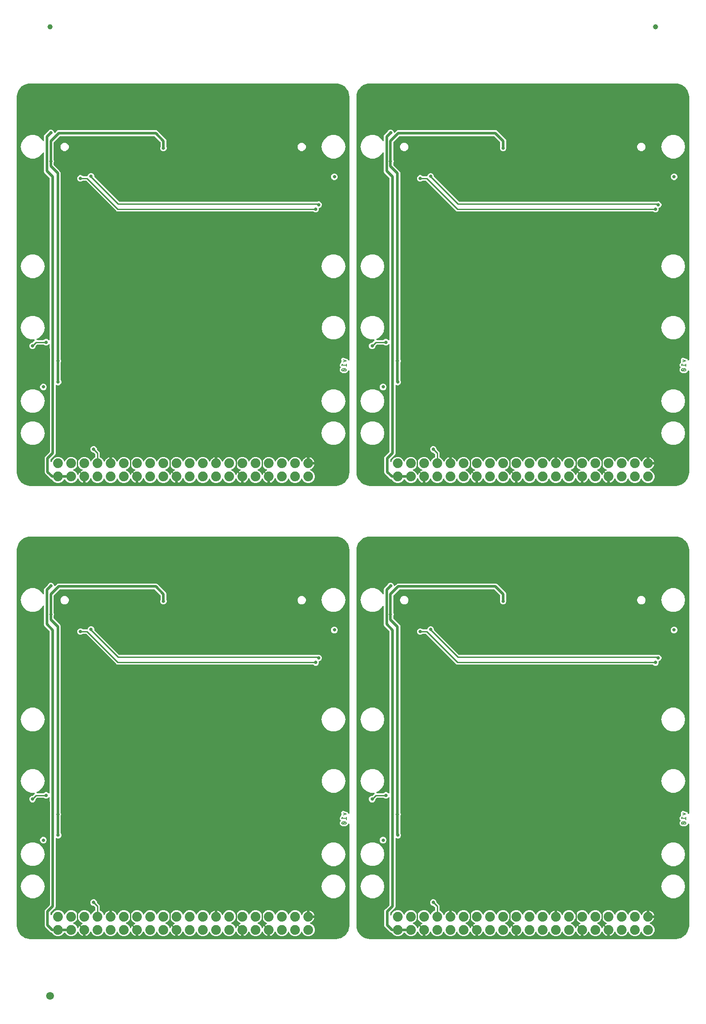
<source format=gbl>
G04 EAGLE Gerber RS-274X export*
G75*
%MOMM*%
%FSLAX34Y34*%
%LPD*%
%INBottom Copper*%
%IPPOS*%
%AMOC8*
5,1,8,0,0,1.08239X$1,22.5*%
G01*
%ADD10C,0.152400*%
%ADD11C,0.635000*%
%ADD12C,1.879600*%
%ADD13C,1.000000*%
%ADD14C,1.500000*%
%ADD15C,0.508000*%
%ADD16C,0.254000*%

G36*
X1275115Y4331D02*
X1275115Y4331D01*
X1275193Y4332D01*
X1279011Y4632D01*
X1279079Y4646D01*
X1279148Y4651D01*
X1279304Y4691D01*
X1286568Y7051D01*
X1286675Y7101D01*
X1286786Y7145D01*
X1286837Y7177D01*
X1286856Y7186D01*
X1286871Y7199D01*
X1286922Y7231D01*
X1293101Y11720D01*
X1293188Y11802D01*
X1293279Y11877D01*
X1293318Y11924D01*
X1293333Y11938D01*
X1293344Y11955D01*
X1293382Y12001D01*
X1297871Y18180D01*
X1297928Y18284D01*
X1297992Y18384D01*
X1298015Y18441D01*
X1298024Y18459D01*
X1298029Y18479D01*
X1298051Y18534D01*
X1300412Y25798D01*
X1300425Y25866D01*
X1300447Y25931D01*
X1300470Y26091D01*
X1300770Y29910D01*
X1300769Y29932D01*
X1300774Y30009D01*
X1300774Y225509D01*
X1300764Y225593D01*
X1300763Y225678D01*
X1300744Y225751D01*
X1300734Y225825D01*
X1300703Y225904D01*
X1300682Y225986D01*
X1300645Y226051D01*
X1300617Y226121D01*
X1300568Y226189D01*
X1300526Y226263D01*
X1300475Y226317D01*
X1300431Y226378D01*
X1300365Y226432D01*
X1300307Y226493D01*
X1300243Y226533D01*
X1300186Y226581D01*
X1300109Y226617D01*
X1300037Y226662D01*
X1299966Y226684D01*
X1299898Y226716D01*
X1299815Y226732D01*
X1299734Y226758D01*
X1299659Y226762D01*
X1299586Y226776D01*
X1299501Y226771D01*
X1299416Y226775D01*
X1299343Y226761D01*
X1299268Y226756D01*
X1299188Y226730D01*
X1299104Y226714D01*
X1299037Y226681D01*
X1298966Y226658D01*
X1298894Y226613D01*
X1298818Y226576D01*
X1298760Y226528D01*
X1298697Y226488D01*
X1298639Y226426D01*
X1298574Y226372D01*
X1298486Y226263D01*
X1298479Y226256D01*
X1298477Y226253D01*
X1298472Y226247D01*
X1296583Y223602D01*
X1296534Y223511D01*
X1296519Y223489D01*
X1296508Y223480D01*
X1296407Y223355D01*
X1296361Y223291D01*
X1294964Y222812D01*
X1294960Y222810D01*
X1294820Y222752D01*
X1292835Y221785D01*
X1287791Y221785D01*
X1286740Y222297D01*
X1286611Y222341D01*
X1286483Y222390D01*
X1286452Y222395D01*
X1286439Y222400D01*
X1286418Y222401D01*
X1286324Y222418D01*
X1285925Y222462D01*
X1285869Y222532D01*
X1285783Y222615D01*
X1285703Y222703D01*
X1285669Y222726D01*
X1285640Y222754D01*
X1285537Y222813D01*
X1285438Y222878D01*
X1285382Y222902D01*
X1285364Y222912D01*
X1285345Y222917D01*
X1285289Y222940D01*
X1284265Y223291D01*
X1284219Y223355D01*
X1284168Y223411D01*
X1284124Y223473D01*
X1284123Y223474D01*
X1284080Y223543D01*
X1284070Y223563D01*
X1284061Y223573D01*
X1284043Y223602D01*
X1282184Y226204D01*
X1282184Y229785D01*
X1283966Y232279D01*
X1283973Y232291D01*
X1283982Y232302D01*
X1284048Y232432D01*
X1284117Y232559D01*
X1284120Y232573D01*
X1284127Y232585D01*
X1284159Y232727D01*
X1284193Y232867D01*
X1284193Y232882D01*
X1284196Y232896D01*
X1284192Y233040D01*
X1284191Y233185D01*
X1284187Y233199D01*
X1284187Y233214D01*
X1284147Y233353D01*
X1284109Y233493D01*
X1284102Y233505D01*
X1284098Y233519D01*
X1284025Y233644D01*
X1283954Y233770D01*
X1283944Y233781D01*
X1283937Y233793D01*
X1283830Y233914D01*
X1283499Y234245D01*
X1283488Y234254D01*
X1283395Y234339D01*
X1282349Y235175D01*
X1282330Y235256D01*
X1282316Y235281D01*
X1282308Y235309D01*
X1282242Y235422D01*
X1282184Y235531D01*
X1282184Y236857D01*
X1282182Y236872D01*
X1282177Y236997D01*
X1282029Y238328D01*
X1282072Y238399D01*
X1282081Y238427D01*
X1282095Y238452D01*
X1282127Y238578D01*
X1282163Y238696D01*
X1283101Y239634D01*
X1283110Y239646D01*
X1283195Y239739D01*
X1284810Y241757D01*
X1284848Y241820D01*
X1284895Y241877D01*
X1284931Y241955D01*
X1284976Y242028D01*
X1284997Y242099D01*
X1285028Y242166D01*
X1285044Y242250D01*
X1285069Y242332D01*
X1285073Y242406D01*
X1285086Y242478D01*
X1285080Y242564D01*
X1285084Y242650D01*
X1285069Y242722D01*
X1285064Y242796D01*
X1285023Y242951D01*
X1284759Y243741D01*
X1285289Y244800D01*
X1285299Y244829D01*
X1285314Y244854D01*
X1285351Y244978D01*
X1285394Y245100D01*
X1285397Y245130D01*
X1285406Y245159D01*
X1285411Y245289D01*
X1285422Y245417D01*
X1285417Y245447D01*
X1285418Y245476D01*
X1285391Y245604D01*
X1285370Y245731D01*
X1285358Y245758D01*
X1285352Y245787D01*
X1285289Y245936D01*
X1284759Y246995D01*
X1285758Y249990D01*
X1288581Y251402D01*
X1294230Y249519D01*
X1294239Y249517D01*
X1294247Y249513D01*
X1294393Y249486D01*
X1294542Y249457D01*
X1294551Y249457D01*
X1294559Y249456D01*
X1294709Y249466D01*
X1294859Y249474D01*
X1294868Y249477D01*
X1294877Y249478D01*
X1294914Y249487D01*
X1296012Y248938D01*
X1296021Y248935D01*
X1296029Y248930D01*
X1296179Y248869D01*
X1297355Y248477D01*
X1297375Y248448D01*
X1297459Y248323D01*
X1297466Y248316D01*
X1297471Y248309D01*
X1297584Y248211D01*
X1297696Y248110D01*
X1297704Y248106D01*
X1297711Y248100D01*
X1297744Y248081D01*
X1298132Y246916D01*
X1298136Y246907D01*
X1298138Y246898D01*
X1298201Y246749D01*
X1298370Y246412D01*
X1298384Y246391D01*
X1298393Y246368D01*
X1298472Y246259D01*
X1298547Y246147D01*
X1298565Y246131D01*
X1298579Y246111D01*
X1298683Y246025D01*
X1298783Y245935D01*
X1298805Y245924D01*
X1298824Y245908D01*
X1298946Y245851D01*
X1299066Y245788D01*
X1299090Y245783D01*
X1299112Y245772D01*
X1299244Y245747D01*
X1299375Y245717D01*
X1299400Y245717D01*
X1299425Y245713D01*
X1299559Y245721D01*
X1299693Y245724D01*
X1299717Y245731D01*
X1299742Y245732D01*
X1299870Y245774D01*
X1299999Y245810D01*
X1300021Y245823D01*
X1300044Y245830D01*
X1300158Y245902D01*
X1300275Y245970D01*
X1300292Y245987D01*
X1300313Y246000D01*
X1300405Y246098D01*
X1300501Y246193D01*
X1300514Y246214D01*
X1300531Y246232D01*
X1300596Y246350D01*
X1300666Y246465D01*
X1300673Y246489D01*
X1300685Y246511D01*
X1300718Y246641D01*
X1300757Y246770D01*
X1300758Y246794D01*
X1300764Y246819D01*
X1300774Y246979D01*
X1300774Y754199D01*
X1300772Y754221D01*
X1300770Y754299D01*
X1300470Y758118D01*
X1300456Y758185D01*
X1300452Y758254D01*
X1300412Y758410D01*
X1298051Y765674D01*
X1298001Y765782D01*
X1297957Y765892D01*
X1297925Y765943D01*
X1297916Y765962D01*
X1297903Y765978D01*
X1297871Y766028D01*
X1293382Y772207D01*
X1293300Y772294D01*
X1293225Y772385D01*
X1293178Y772424D01*
X1293164Y772439D01*
X1293147Y772450D01*
X1293101Y772488D01*
X1286922Y776977D01*
X1286818Y777034D01*
X1286718Y777098D01*
X1286661Y777121D01*
X1286643Y777131D01*
X1286624Y777136D01*
X1286568Y777158D01*
X1279304Y779518D01*
X1279236Y779531D01*
X1279171Y779553D01*
X1279011Y779576D01*
X1275193Y779877D01*
X1275171Y779876D01*
X1275093Y779880D01*
X685093Y779880D01*
X685071Y779878D01*
X684993Y779877D01*
X681175Y779576D01*
X681107Y779562D01*
X681038Y779558D01*
X680882Y779518D01*
X673618Y777158D01*
X673511Y777107D01*
X673400Y777063D01*
X673349Y777031D01*
X673330Y777022D01*
X673315Y777009D01*
X673264Y776977D01*
X667085Y772488D01*
X666998Y772407D01*
X666907Y772331D01*
X666868Y772284D01*
X666853Y772270D01*
X666842Y772253D01*
X666804Y772207D01*
X662315Y766028D01*
X662258Y765924D01*
X662194Y765824D01*
X662171Y765767D01*
X662162Y765749D01*
X662157Y765730D01*
X662135Y765674D01*
X659774Y758410D01*
X659761Y758342D01*
X659739Y758277D01*
X659716Y758118D01*
X659416Y754299D01*
X659417Y754277D01*
X659412Y754199D01*
X659412Y30009D01*
X659414Y29987D01*
X659416Y29910D01*
X659716Y26091D01*
X659730Y26023D01*
X659734Y25954D01*
X659774Y25798D01*
X662135Y18534D01*
X662185Y18427D01*
X662229Y18316D01*
X662261Y18265D01*
X662270Y18246D01*
X662283Y18231D01*
X662315Y18180D01*
X666804Y12001D01*
X666886Y11915D01*
X666961Y11823D01*
X667008Y11784D01*
X667022Y11769D01*
X667039Y11759D01*
X667085Y11720D01*
X673264Y7231D01*
X673368Y7174D01*
X673468Y7110D01*
X673525Y7088D01*
X673543Y7078D01*
X673562Y7073D01*
X673618Y7051D01*
X680882Y4691D01*
X680950Y4678D01*
X681015Y4655D01*
X681175Y4632D01*
X684993Y4332D01*
X685015Y4333D01*
X685093Y4328D01*
X1275093Y4328D01*
X1275115Y4331D01*
G37*
G36*
X620023Y4331D02*
X620023Y4331D01*
X620101Y4332D01*
X623920Y4632D01*
X623988Y4646D01*
X624057Y4651D01*
X624213Y4691D01*
X631477Y7051D01*
X631584Y7101D01*
X631694Y7145D01*
X631746Y7177D01*
X631764Y7186D01*
X631780Y7199D01*
X631830Y7231D01*
X638010Y11720D01*
X638096Y11802D01*
X638188Y11877D01*
X638226Y11924D01*
X638241Y11938D01*
X638252Y11955D01*
X638290Y12001D01*
X642780Y18180D01*
X642837Y18284D01*
X642901Y18384D01*
X642923Y18441D01*
X642933Y18459D01*
X642938Y18479D01*
X642960Y18534D01*
X645320Y25798D01*
X645333Y25866D01*
X645356Y25931D01*
X645378Y26091D01*
X645679Y29910D01*
X645678Y29932D01*
X645683Y30009D01*
X645683Y225509D01*
X645672Y225593D01*
X645672Y225678D01*
X645652Y225751D01*
X645643Y225825D01*
X645612Y225904D01*
X645590Y225986D01*
X645554Y226051D01*
X645526Y226121D01*
X645476Y226189D01*
X645435Y226263D01*
X645383Y226317D01*
X645339Y226378D01*
X645274Y226432D01*
X645215Y226493D01*
X645152Y226533D01*
X645094Y226581D01*
X645017Y226617D01*
X644946Y226662D01*
X644874Y226684D01*
X644806Y226716D01*
X644723Y226732D01*
X644642Y226758D01*
X644567Y226762D01*
X644494Y226776D01*
X644410Y226771D01*
X644325Y226775D01*
X644251Y226761D01*
X644177Y226756D01*
X644096Y226730D01*
X644013Y226714D01*
X643945Y226681D01*
X643874Y226658D01*
X643803Y226613D01*
X643726Y226576D01*
X643669Y226528D01*
X643605Y226488D01*
X643547Y226426D01*
X643482Y226372D01*
X643394Y226263D01*
X643388Y226256D01*
X643386Y226253D01*
X643381Y226247D01*
X641491Y223602D01*
X641443Y223511D01*
X641428Y223490D01*
X641417Y223480D01*
X641315Y223355D01*
X641269Y223291D01*
X639873Y222812D01*
X639869Y222810D01*
X639728Y222753D01*
X637743Y221785D01*
X632700Y221785D01*
X631649Y222297D01*
X631519Y222341D01*
X631391Y222390D01*
X631360Y222395D01*
X631348Y222400D01*
X631327Y222401D01*
X631233Y222418D01*
X630833Y222462D01*
X630777Y222532D01*
X630692Y222615D01*
X630612Y222703D01*
X630578Y222726D01*
X630549Y222754D01*
X630446Y222813D01*
X630346Y222878D01*
X630290Y222902D01*
X630273Y222912D01*
X630253Y222917D01*
X630198Y222940D01*
X629174Y223291D01*
X629128Y223355D01*
X629077Y223411D01*
X629033Y223473D01*
X629031Y223474D01*
X628988Y223543D01*
X628979Y223563D01*
X628970Y223573D01*
X628952Y223602D01*
X627093Y226204D01*
X627093Y229785D01*
X628874Y232279D01*
X628881Y232291D01*
X628891Y232302D01*
X628957Y232432D01*
X629025Y232559D01*
X629029Y232573D01*
X629035Y232585D01*
X629067Y232727D01*
X629102Y232867D01*
X629102Y232882D01*
X629105Y232896D01*
X629101Y233041D01*
X629100Y233185D01*
X629096Y233199D01*
X629095Y233214D01*
X629055Y233353D01*
X629018Y233493D01*
X629011Y233505D01*
X629007Y233519D01*
X628934Y233643D01*
X628863Y233770D01*
X628853Y233781D01*
X628845Y233793D01*
X628739Y233914D01*
X628408Y234245D01*
X628396Y234254D01*
X628303Y234339D01*
X627258Y235175D01*
X627239Y235256D01*
X627225Y235281D01*
X627217Y235309D01*
X627151Y235422D01*
X627093Y235531D01*
X627093Y236857D01*
X627091Y236872D01*
X627085Y236997D01*
X626937Y238328D01*
X626981Y238399D01*
X626989Y238427D01*
X627003Y238452D01*
X627036Y238578D01*
X627072Y238696D01*
X628010Y239634D01*
X628019Y239646D01*
X628104Y239739D01*
X629718Y241757D01*
X629757Y241820D01*
X629803Y241877D01*
X629839Y241955D01*
X629884Y242028D01*
X629906Y242099D01*
X629937Y242166D01*
X629952Y242250D01*
X629978Y242332D01*
X629981Y242406D01*
X629994Y242478D01*
X629988Y242564D01*
X629993Y242650D01*
X629978Y242722D01*
X629972Y242796D01*
X629931Y242951D01*
X629668Y243741D01*
X630198Y244800D01*
X630207Y244829D01*
X630223Y244854D01*
X630260Y244978D01*
X630303Y245100D01*
X630306Y245130D01*
X630314Y245159D01*
X630319Y245289D01*
X630331Y245417D01*
X630326Y245447D01*
X630327Y245476D01*
X630300Y245604D01*
X630279Y245731D01*
X630266Y245758D01*
X630260Y245787D01*
X630198Y245936D01*
X629668Y246995D01*
X630666Y249990D01*
X633490Y251402D01*
X639138Y249519D01*
X639147Y249517D01*
X639155Y249513D01*
X639303Y249486D01*
X639450Y249457D01*
X639459Y249457D01*
X639468Y249456D01*
X639617Y249466D01*
X639768Y249474D01*
X639776Y249477D01*
X639785Y249478D01*
X639822Y249487D01*
X640921Y248938D01*
X640930Y248935D01*
X640938Y248930D01*
X641087Y248869D01*
X642264Y248477D01*
X642284Y248447D01*
X642367Y248323D01*
X642374Y248316D01*
X642379Y248309D01*
X642493Y248210D01*
X642604Y248110D01*
X642612Y248106D01*
X642619Y248100D01*
X642652Y248081D01*
X643041Y246916D01*
X643045Y246907D01*
X643047Y246898D01*
X643109Y246749D01*
X643278Y246412D01*
X643292Y246391D01*
X643301Y246368D01*
X643380Y246259D01*
X643455Y246147D01*
X643473Y246131D01*
X643488Y246111D01*
X643592Y246025D01*
X643692Y245935D01*
X643714Y245924D01*
X643733Y245908D01*
X643855Y245850D01*
X643974Y245788D01*
X643998Y245783D01*
X644021Y245772D01*
X644153Y245747D01*
X644284Y245717D01*
X644309Y245717D01*
X644333Y245713D01*
X644467Y245721D01*
X644602Y245724D01*
X644626Y245731D01*
X644651Y245732D01*
X644778Y245774D01*
X644908Y245810D01*
X644930Y245823D01*
X644953Y245830D01*
X645067Y245902D01*
X645183Y245970D01*
X645201Y245987D01*
X645222Y246000D01*
X645314Y246099D01*
X645410Y246193D01*
X645423Y246214D01*
X645440Y246232D01*
X645505Y246350D01*
X645574Y246465D01*
X645581Y246489D01*
X645593Y246511D01*
X645627Y246641D01*
X645665Y246770D01*
X645666Y246794D01*
X645673Y246819D01*
X645683Y246979D01*
X645683Y754199D01*
X645680Y754221D01*
X645679Y754299D01*
X645378Y758118D01*
X645364Y758185D01*
X645360Y758254D01*
X645320Y758410D01*
X642960Y765674D01*
X642909Y765782D01*
X642866Y765892D01*
X642833Y765943D01*
X642825Y765962D01*
X642812Y765978D01*
X642780Y766028D01*
X638290Y772207D01*
X638209Y772294D01*
X638134Y772385D01*
X638087Y772424D01*
X638073Y772439D01*
X638056Y772450D01*
X638010Y772488D01*
X631830Y776977D01*
X631727Y777034D01*
X631626Y777098D01*
X631570Y777121D01*
X631552Y777131D01*
X631532Y777136D01*
X631477Y777158D01*
X624213Y779518D01*
X624145Y779531D01*
X624079Y779553D01*
X623920Y779576D01*
X620101Y779877D01*
X620079Y779876D01*
X620002Y779880D01*
X30002Y779880D01*
X29980Y779878D01*
X29902Y779877D01*
X26083Y779576D01*
X26015Y779562D01*
X25946Y779558D01*
X25791Y779518D01*
X18527Y777158D01*
X18419Y777107D01*
X18309Y777063D01*
X18257Y777031D01*
X18239Y777022D01*
X18223Y777009D01*
X18173Y776977D01*
X11994Y772488D01*
X11907Y772407D01*
X11816Y772331D01*
X11777Y772284D01*
X11762Y772270D01*
X11751Y772253D01*
X11713Y772207D01*
X7223Y766028D01*
X7166Y765924D01*
X7103Y765824D01*
X7080Y765767D01*
X7070Y765749D01*
X7065Y765730D01*
X7043Y765674D01*
X4683Y758410D01*
X4670Y758342D01*
X4648Y758277D01*
X4625Y758118D01*
X4324Y754299D01*
X4325Y754277D01*
X4320Y754199D01*
X4320Y30009D01*
X4323Y29987D01*
X4324Y29910D01*
X4625Y26091D01*
X4639Y26023D01*
X4643Y25954D01*
X4683Y25798D01*
X7043Y18534D01*
X7094Y18427D01*
X7137Y18316D01*
X7170Y18265D01*
X7179Y18246D01*
X7192Y18231D01*
X7223Y18180D01*
X11713Y12001D01*
X11794Y11915D01*
X11870Y11823D01*
X11917Y11784D01*
X11931Y11769D01*
X11948Y11759D01*
X11994Y11720D01*
X18173Y7231D01*
X18277Y7174D01*
X18377Y7110D01*
X18433Y7088D01*
X18451Y7078D01*
X18471Y7073D01*
X18527Y7051D01*
X25790Y4691D01*
X25858Y4678D01*
X25924Y4655D01*
X26083Y4632D01*
X29902Y4332D01*
X29924Y4333D01*
X30002Y4328D01*
X620002Y4328D01*
X620023Y4331D01*
G37*
G36*
X1275115Y877430D02*
X1275115Y877430D01*
X1275193Y877431D01*
X1279011Y877732D01*
X1279079Y877746D01*
X1279148Y877750D01*
X1279304Y877790D01*
X1286568Y880150D01*
X1286675Y880201D01*
X1286786Y880244D01*
X1286837Y880277D01*
X1286856Y880286D01*
X1286871Y880299D01*
X1286922Y880331D01*
X1293101Y884820D01*
X1293188Y884901D01*
X1293279Y884977D01*
X1293318Y885024D01*
X1293333Y885038D01*
X1293344Y885055D01*
X1293382Y885101D01*
X1297871Y891280D01*
X1297928Y891384D01*
X1297992Y891484D01*
X1298015Y891541D01*
X1298024Y891559D01*
X1298029Y891578D01*
X1298051Y891634D01*
X1300412Y898898D01*
X1300425Y898966D01*
X1300447Y899031D01*
X1300470Y899190D01*
X1300770Y903009D01*
X1300769Y903031D01*
X1300774Y903109D01*
X1300774Y1098609D01*
X1300764Y1098693D01*
X1300763Y1098778D01*
X1300744Y1098850D01*
X1300734Y1098924D01*
X1300703Y1099003D01*
X1300682Y1099085D01*
X1300645Y1099151D01*
X1300617Y1099220D01*
X1300568Y1099289D01*
X1300526Y1099363D01*
X1300475Y1099417D01*
X1300431Y1099477D01*
X1300365Y1099532D01*
X1300307Y1099593D01*
X1300243Y1099633D01*
X1300186Y1099680D01*
X1300109Y1099716D01*
X1300037Y1099761D01*
X1299966Y1099784D01*
X1299898Y1099816D01*
X1299815Y1099832D01*
X1299734Y1099857D01*
X1299659Y1099862D01*
X1299586Y1099876D01*
X1299501Y1099870D01*
X1299416Y1099875D01*
X1299343Y1099861D01*
X1299268Y1099856D01*
X1299188Y1099830D01*
X1299104Y1099813D01*
X1299037Y1099781D01*
X1298966Y1099758D01*
X1298894Y1099713D01*
X1298818Y1099676D01*
X1298760Y1099628D01*
X1298697Y1099588D01*
X1298639Y1099526D01*
X1298574Y1099471D01*
X1298486Y1099363D01*
X1298479Y1099356D01*
X1298477Y1099353D01*
X1298472Y1099347D01*
X1296583Y1096701D01*
X1296534Y1096611D01*
X1296519Y1096589D01*
X1296508Y1096580D01*
X1296407Y1096455D01*
X1296361Y1096391D01*
X1294964Y1095912D01*
X1294960Y1095910D01*
X1294820Y1095852D01*
X1292835Y1094884D01*
X1287791Y1094884D01*
X1286740Y1095397D01*
X1286611Y1095441D01*
X1286483Y1095490D01*
X1286452Y1095495D01*
X1286439Y1095499D01*
X1286418Y1095501D01*
X1286324Y1095517D01*
X1285925Y1095562D01*
X1285869Y1095632D01*
X1285783Y1095715D01*
X1285703Y1095803D01*
X1285669Y1095825D01*
X1285640Y1095853D01*
X1285537Y1095912D01*
X1285438Y1095978D01*
X1285382Y1096001D01*
X1285364Y1096011D01*
X1285345Y1096017D01*
X1285289Y1096040D01*
X1284265Y1096391D01*
X1284219Y1096455D01*
X1284168Y1096511D01*
X1284124Y1096572D01*
X1284123Y1096574D01*
X1284080Y1096643D01*
X1284070Y1096662D01*
X1284061Y1096673D01*
X1284043Y1096701D01*
X1282184Y1099304D01*
X1282184Y1102884D01*
X1283966Y1105378D01*
X1283973Y1105391D01*
X1283982Y1105402D01*
X1284048Y1105531D01*
X1284117Y1105658D01*
X1284120Y1105672D01*
X1284127Y1105685D01*
X1284159Y1105827D01*
X1284193Y1105967D01*
X1284193Y1105981D01*
X1284196Y1105995D01*
X1284192Y1106140D01*
X1284191Y1106285D01*
X1284187Y1106299D01*
X1284187Y1106313D01*
X1284147Y1106452D01*
X1284109Y1106592D01*
X1284102Y1106605D01*
X1284098Y1106619D01*
X1284025Y1106743D01*
X1283954Y1106870D01*
X1283944Y1106880D01*
X1283937Y1106893D01*
X1283830Y1107014D01*
X1283499Y1107345D01*
X1283488Y1107353D01*
X1283395Y1107438D01*
X1282349Y1108274D01*
X1282330Y1108355D01*
X1282316Y1108381D01*
X1282308Y1108409D01*
X1282242Y1108521D01*
X1282184Y1108630D01*
X1282184Y1109957D01*
X1282182Y1109971D01*
X1282177Y1110097D01*
X1282029Y1111427D01*
X1282072Y1111498D01*
X1282081Y1111526D01*
X1282095Y1111551D01*
X1282127Y1111677D01*
X1282163Y1111796D01*
X1283101Y1112734D01*
X1283110Y1112745D01*
X1283195Y1112838D01*
X1284810Y1114857D01*
X1284848Y1114919D01*
X1284895Y1114977D01*
X1284931Y1115055D01*
X1284976Y1115128D01*
X1284997Y1115198D01*
X1285028Y1115265D01*
X1285044Y1115350D01*
X1285069Y1115432D01*
X1285073Y1115506D01*
X1285086Y1115578D01*
X1285080Y1115664D01*
X1285084Y1115750D01*
X1285069Y1115822D01*
X1285064Y1115895D01*
X1285023Y1116051D01*
X1284759Y1116841D01*
X1285289Y1117900D01*
X1285299Y1117928D01*
X1285314Y1117954D01*
X1285351Y1118078D01*
X1285394Y1118200D01*
X1285397Y1118230D01*
X1285406Y1118258D01*
X1285411Y1118388D01*
X1285422Y1118517D01*
X1285417Y1118546D01*
X1285418Y1118576D01*
X1285391Y1118703D01*
X1285370Y1118831D01*
X1285358Y1118858D01*
X1285352Y1118887D01*
X1285289Y1119035D01*
X1284759Y1120094D01*
X1285758Y1123089D01*
X1288581Y1124501D01*
X1294230Y1122618D01*
X1294239Y1122617D01*
X1294247Y1122613D01*
X1294393Y1122586D01*
X1294542Y1122556D01*
X1294551Y1122557D01*
X1294559Y1122555D01*
X1294709Y1122566D01*
X1294859Y1122574D01*
X1294868Y1122577D01*
X1294877Y1122577D01*
X1294914Y1122587D01*
X1296012Y1122038D01*
X1296021Y1122034D01*
X1296029Y1122029D01*
X1296179Y1121969D01*
X1297355Y1121577D01*
X1297375Y1121548D01*
X1297459Y1121422D01*
X1297466Y1121416D01*
X1297471Y1121409D01*
X1297584Y1121310D01*
X1297696Y1121210D01*
X1297704Y1121206D01*
X1297711Y1121200D01*
X1297744Y1121181D01*
X1298132Y1120015D01*
X1298136Y1120007D01*
X1298138Y1119997D01*
X1298201Y1119849D01*
X1298370Y1119511D01*
X1298384Y1119491D01*
X1298393Y1119468D01*
X1298472Y1119359D01*
X1298547Y1119247D01*
X1298565Y1119230D01*
X1298579Y1119210D01*
X1298683Y1119124D01*
X1298783Y1119035D01*
X1298805Y1119023D01*
X1298824Y1119007D01*
X1298946Y1118950D01*
X1299066Y1118888D01*
X1299090Y1118882D01*
X1299112Y1118872D01*
X1299244Y1118847D01*
X1299375Y1118816D01*
X1299400Y1118817D01*
X1299425Y1118812D01*
X1299559Y1118820D01*
X1299693Y1118824D01*
X1299717Y1118830D01*
X1299742Y1118832D01*
X1299870Y1118873D01*
X1299999Y1118910D01*
X1300021Y1118922D01*
X1300044Y1118930D01*
X1300158Y1119002D01*
X1300275Y1119069D01*
X1300292Y1119087D01*
X1300313Y1119100D01*
X1300405Y1119198D01*
X1300501Y1119292D01*
X1300514Y1119314D01*
X1300531Y1119332D01*
X1300596Y1119450D01*
X1300666Y1119565D01*
X1300673Y1119588D01*
X1300685Y1119610D01*
X1300718Y1119741D01*
X1300757Y1119869D01*
X1300758Y1119894D01*
X1300764Y1119918D01*
X1300774Y1120079D01*
X1300774Y1627299D01*
X1300772Y1627321D01*
X1300770Y1627399D01*
X1300470Y1631217D01*
X1300456Y1631285D01*
X1300452Y1631354D01*
X1300412Y1631510D01*
X1298051Y1638774D01*
X1298001Y1638881D01*
X1297957Y1638992D01*
X1297925Y1639043D01*
X1297916Y1639062D01*
X1297903Y1639077D01*
X1297871Y1639128D01*
X1293382Y1645307D01*
X1293300Y1645393D01*
X1293225Y1645485D01*
X1293178Y1645524D01*
X1293164Y1645539D01*
X1293147Y1645549D01*
X1293101Y1645588D01*
X1286922Y1650077D01*
X1286818Y1650134D01*
X1286718Y1650198D01*
X1286661Y1650220D01*
X1286643Y1650230D01*
X1286624Y1650235D01*
X1286568Y1650257D01*
X1279304Y1652617D01*
X1279236Y1652630D01*
X1279171Y1652653D01*
X1279011Y1652676D01*
X1275193Y1652976D01*
X1275171Y1652975D01*
X1275093Y1652980D01*
X685093Y1652980D01*
X685071Y1652977D01*
X684993Y1652976D01*
X681175Y1652676D01*
X681107Y1652662D01*
X681038Y1652657D01*
X680882Y1652617D01*
X673618Y1650257D01*
X673511Y1650207D01*
X673400Y1650163D01*
X673349Y1650131D01*
X673330Y1650122D01*
X673315Y1650109D01*
X673264Y1650077D01*
X667085Y1645588D01*
X666998Y1645506D01*
X666907Y1645431D01*
X666868Y1645384D01*
X666853Y1645370D01*
X666842Y1645353D01*
X666804Y1645307D01*
X662315Y1639128D01*
X662258Y1639024D01*
X662194Y1638923D01*
X662171Y1638867D01*
X662162Y1638849D01*
X662157Y1638829D01*
X662135Y1638774D01*
X659774Y1631510D01*
X659761Y1631442D01*
X659739Y1631377D01*
X659716Y1631217D01*
X659416Y1627398D01*
X659417Y1627376D01*
X659412Y1627299D01*
X659412Y903109D01*
X659414Y903087D01*
X659416Y903009D01*
X659716Y899190D01*
X659730Y899123D01*
X659734Y899054D01*
X659774Y898898D01*
X662135Y891634D01*
X662185Y891526D01*
X662229Y891416D01*
X662261Y891364D01*
X662270Y891346D01*
X662283Y891330D01*
X662315Y891280D01*
X666804Y885101D01*
X666886Y885014D01*
X666961Y884923D01*
X667008Y884884D01*
X667022Y884869D01*
X667039Y884858D01*
X667085Y884820D01*
X673264Y880331D01*
X673368Y880274D01*
X673468Y880210D01*
X673525Y880187D01*
X673543Y880177D01*
X673562Y880172D01*
X673618Y880150D01*
X680882Y877790D01*
X680950Y877777D01*
X681015Y877755D01*
X681175Y877732D01*
X684993Y877431D01*
X685015Y877432D01*
X685093Y877428D01*
X1275093Y877428D01*
X1275115Y877430D01*
G37*
G36*
X620023Y877430D02*
X620023Y877430D01*
X620101Y877431D01*
X623920Y877732D01*
X623988Y877746D01*
X624057Y877750D01*
X624213Y877790D01*
X631477Y880150D01*
X631584Y880201D01*
X631694Y880244D01*
X631746Y880277D01*
X631764Y880286D01*
X631780Y880299D01*
X631830Y880331D01*
X638010Y884820D01*
X638096Y884901D01*
X638188Y884977D01*
X638226Y885024D01*
X638241Y885038D01*
X638252Y885055D01*
X638290Y885101D01*
X642780Y891280D01*
X642837Y891384D01*
X642901Y891484D01*
X642923Y891541D01*
X642933Y891559D01*
X642938Y891578D01*
X642960Y891634D01*
X645320Y898898D01*
X645333Y898966D01*
X645356Y899031D01*
X645378Y899190D01*
X645679Y903009D01*
X645678Y903031D01*
X645683Y903109D01*
X645683Y1098609D01*
X645672Y1098693D01*
X645672Y1098778D01*
X645652Y1098850D01*
X645643Y1098924D01*
X645612Y1099003D01*
X645590Y1099085D01*
X645554Y1099151D01*
X645526Y1099220D01*
X645476Y1099289D01*
X645435Y1099363D01*
X645383Y1099417D01*
X645339Y1099477D01*
X645274Y1099532D01*
X645215Y1099593D01*
X645152Y1099633D01*
X645094Y1099680D01*
X645018Y1099716D01*
X644946Y1099761D01*
X644874Y1099784D01*
X644806Y1099816D01*
X644723Y1099832D01*
X644642Y1099857D01*
X644567Y1099862D01*
X644494Y1099876D01*
X644410Y1099870D01*
X644325Y1099875D01*
X644251Y1099861D01*
X644177Y1099856D01*
X644096Y1099830D01*
X644013Y1099813D01*
X643945Y1099781D01*
X643874Y1099758D01*
X643803Y1099713D01*
X643726Y1099676D01*
X643669Y1099628D01*
X643605Y1099588D01*
X643547Y1099526D01*
X643482Y1099471D01*
X643394Y1099363D01*
X643388Y1099356D01*
X643386Y1099353D01*
X643381Y1099347D01*
X641491Y1096701D01*
X641443Y1096611D01*
X641428Y1096589D01*
X641417Y1096580D01*
X641315Y1096455D01*
X641269Y1096391D01*
X639873Y1095912D01*
X639869Y1095910D01*
X639728Y1095852D01*
X637743Y1094884D01*
X632700Y1094884D01*
X631649Y1095397D01*
X631519Y1095441D01*
X631391Y1095490D01*
X631360Y1095495D01*
X631348Y1095499D01*
X631327Y1095501D01*
X631233Y1095517D01*
X630833Y1095562D01*
X630777Y1095632D01*
X630692Y1095715D01*
X630612Y1095803D01*
X630578Y1095825D01*
X630549Y1095853D01*
X630446Y1095912D01*
X630346Y1095978D01*
X630290Y1096001D01*
X630273Y1096011D01*
X630253Y1096017D01*
X630198Y1096040D01*
X629174Y1096391D01*
X629128Y1096455D01*
X629077Y1096511D01*
X629033Y1096572D01*
X629031Y1096574D01*
X628988Y1096643D01*
X628979Y1096662D01*
X628970Y1096673D01*
X628952Y1096701D01*
X627093Y1099304D01*
X627093Y1102884D01*
X628874Y1105378D01*
X628881Y1105391D01*
X628891Y1105402D01*
X628957Y1105531D01*
X629025Y1105658D01*
X629029Y1105672D01*
X629035Y1105685D01*
X629067Y1105827D01*
X629102Y1105967D01*
X629102Y1105981D01*
X629105Y1105995D01*
X629101Y1106140D01*
X629100Y1106285D01*
X629096Y1106299D01*
X629095Y1106313D01*
X629055Y1106452D01*
X629018Y1106592D01*
X629011Y1106605D01*
X629007Y1106619D01*
X628933Y1106743D01*
X628863Y1106870D01*
X628853Y1106880D01*
X628845Y1106893D01*
X628739Y1107014D01*
X628408Y1107345D01*
X628396Y1107353D01*
X628303Y1107438D01*
X627258Y1108274D01*
X627239Y1108355D01*
X627225Y1108381D01*
X627217Y1108409D01*
X627151Y1108521D01*
X627093Y1108630D01*
X627093Y1109957D01*
X627091Y1109971D01*
X627085Y1110097D01*
X626937Y1111427D01*
X626981Y1111498D01*
X626989Y1111526D01*
X627003Y1111551D01*
X627036Y1111677D01*
X627072Y1111796D01*
X628010Y1112734D01*
X628019Y1112745D01*
X628104Y1112838D01*
X629718Y1114857D01*
X629757Y1114919D01*
X629803Y1114977D01*
X629839Y1115055D01*
X629884Y1115128D01*
X629906Y1115198D01*
X629937Y1115265D01*
X629952Y1115350D01*
X629978Y1115432D01*
X629981Y1115506D01*
X629994Y1115578D01*
X629988Y1115664D01*
X629993Y1115750D01*
X629978Y1115822D01*
X629972Y1115895D01*
X629931Y1116051D01*
X629668Y1116841D01*
X630198Y1117900D01*
X630207Y1117928D01*
X630223Y1117954D01*
X630260Y1118078D01*
X630303Y1118200D01*
X630306Y1118230D01*
X630314Y1118258D01*
X630319Y1118388D01*
X630331Y1118517D01*
X630326Y1118546D01*
X630327Y1118576D01*
X630300Y1118703D01*
X630279Y1118831D01*
X630266Y1118858D01*
X630260Y1118887D01*
X630198Y1119035D01*
X629668Y1120094D01*
X630666Y1123089D01*
X633490Y1124501D01*
X639138Y1122618D01*
X639147Y1122617D01*
X639155Y1122613D01*
X639302Y1122586D01*
X639450Y1122556D01*
X639459Y1122557D01*
X639468Y1122555D01*
X639617Y1122566D01*
X639768Y1122574D01*
X639776Y1122577D01*
X639785Y1122577D01*
X639822Y1122587D01*
X640921Y1122038D01*
X640930Y1122034D01*
X640938Y1122029D01*
X641087Y1121969D01*
X642264Y1121577D01*
X642284Y1121548D01*
X642367Y1121422D01*
X642374Y1121416D01*
X642379Y1121409D01*
X642492Y1121310D01*
X642604Y1121210D01*
X642612Y1121206D01*
X642619Y1121200D01*
X642652Y1121181D01*
X643041Y1120015D01*
X643045Y1120007D01*
X643047Y1119997D01*
X643109Y1119849D01*
X643278Y1119511D01*
X643292Y1119491D01*
X643301Y1119468D01*
X643380Y1119359D01*
X643455Y1119247D01*
X643474Y1119230D01*
X643488Y1119210D01*
X643592Y1119124D01*
X643692Y1119035D01*
X643714Y1119023D01*
X643733Y1119007D01*
X643854Y1118950D01*
X643974Y1118888D01*
X643998Y1118882D01*
X644021Y1118872D01*
X644152Y1118847D01*
X644284Y1118816D01*
X644309Y1118817D01*
X644333Y1118812D01*
X644467Y1118820D01*
X644602Y1118824D01*
X644626Y1118830D01*
X644651Y1118832D01*
X644778Y1118873D01*
X644908Y1118910D01*
X644930Y1118922D01*
X644953Y1118930D01*
X645067Y1119002D01*
X645183Y1119069D01*
X645201Y1119087D01*
X645222Y1119100D01*
X645314Y1119198D01*
X645410Y1119292D01*
X645423Y1119314D01*
X645440Y1119332D01*
X645505Y1119450D01*
X645574Y1119565D01*
X645581Y1119588D01*
X645593Y1119610D01*
X645627Y1119741D01*
X645665Y1119869D01*
X645666Y1119894D01*
X645673Y1119918D01*
X645683Y1120079D01*
X645683Y1627299D01*
X645680Y1627321D01*
X645679Y1627398D01*
X645378Y1631217D01*
X645364Y1631285D01*
X645360Y1631354D01*
X645320Y1631510D01*
X642960Y1638774D01*
X642909Y1638881D01*
X642866Y1638992D01*
X642833Y1639043D01*
X642825Y1639062D01*
X642812Y1639077D01*
X642780Y1639128D01*
X638290Y1645307D01*
X638209Y1645393D01*
X638134Y1645485D01*
X638087Y1645524D01*
X638073Y1645539D01*
X638056Y1645549D01*
X638010Y1645588D01*
X631830Y1650077D01*
X631727Y1650134D01*
X631626Y1650198D01*
X631570Y1650220D01*
X631552Y1650230D01*
X631532Y1650235D01*
X631477Y1650257D01*
X624213Y1652617D01*
X624145Y1652630D01*
X624079Y1652653D01*
X623920Y1652676D01*
X620101Y1652976D01*
X620079Y1652975D01*
X620002Y1652980D01*
X30002Y1652980D01*
X29980Y1652977D01*
X29902Y1652976D01*
X26083Y1652676D01*
X26015Y1652662D01*
X25946Y1652657D01*
X25791Y1652617D01*
X18527Y1650257D01*
X18419Y1650207D01*
X18309Y1650163D01*
X18257Y1650131D01*
X18239Y1650122D01*
X18223Y1650109D01*
X18173Y1650077D01*
X11994Y1645588D01*
X11907Y1645506D01*
X11816Y1645431D01*
X11777Y1645384D01*
X11762Y1645370D01*
X11751Y1645353D01*
X11713Y1645307D01*
X7223Y1639128D01*
X7166Y1639023D01*
X7103Y1638923D01*
X7080Y1638867D01*
X7070Y1638849D01*
X7065Y1638829D01*
X7043Y1638774D01*
X4683Y1631510D01*
X4670Y1631442D01*
X4648Y1631377D01*
X4625Y1631217D01*
X4324Y1627398D01*
X4325Y1627376D01*
X4320Y1627299D01*
X4320Y903109D01*
X4323Y903087D01*
X4324Y903009D01*
X4625Y899190D01*
X4639Y899123D01*
X4643Y899054D01*
X4683Y898898D01*
X7043Y891634D01*
X7094Y891526D01*
X7137Y891416D01*
X7170Y891364D01*
X7179Y891346D01*
X7192Y891330D01*
X7223Y891280D01*
X11713Y885101D01*
X11794Y885014D01*
X11870Y884923D01*
X11917Y884884D01*
X11931Y884869D01*
X11948Y884858D01*
X11994Y884820D01*
X18173Y880331D01*
X18277Y880274D01*
X18377Y880210D01*
X18434Y880187D01*
X18451Y880177D01*
X18471Y880172D01*
X18527Y880150D01*
X25791Y877790D01*
X25858Y877777D01*
X25924Y877755D01*
X26083Y877732D01*
X29902Y877431D01*
X29924Y877432D01*
X30002Y877428D01*
X620002Y877428D01*
X620023Y877430D01*
G37*
%LPC*%
G36*
X81280Y9762D02*
X81280Y9762D01*
X76705Y11657D01*
X73204Y15159D01*
X72923Y15837D01*
X72908Y15863D01*
X72899Y15891D01*
X72830Y16000D01*
X72765Y16113D01*
X72745Y16134D01*
X72729Y16159D01*
X72634Y16249D01*
X72544Y16342D01*
X72519Y16357D01*
X72497Y16377D01*
X72384Y16440D01*
X72273Y16508D01*
X72245Y16517D01*
X72219Y16531D01*
X72093Y16563D01*
X71969Y16601D01*
X71939Y16603D01*
X71911Y16610D01*
X71750Y16620D01*
X71544Y16620D01*
X69490Y17471D01*
X60614Y26347D01*
X58864Y28097D01*
X58013Y30151D01*
X58013Y58661D01*
X58864Y60715D01*
X60614Y62465D01*
X60614Y62466D01*
X67705Y69556D01*
X67766Y69635D01*
X67834Y69707D01*
X67863Y69760D01*
X67900Y69808D01*
X67939Y69899D01*
X67987Y69985D01*
X68002Y70044D01*
X68026Y70099D01*
X68042Y70197D01*
X68067Y70293D01*
X68073Y70393D01*
X68076Y70414D01*
X68075Y70426D01*
X68077Y70454D01*
X68077Y268791D01*
X68076Y268800D01*
X68077Y268809D01*
X68056Y268958D01*
X68037Y269107D01*
X68034Y269115D01*
X68032Y269124D01*
X67980Y269277D01*
X67942Y269369D01*
X67942Y276253D01*
X67924Y276391D01*
X67911Y276529D01*
X67905Y276548D01*
X67902Y276568D01*
X67851Y276697D01*
X67804Y276828D01*
X67792Y276845D01*
X67785Y276864D01*
X67703Y276976D01*
X67625Y277091D01*
X67610Y277105D01*
X67598Y277121D01*
X67491Y277210D01*
X67387Y277302D01*
X67369Y277311D01*
X67353Y277324D01*
X67227Y277383D01*
X67104Y277446D01*
X67084Y277451D01*
X67065Y277459D01*
X66929Y277486D01*
X66793Y277516D01*
X66773Y277515D01*
X66753Y277519D01*
X66615Y277511D01*
X66475Y277506D01*
X66456Y277501D01*
X66436Y277499D01*
X66304Y277457D01*
X66170Y277418D01*
X66152Y277408D01*
X66133Y277401D01*
X66016Y277327D01*
X65896Y277256D01*
X65875Y277238D01*
X65864Y277231D01*
X65850Y277216D01*
X65775Y277150D01*
X64497Y275872D01*
X62210Y274924D01*
X59734Y274924D01*
X57446Y275872D01*
X56860Y276458D01*
X56782Y276518D01*
X56710Y276586D01*
X56657Y276615D01*
X56609Y276653D01*
X56518Y276692D01*
X56432Y276740D01*
X56373Y276755D01*
X56317Y276779D01*
X56219Y276795D01*
X56124Y276819D01*
X56024Y276826D01*
X56003Y276829D01*
X55991Y276828D01*
X55963Y276829D01*
X43985Y276829D01*
X43887Y276817D01*
X43788Y276814D01*
X43730Y276797D01*
X43670Y276790D01*
X43578Y276753D01*
X43483Y276726D01*
X43430Y276695D01*
X43374Y276673D01*
X43294Y276614D01*
X43209Y276564D01*
X43133Y276498D01*
X43117Y276486D01*
X43109Y276476D01*
X43088Y276458D01*
X41067Y274437D01*
X41006Y274359D01*
X40939Y274287D01*
X40909Y274234D01*
X40872Y274186D01*
X40833Y274095D01*
X40785Y274008D01*
X40770Y273950D01*
X40746Y273894D01*
X40730Y273796D01*
X40706Y273700D01*
X40699Y273600D01*
X40696Y273580D01*
X40697Y273568D01*
X40695Y273540D01*
X40695Y272711D01*
X39748Y270424D01*
X37997Y268673D01*
X35710Y267725D01*
X33234Y267725D01*
X30946Y268673D01*
X29195Y270424D01*
X28248Y272711D01*
X28248Y275187D01*
X29195Y277475D01*
X30946Y279225D01*
X33234Y280173D01*
X34062Y280173D01*
X34160Y280185D01*
X34259Y280188D01*
X34317Y280205D01*
X34377Y280213D01*
X34470Y280249D01*
X34565Y280277D01*
X34617Y280308D01*
X34673Y280330D01*
X34753Y280388D01*
X34839Y280438D01*
X34914Y280505D01*
X34931Y280517D01*
X34938Y280526D01*
X34959Y280545D01*
X38631Y284216D01*
X38716Y284326D01*
X38804Y284433D01*
X38813Y284451D01*
X38825Y284467D01*
X38881Y284595D01*
X38940Y284720D01*
X38944Y284740D01*
X38952Y284759D01*
X38974Y284897D01*
X39000Y285033D01*
X38998Y285053D01*
X39002Y285073D01*
X38989Y285212D01*
X38980Y285350D01*
X38974Y285369D01*
X38972Y285390D01*
X38925Y285521D01*
X38882Y285653D01*
X38871Y285670D01*
X38864Y285689D01*
X38786Y285804D01*
X38712Y285921D01*
X38697Y285935D01*
X38686Y285952D01*
X38582Y286044D01*
X38480Y286139D01*
X38462Y286149D01*
X38447Y286162D01*
X38323Y286226D01*
X38202Y286293D01*
X38182Y286298D01*
X38164Y286307D01*
X38028Y286338D01*
X37894Y286372D01*
X37866Y286374D01*
X37854Y286377D01*
X37833Y286376D01*
X37733Y286382D01*
X31015Y286382D01*
X23524Y289109D01*
X17417Y294234D01*
X13431Y301138D01*
X12046Y308989D01*
X13431Y316840D01*
X17417Y323745D01*
X23524Y328869D01*
X31015Y331596D01*
X38988Y331596D01*
X46479Y328869D01*
X52587Y323745D01*
X56573Y316840D01*
X57957Y308989D01*
X56573Y301138D01*
X52587Y294234D01*
X46479Y289109D01*
X43237Y287929D01*
X43150Y287884D01*
X43059Y287849D01*
X43009Y287812D01*
X42954Y287784D01*
X42881Y287719D01*
X42802Y287662D01*
X42762Y287614D01*
X42716Y287572D01*
X42661Y287492D01*
X42599Y287417D01*
X42573Y287360D01*
X42538Y287309D01*
X42505Y287217D01*
X42464Y287129D01*
X42452Y287068D01*
X42431Y287009D01*
X42422Y286912D01*
X42404Y286817D01*
X42408Y286755D01*
X42402Y286693D01*
X42418Y286596D01*
X42424Y286499D01*
X42443Y286440D01*
X42453Y286379D01*
X42492Y286289D01*
X42522Y286197D01*
X42555Y286144D01*
X42580Y286087D01*
X42640Y286010D01*
X42692Y285928D01*
X42737Y285885D01*
X42775Y285836D01*
X42853Y285777D01*
X42923Y285710D01*
X42978Y285680D01*
X43027Y285642D01*
X43117Y285604D01*
X43202Y285557D01*
X43262Y285541D01*
X43319Y285516D01*
X43416Y285501D01*
X43510Y285477D01*
X43614Y285471D01*
X43634Y285467D01*
X43645Y285469D01*
X43671Y285467D01*
X55963Y285467D01*
X56061Y285479D01*
X56160Y285482D01*
X56218Y285499D01*
X56278Y285507D01*
X56371Y285543D01*
X56466Y285571D01*
X56518Y285602D01*
X56574Y285624D01*
X56654Y285682D01*
X56740Y285732D01*
X56815Y285799D01*
X56831Y285811D01*
X56839Y285820D01*
X56860Y285839D01*
X57446Y286424D01*
X59734Y287372D01*
X62210Y287372D01*
X64497Y286424D01*
X65775Y285146D01*
X65885Y285061D01*
X65992Y284972D01*
X66010Y284964D01*
X66026Y284951D01*
X66154Y284896D01*
X66280Y284837D01*
X66300Y284833D01*
X66318Y284825D01*
X66456Y284803D01*
X66592Y284777D01*
X66612Y284778D01*
X66632Y284775D01*
X66771Y284788D01*
X66910Y284797D01*
X66929Y284803D01*
X66949Y284805D01*
X67080Y284852D01*
X67212Y284895D01*
X67229Y284906D01*
X67248Y284913D01*
X67363Y284991D01*
X67481Y285065D01*
X67495Y285080D01*
X67511Y285091D01*
X67603Y285195D01*
X67699Y285297D01*
X67708Y285314D01*
X67722Y285330D01*
X67785Y285454D01*
X67852Y285575D01*
X67857Y285595D01*
X67866Y285613D01*
X67897Y285749D01*
X67932Y285883D01*
X67933Y285911D01*
X67936Y285923D01*
X67935Y285944D01*
X67942Y286044D01*
X67942Y596780D01*
X67929Y596878D01*
X67926Y596977D01*
X67910Y597035D01*
X67902Y597095D01*
X67866Y597187D01*
X67838Y597282D01*
X67807Y597334D01*
X67785Y597391D01*
X67727Y597471D01*
X67677Y597556D01*
X67610Y597632D01*
X67598Y597648D01*
X67589Y597656D01*
X67570Y597677D01*
X57594Y607653D01*
X56743Y609707D01*
X56743Y645316D01*
X56726Y645450D01*
X56721Y645536D01*
X56715Y645554D01*
X56709Y645605D01*
X56705Y645618D01*
X56703Y645631D01*
X56649Y645767D01*
X56599Y645903D01*
X56591Y645915D01*
X56586Y645927D01*
X56501Y646045D01*
X56417Y646165D01*
X56407Y646173D01*
X56399Y646184D01*
X56287Y646277D01*
X56177Y646373D01*
X56165Y646379D01*
X56154Y646387D01*
X56023Y646449D01*
X55892Y646514D01*
X55879Y646517D01*
X55866Y646523D01*
X55724Y646550D01*
X55581Y646581D01*
X55567Y646580D01*
X55554Y646583D01*
X55410Y646574D01*
X55263Y646568D01*
X55250Y646564D01*
X55237Y646563D01*
X55099Y646518D01*
X54959Y646476D01*
X54947Y646469D01*
X54934Y646465D01*
X54811Y646387D01*
X54686Y646311D01*
X54677Y646302D01*
X54665Y646295D01*
X54609Y646235D01*
X54595Y646225D01*
X54564Y646187D01*
X54464Y646084D01*
X54453Y646069D01*
X54448Y646063D01*
X54439Y646048D01*
X54399Y645988D01*
X54393Y645980D01*
X54389Y645973D01*
X54374Y645950D01*
X52587Y642854D01*
X46479Y637729D01*
X38988Y635002D01*
X31015Y635002D01*
X23524Y637729D01*
X17417Y642854D01*
X13431Y649758D01*
X12046Y657609D01*
X13431Y665460D01*
X17417Y672365D01*
X23524Y677489D01*
X31015Y680216D01*
X38988Y680216D01*
X46479Y677489D01*
X52586Y672365D01*
X54374Y669268D01*
X54463Y669152D01*
X54548Y669034D01*
X54559Y669025D01*
X54567Y669015D01*
X54681Y668924D01*
X54793Y668831D01*
X54805Y668825D01*
X54816Y668817D01*
X54950Y668757D01*
X55081Y668696D01*
X55094Y668693D01*
X55106Y668688D01*
X55251Y668663D01*
X55393Y668636D01*
X55407Y668637D01*
X55420Y668634D01*
X55566Y668647D01*
X55711Y668656D01*
X55723Y668660D01*
X55737Y668661D01*
X55875Y668709D01*
X56013Y668754D01*
X56024Y668761D01*
X56037Y668765D01*
X56159Y668846D01*
X56282Y668924D01*
X56291Y668934D01*
X56302Y668941D01*
X56400Y669049D01*
X56500Y669155D01*
X56506Y669167D01*
X56515Y669177D01*
X56583Y669306D01*
X56653Y669434D01*
X56657Y669447D01*
X56663Y669459D01*
X56696Y669601D01*
X56733Y669742D01*
X56734Y669760D01*
X56736Y669769D01*
X56735Y669786D01*
X56743Y669903D01*
X56743Y677971D01*
X57594Y680025D01*
X63862Y686293D01*
X63868Y686300D01*
X63875Y686306D01*
X63964Y686424D01*
X64030Y686504D01*
X64036Y686518D01*
X64057Y686544D01*
X64061Y686553D01*
X64066Y686560D01*
X64137Y686705D01*
X64675Y688005D01*
X66426Y689755D01*
X68714Y690703D01*
X71190Y690703D01*
X73477Y689755D01*
X75228Y688005D01*
X76199Y685661D01*
X76206Y685584D01*
X76213Y685565D01*
X76215Y685545D01*
X76266Y685416D01*
X76313Y685285D01*
X76325Y685268D01*
X76332Y685250D01*
X76414Y685137D01*
X76492Y685022D01*
X76507Y685009D01*
X76519Y684992D01*
X76626Y684903D01*
X76730Y684812D01*
X76748Y684802D01*
X76764Y684789D01*
X76890Y684730D01*
X77014Y684667D01*
X77033Y684663D01*
X77052Y684654D01*
X77188Y684628D01*
X77324Y684597D01*
X77344Y684598D01*
X77364Y684594D01*
X77502Y684603D01*
X77642Y684607D01*
X77661Y684613D01*
X77681Y684614D01*
X77813Y684657D01*
X77947Y684695D01*
X77965Y684706D01*
X77984Y684712D01*
X78102Y684786D01*
X78221Y684857D01*
X78242Y684875D01*
X78253Y684882D01*
X78267Y684897D01*
X78342Y684963D01*
X80165Y686786D01*
X81916Y688537D01*
X83970Y689388D01*
X273223Y689388D01*
X275277Y688537D01*
X291860Y671955D01*
X292710Y669901D01*
X292710Y658293D01*
X292711Y658283D01*
X292710Y658274D01*
X292731Y658125D01*
X292750Y657977D01*
X292754Y657968D01*
X292755Y657959D01*
X292807Y657807D01*
X293345Y656507D01*
X293345Y654031D01*
X292398Y651744D01*
X290647Y649993D01*
X288360Y649045D01*
X285884Y649045D01*
X283596Y649993D01*
X281845Y651744D01*
X280898Y654031D01*
X280898Y656507D01*
X281436Y657807D01*
X281439Y657816D01*
X281443Y657824D01*
X281481Y657969D01*
X281520Y658114D01*
X281520Y658123D01*
X281523Y658132D01*
X281533Y658293D01*
X281533Y665949D01*
X281520Y666047D01*
X281517Y666146D01*
X281501Y666204D01*
X281493Y666264D01*
X281457Y666356D01*
X281429Y666451D01*
X281398Y666503D01*
X281376Y666560D01*
X281318Y666640D01*
X281268Y666725D01*
X281201Y666801D01*
X281189Y666817D01*
X281180Y666825D01*
X281161Y666846D01*
X270168Y677839D01*
X270090Y677899D01*
X270018Y677967D01*
X269965Y677996D01*
X269917Y678034D01*
X269826Y678073D01*
X269740Y678121D01*
X269681Y678136D01*
X269625Y678160D01*
X269527Y678176D01*
X269432Y678200D01*
X269332Y678207D01*
X269311Y678210D01*
X269299Y678209D01*
X269271Y678210D01*
X87922Y678210D01*
X87824Y678198D01*
X87725Y678195D01*
X87667Y678178D01*
X87607Y678171D01*
X87515Y678134D01*
X87420Y678107D01*
X87367Y678076D01*
X87311Y678054D01*
X87231Y677995D01*
X87146Y677945D01*
X87070Y677879D01*
X87054Y677867D01*
X87046Y677857D01*
X87025Y677839D01*
X75662Y666476D01*
X75601Y666398D01*
X75534Y666326D01*
X75504Y666273D01*
X75467Y666225D01*
X75428Y666134D01*
X75380Y666047D01*
X75365Y665989D01*
X75341Y665933D01*
X75325Y665835D01*
X75301Y665739D01*
X75294Y665639D01*
X75291Y665619D01*
X75292Y665607D01*
X75290Y665579D01*
X75290Y632893D01*
X75291Y632883D01*
X75290Y632874D01*
X75311Y632725D01*
X75330Y632577D01*
X75334Y632568D01*
X75335Y632559D01*
X75387Y632407D01*
X75925Y631107D01*
X75925Y628631D01*
X75387Y627331D01*
X75385Y627323D01*
X75380Y627314D01*
X75343Y627169D01*
X75303Y627025D01*
X75303Y627015D01*
X75301Y627006D01*
X75290Y626846D01*
X75290Y622820D01*
X75303Y622722D01*
X75306Y622623D01*
X75323Y622564D01*
X75330Y622504D01*
X75367Y622412D01*
X75394Y622317D01*
X75425Y622265D01*
X75447Y622209D01*
X75505Y622129D01*
X75556Y622043D01*
X75622Y621968D01*
X75634Y621951D01*
X75643Y621944D01*
X75662Y621922D01*
X88000Y609585D01*
X88850Y607531D01*
X88850Y247973D01*
X88851Y247963D01*
X88850Y247954D01*
X88871Y247805D01*
X88872Y247805D01*
X88873Y247787D01*
X88874Y247781D01*
X88890Y247657D01*
X88894Y247648D01*
X88895Y247639D01*
X88947Y247487D01*
X89485Y246187D01*
X89485Y243711D01*
X88947Y242411D01*
X88945Y242403D01*
X88940Y242394D01*
X88903Y242249D01*
X88863Y242105D01*
X88863Y242095D01*
X88861Y242086D01*
X88850Y241926D01*
X88850Y208818D01*
X88863Y208720D01*
X88866Y208621D01*
X88883Y208562D01*
X88890Y208502D01*
X88927Y208410D01*
X88954Y208315D01*
X88985Y208263D01*
X89007Y208207D01*
X89065Y208127D01*
X89116Y208041D01*
X89182Y207966D01*
X89194Y207949D01*
X89197Y207947D01*
X90145Y205657D01*
X90145Y203181D01*
X89198Y200894D01*
X87447Y199143D01*
X85160Y198195D01*
X82684Y198195D01*
X81009Y198889D01*
X80961Y198902D01*
X80916Y198923D01*
X80809Y198944D01*
X80703Y198973D01*
X80653Y198974D01*
X80604Y198983D01*
X80495Y198976D01*
X80385Y198978D01*
X80336Y198966D01*
X80287Y198963D01*
X80182Y198929D01*
X80075Y198904D01*
X80031Y198881D01*
X79984Y198865D01*
X79891Y198806D01*
X79794Y198755D01*
X79757Y198722D01*
X79715Y198695D01*
X79640Y198615D01*
X79559Y198541D01*
X79532Y198500D01*
X79498Y198463D01*
X79444Y198367D01*
X79384Y198275D01*
X79368Y198228D01*
X79344Y198185D01*
X79317Y198079D01*
X79281Y197975D01*
X79277Y197925D01*
X79265Y197877D01*
X79254Y197716D01*
X79254Y66501D01*
X78404Y64447D01*
X76653Y62697D01*
X69562Y55606D01*
X69501Y55528D01*
X69434Y55456D01*
X69404Y55403D01*
X69367Y55355D01*
X69328Y55264D01*
X69280Y55177D01*
X69265Y55119D01*
X69241Y55063D01*
X69225Y54965D01*
X69201Y54869D01*
X69194Y54769D01*
X69191Y54749D01*
X69192Y54737D01*
X69190Y54709D01*
X69190Y51351D01*
X69199Y51282D01*
X69198Y51212D01*
X69219Y51125D01*
X69230Y51036D01*
X69256Y50971D01*
X69272Y50903D01*
X69314Y50824D01*
X69347Y50740D01*
X69388Y50684D01*
X69421Y50622D01*
X69481Y50555D01*
X69534Y50483D01*
X69588Y50438D01*
X69635Y50387D01*
X69710Y50337D01*
X69779Y50280D01*
X69842Y50250D01*
X69900Y50212D01*
X69986Y50183D01*
X70067Y50144D01*
X70135Y50131D01*
X70201Y50109D01*
X70291Y50102D01*
X70379Y50085D01*
X70449Y50089D01*
X70518Y50083D01*
X70607Y50099D01*
X70696Y50104D01*
X70763Y50126D01*
X70832Y50138D01*
X70914Y50175D01*
X70999Y50202D01*
X71058Y50240D01*
X71122Y50268D01*
X71192Y50324D01*
X71268Y50373D01*
X71316Y50423D01*
X71370Y50467D01*
X71424Y50539D01*
X71486Y50604D01*
X71519Y50665D01*
X71561Y50721D01*
X71632Y50866D01*
X73204Y54660D01*
X76705Y58161D01*
X81280Y60056D01*
X86231Y60056D01*
X90806Y58161D01*
X94307Y54660D01*
X95283Y52305D01*
X95352Y52184D01*
X95417Y52061D01*
X95431Y52046D01*
X95441Y52028D01*
X95537Y51928D01*
X95631Y51826D01*
X95648Y51814D01*
X95662Y51800D01*
X95781Y51727D01*
X95897Y51651D01*
X95916Y51644D01*
X95933Y51634D01*
X96066Y51593D01*
X96197Y51548D01*
X96218Y51546D01*
X96237Y51540D01*
X96376Y51533D01*
X96514Y51522D01*
X96534Y51526D01*
X96555Y51525D01*
X96691Y51553D01*
X96828Y51577D01*
X96846Y51585D01*
X96866Y51589D01*
X96991Y51650D01*
X97118Y51707D01*
X97133Y51720D01*
X97152Y51729D01*
X97258Y51819D01*
X97366Y51906D01*
X97378Y51922D01*
X97394Y51935D01*
X97474Y52049D01*
X97557Y52160D01*
X97570Y52185D01*
X97577Y52195D01*
X97584Y52214D01*
X97628Y52305D01*
X98604Y54660D01*
X102105Y58161D01*
X106680Y60056D01*
X111631Y60056D01*
X116206Y58161D01*
X119707Y54660D01*
X120683Y52305D01*
X120752Y52184D01*
X120817Y52061D01*
X120830Y52046D01*
X120840Y52028D01*
X120937Y51928D01*
X121031Y51826D01*
X121048Y51814D01*
X121062Y51800D01*
X121180Y51727D01*
X121296Y51651D01*
X121316Y51644D01*
X121333Y51634D01*
X121466Y51593D01*
X121597Y51548D01*
X121617Y51546D01*
X121637Y51540D01*
X121776Y51533D01*
X121914Y51522D01*
X121934Y51526D01*
X121954Y51525D01*
X122091Y51553D01*
X122228Y51577D01*
X122246Y51585D01*
X122266Y51589D01*
X122391Y51650D01*
X122518Y51707D01*
X122533Y51720D01*
X122552Y51729D01*
X122657Y51819D01*
X122766Y51906D01*
X122778Y51922D01*
X122794Y51935D01*
X122874Y52049D01*
X122957Y52160D01*
X122970Y52185D01*
X122977Y52195D01*
X122984Y52214D01*
X123028Y52305D01*
X124004Y54660D01*
X127505Y58161D01*
X132080Y60056D01*
X137031Y60056D01*
X141606Y58161D01*
X145107Y54660D01*
X146083Y52305D01*
X146152Y52184D01*
X146217Y52061D01*
X146230Y52046D01*
X146240Y52028D01*
X146337Y51928D01*
X146431Y51826D01*
X146448Y51814D01*
X146462Y51800D01*
X146580Y51727D01*
X146696Y51651D01*
X146716Y51644D01*
X146733Y51634D01*
X146866Y51593D01*
X146997Y51548D01*
X147017Y51546D01*
X147037Y51540D01*
X147176Y51533D01*
X147314Y51522D01*
X147334Y51526D01*
X147354Y51525D01*
X147491Y51553D01*
X147628Y51577D01*
X147646Y51585D01*
X147666Y51589D01*
X147791Y51650D01*
X147918Y51707D01*
X147933Y51720D01*
X147952Y51729D01*
X148057Y51819D01*
X148166Y51906D01*
X148178Y51922D01*
X148194Y51935D01*
X148274Y52049D01*
X148357Y52160D01*
X148370Y52185D01*
X148377Y52195D01*
X148384Y52214D01*
X148428Y52305D01*
X149404Y54660D01*
X152905Y58161D01*
X154853Y58968D01*
X154879Y58983D01*
X154907Y58992D01*
X155017Y59061D01*
X155130Y59126D01*
X155151Y59146D01*
X155176Y59162D01*
X155265Y59257D01*
X155358Y59347D01*
X155373Y59372D01*
X155394Y59394D01*
X155456Y59507D01*
X155524Y59618D01*
X155533Y59646D01*
X155547Y59672D01*
X155580Y59798D01*
X155618Y59922D01*
X155619Y59951D01*
X155627Y59980D01*
X155634Y60091D01*
X155634Y60094D01*
X155634Y60097D01*
X155637Y60141D01*
X155637Y65081D01*
X155624Y65179D01*
X155621Y65278D01*
X155605Y65336D01*
X155597Y65396D01*
X155561Y65488D01*
X155533Y65583D01*
X155502Y65635D01*
X155480Y65692D01*
X155422Y65772D01*
X155372Y65857D01*
X155305Y65933D01*
X155293Y65949D01*
X155284Y65957D01*
X155265Y65978D01*
X152889Y68354D01*
X152811Y68414D01*
X152739Y68482D01*
X152686Y68511D01*
X152638Y68549D01*
X152547Y68588D01*
X152461Y68636D01*
X152402Y68651D01*
X152346Y68675D01*
X152248Y68691D01*
X152153Y68715D01*
X152053Y68722D01*
X152032Y68725D01*
X152020Y68724D01*
X151992Y68725D01*
X151164Y68725D01*
X148876Y69673D01*
X147125Y71424D01*
X146178Y73711D01*
X146178Y76187D01*
X147125Y78475D01*
X148876Y80225D01*
X151164Y81173D01*
X153640Y81173D01*
X155927Y80225D01*
X157678Y78475D01*
X158625Y76187D01*
X158625Y75359D01*
X158638Y75261D01*
X158641Y75162D01*
X158658Y75103D01*
X158665Y75043D01*
X158702Y74951D01*
X158729Y74856D01*
X158760Y74804D01*
X158782Y74748D01*
X158840Y74668D01*
X158891Y74582D01*
X158957Y74507D01*
X158969Y74490D01*
X158978Y74482D01*
X158997Y74461D01*
X164274Y69184D01*
X164274Y60141D01*
X164278Y60111D01*
X164276Y60082D01*
X164294Y59974D01*
X164297Y59938D01*
X164302Y59921D01*
X164314Y59825D01*
X164325Y59798D01*
X164330Y59769D01*
X164383Y59650D01*
X164431Y59529D01*
X164449Y59506D01*
X164461Y59479D01*
X164542Y59377D01*
X164618Y59272D01*
X164641Y59253D01*
X164659Y59230D01*
X164763Y59152D01*
X164863Y59069D01*
X164890Y59057D01*
X164913Y59039D01*
X165058Y58968D01*
X167006Y58161D01*
X170507Y54660D01*
X171761Y51634D01*
X171776Y51608D01*
X171785Y51579D01*
X171854Y51470D01*
X171918Y51358D01*
X171939Y51336D01*
X171955Y51311D01*
X172049Y51222D01*
X172140Y51129D01*
X172165Y51113D01*
X172187Y51093D01*
X172300Y51031D01*
X172411Y50963D01*
X172439Y50954D01*
X172465Y50940D01*
X172591Y50907D01*
X172715Y50869D01*
X172745Y50868D01*
X172773Y50860D01*
X172903Y50860D01*
X173032Y50854D01*
X173062Y50860D01*
X173091Y50860D01*
X173217Y50892D01*
X173344Y50918D01*
X173371Y50932D01*
X173400Y50939D01*
X173513Y51001D01*
X173629Y51058D01*
X173652Y51078D01*
X173678Y51092D01*
X173773Y51180D01*
X173871Y51265D01*
X173889Y51289D01*
X173910Y51309D01*
X173980Y51418D01*
X174055Y51525D01*
X174065Y51553D01*
X174081Y51578D01*
X174141Y51727D01*
X174292Y52192D01*
X175145Y53866D01*
X176249Y55387D01*
X177578Y56716D01*
X179098Y57820D01*
X180773Y58673D01*
X182560Y59254D01*
X182816Y59295D01*
X182816Y48879D01*
X182831Y48761D01*
X182839Y48642D01*
X182851Y48604D01*
X182856Y48564D01*
X182900Y48453D01*
X182937Y48340D01*
X182958Y48306D01*
X182973Y48268D01*
X183043Y48172D01*
X183107Y48071D01*
X183136Y48043D01*
X183160Y48011D01*
X183252Y47935D01*
X183338Y47853D01*
X183374Y47834D01*
X183405Y47808D01*
X183513Y47757D01*
X183617Y47700D01*
X183656Y47690D01*
X183693Y47672D01*
X183810Y47650D01*
X183925Y47620D01*
X183985Y47616D01*
X184005Y47613D01*
X184025Y47614D01*
X184086Y47610D01*
X186626Y47610D01*
X186744Y47625D01*
X186862Y47632D01*
X186901Y47645D01*
X186941Y47650D01*
X187052Y47694D01*
X187165Y47730D01*
X187199Y47752D01*
X187237Y47767D01*
X187333Y47837D01*
X187434Y47901D01*
X187461Y47930D01*
X187494Y47954D01*
X187570Y48046D01*
X187652Y48132D01*
X187671Y48168D01*
X187697Y48199D01*
X187748Y48306D01*
X187805Y48411D01*
X187815Y48450D01*
X187832Y48486D01*
X187855Y48603D01*
X187885Y48719D01*
X187888Y48779D01*
X187892Y48799D01*
X187891Y48819D01*
X187895Y48879D01*
X187895Y59295D01*
X188151Y59254D01*
X189939Y58673D01*
X191613Y57820D01*
X193133Y56716D01*
X194462Y55387D01*
X195567Y53866D01*
X196420Y52192D01*
X196571Y51727D01*
X196583Y51700D01*
X196590Y51671D01*
X196651Y51557D01*
X196706Y51440D01*
X196725Y51417D01*
X196739Y51390D01*
X196826Y51294D01*
X196909Y51195D01*
X196933Y51177D01*
X196953Y51155D01*
X197061Y51084D01*
X197166Y51008D01*
X197194Y50997D01*
X197219Y50980D01*
X197341Y50938D01*
X197462Y50890D01*
X197491Y50887D01*
X197519Y50877D01*
X197649Y50867D01*
X197777Y50850D01*
X197807Y50854D01*
X197836Y50852D01*
X197964Y50874D01*
X198093Y50890D01*
X198120Y50901D01*
X198150Y50906D01*
X198268Y50959D01*
X198388Y51007D01*
X198413Y51024D01*
X198440Y51037D01*
X198541Y51117D01*
X198646Y51194D01*
X198665Y51217D01*
X198688Y51235D01*
X198766Y51339D01*
X198849Y51438D01*
X198861Y51465D01*
X198879Y51489D01*
X198950Y51634D01*
X200204Y54660D01*
X203705Y58161D01*
X208280Y60056D01*
X213231Y60056D01*
X217806Y58161D01*
X221307Y54660D01*
X222283Y52305D01*
X222352Y52184D01*
X222417Y52061D01*
X222430Y52046D01*
X222440Y52028D01*
X222537Y51928D01*
X222631Y51826D01*
X222648Y51814D01*
X222662Y51800D01*
X222780Y51727D01*
X222896Y51651D01*
X222916Y51644D01*
X222933Y51634D01*
X223065Y51593D01*
X223197Y51548D01*
X223218Y51546D01*
X223237Y51540D01*
X223376Y51533D01*
X223514Y51522D01*
X223534Y51526D01*
X223554Y51525D01*
X223691Y51553D01*
X223828Y51577D01*
X223846Y51585D01*
X223866Y51589D01*
X223991Y51650D01*
X224118Y51707D01*
X224133Y51720D01*
X224152Y51729D01*
X224258Y51819D01*
X224366Y51906D01*
X224378Y51922D01*
X224394Y51935D01*
X224474Y52049D01*
X224557Y52160D01*
X224570Y52185D01*
X224577Y52195D01*
X224584Y52214D01*
X224628Y52305D01*
X225604Y54660D01*
X229105Y58161D01*
X233680Y60056D01*
X238631Y60056D01*
X243206Y58161D01*
X246707Y54660D01*
X247683Y52305D01*
X247752Y52184D01*
X247817Y52061D01*
X247830Y52046D01*
X247840Y52028D01*
X247937Y51928D01*
X248031Y51826D01*
X248048Y51814D01*
X248062Y51800D01*
X248180Y51727D01*
X248296Y51651D01*
X248316Y51644D01*
X248333Y51634D01*
X248465Y51593D01*
X248597Y51548D01*
X248618Y51546D01*
X248637Y51540D01*
X248776Y51533D01*
X248914Y51522D01*
X248934Y51526D01*
X248954Y51525D01*
X249091Y51553D01*
X249228Y51577D01*
X249246Y51585D01*
X249266Y51589D01*
X249391Y51650D01*
X249518Y51707D01*
X249533Y51720D01*
X249552Y51729D01*
X249658Y51819D01*
X249766Y51906D01*
X249778Y51922D01*
X249794Y51935D01*
X249874Y52049D01*
X249957Y52160D01*
X249970Y52185D01*
X249977Y52195D01*
X249984Y52214D01*
X250028Y52305D01*
X251004Y54660D01*
X254505Y58161D01*
X259080Y60056D01*
X264031Y60056D01*
X268606Y58161D01*
X272107Y54660D01*
X273083Y52305D01*
X273152Y52184D01*
X273217Y52061D01*
X273230Y52046D01*
X273240Y52028D01*
X273337Y51928D01*
X273431Y51826D01*
X273448Y51814D01*
X273462Y51800D01*
X273580Y51727D01*
X273696Y51651D01*
X273716Y51644D01*
X273733Y51634D01*
X273865Y51593D01*
X273997Y51548D01*
X274018Y51546D01*
X274037Y51540D01*
X274176Y51533D01*
X274314Y51522D01*
X274334Y51526D01*
X274354Y51525D01*
X274491Y51553D01*
X274628Y51577D01*
X274646Y51585D01*
X274666Y51589D01*
X274791Y51650D01*
X274918Y51707D01*
X274933Y51720D01*
X274952Y51729D01*
X275058Y51819D01*
X275166Y51906D01*
X275178Y51922D01*
X275194Y51935D01*
X275274Y52049D01*
X275357Y52160D01*
X275370Y52185D01*
X275377Y52195D01*
X275384Y52214D01*
X275428Y52305D01*
X276404Y54660D01*
X279905Y58161D01*
X284480Y60056D01*
X289431Y60056D01*
X294006Y58161D01*
X297507Y54660D01*
X298483Y52305D01*
X298552Y52184D01*
X298617Y52061D01*
X298630Y52046D01*
X298640Y52028D01*
X298737Y51928D01*
X298831Y51826D01*
X298848Y51814D01*
X298862Y51800D01*
X298980Y51727D01*
X299096Y51651D01*
X299116Y51644D01*
X299133Y51634D01*
X299265Y51593D01*
X299397Y51548D01*
X299418Y51546D01*
X299437Y51540D01*
X299576Y51533D01*
X299714Y51522D01*
X299734Y51526D01*
X299754Y51525D01*
X299891Y51553D01*
X300028Y51577D01*
X300046Y51585D01*
X300066Y51589D01*
X300191Y51650D01*
X300318Y51707D01*
X300333Y51720D01*
X300352Y51729D01*
X300458Y51819D01*
X300566Y51906D01*
X300578Y51922D01*
X300594Y51935D01*
X300674Y52049D01*
X300757Y52160D01*
X300770Y52185D01*
X300777Y52195D01*
X300784Y52214D01*
X300828Y52305D01*
X301804Y54660D01*
X305305Y58161D01*
X309880Y60056D01*
X314831Y60056D01*
X319406Y58161D01*
X322907Y54660D01*
X323883Y52305D01*
X323952Y52184D01*
X324017Y52061D01*
X324030Y52046D01*
X324040Y52028D01*
X324137Y51928D01*
X324231Y51826D01*
X324248Y51814D01*
X324262Y51800D01*
X324380Y51727D01*
X324496Y51651D01*
X324516Y51644D01*
X324533Y51634D01*
X324665Y51593D01*
X324797Y51548D01*
X324818Y51546D01*
X324837Y51540D01*
X324976Y51533D01*
X325114Y51522D01*
X325134Y51526D01*
X325154Y51525D01*
X325291Y51553D01*
X325428Y51577D01*
X325446Y51585D01*
X325466Y51589D01*
X325591Y51650D01*
X325718Y51707D01*
X325733Y51720D01*
X325752Y51729D01*
X325858Y51819D01*
X325966Y51906D01*
X325978Y51922D01*
X325994Y51935D01*
X326074Y52049D01*
X326157Y52160D01*
X326170Y52185D01*
X326177Y52195D01*
X326184Y52214D01*
X326228Y52305D01*
X327204Y54660D01*
X330705Y58161D01*
X335280Y60056D01*
X340231Y60056D01*
X344806Y58161D01*
X348307Y54660D01*
X349283Y52305D01*
X349352Y52184D01*
X349417Y52061D01*
X349431Y52046D01*
X349441Y52028D01*
X349537Y51928D01*
X349631Y51826D01*
X349648Y51814D01*
X349662Y51800D01*
X349781Y51727D01*
X349897Y51651D01*
X349916Y51644D01*
X349933Y51634D01*
X350066Y51593D01*
X350197Y51548D01*
X350218Y51546D01*
X350237Y51540D01*
X350376Y51533D01*
X350514Y51522D01*
X350534Y51526D01*
X350555Y51525D01*
X350691Y51553D01*
X350828Y51577D01*
X350846Y51585D01*
X350866Y51589D01*
X350991Y51650D01*
X351118Y51707D01*
X351133Y51720D01*
X351152Y51729D01*
X351258Y51819D01*
X351366Y51906D01*
X351378Y51922D01*
X351394Y51935D01*
X351474Y52049D01*
X351557Y52160D01*
X351570Y52185D01*
X351577Y52195D01*
X351584Y52214D01*
X351628Y52305D01*
X352604Y54660D01*
X356105Y58161D01*
X360680Y60056D01*
X365631Y60056D01*
X370206Y58161D01*
X373707Y54660D01*
X374961Y51634D01*
X374976Y51608D01*
X374985Y51579D01*
X375054Y51470D01*
X375118Y51358D01*
X375139Y51336D01*
X375155Y51311D01*
X375249Y51222D01*
X375340Y51129D01*
X375365Y51113D01*
X375387Y51093D01*
X375500Y51031D01*
X375611Y50963D01*
X375639Y50954D01*
X375665Y50940D01*
X375791Y50907D01*
X375915Y50869D01*
X375945Y50868D01*
X375973Y50860D01*
X376103Y50860D01*
X376232Y50854D01*
X376262Y50860D01*
X376291Y50860D01*
X376417Y50892D01*
X376544Y50918D01*
X376571Y50932D01*
X376600Y50939D01*
X376713Y51001D01*
X376829Y51058D01*
X376852Y51078D01*
X376878Y51092D01*
X376973Y51180D01*
X377071Y51265D01*
X377089Y51289D01*
X377110Y51309D01*
X377180Y51418D01*
X377255Y51525D01*
X377265Y51553D01*
X377281Y51578D01*
X377341Y51727D01*
X377492Y52192D01*
X378345Y53866D01*
X379449Y55387D01*
X380778Y56716D01*
X382298Y57820D01*
X383973Y58673D01*
X385760Y59254D01*
X386016Y59295D01*
X386016Y48879D01*
X386031Y48761D01*
X386039Y48642D01*
X386051Y48604D01*
X386056Y48564D01*
X386100Y48453D01*
X386137Y48340D01*
X386158Y48306D01*
X386173Y48268D01*
X386243Y48172D01*
X386307Y48071D01*
X386336Y48043D01*
X386360Y48011D01*
X386452Y47935D01*
X386538Y47853D01*
X386574Y47834D01*
X386605Y47808D01*
X386713Y47757D01*
X386817Y47700D01*
X386856Y47690D01*
X386893Y47672D01*
X387010Y47650D01*
X387125Y47620D01*
X387185Y47616D01*
X387205Y47613D01*
X387225Y47614D01*
X387286Y47610D01*
X389826Y47610D01*
X389944Y47625D01*
X390062Y47632D01*
X390101Y47645D01*
X390141Y47650D01*
X390252Y47694D01*
X390365Y47730D01*
X390399Y47752D01*
X390437Y47767D01*
X390533Y47837D01*
X390634Y47901D01*
X390661Y47930D01*
X390694Y47954D01*
X390770Y48046D01*
X390852Y48132D01*
X390871Y48168D01*
X390897Y48199D01*
X390948Y48306D01*
X391005Y48411D01*
X391015Y48450D01*
X391032Y48486D01*
X391055Y48603D01*
X391085Y48719D01*
X391088Y48779D01*
X391092Y48799D01*
X391091Y48819D01*
X391095Y48879D01*
X391095Y59295D01*
X391351Y59254D01*
X393139Y58673D01*
X394813Y57820D01*
X396333Y56716D01*
X397662Y55387D01*
X398767Y53866D01*
X399620Y52192D01*
X399771Y51727D01*
X399783Y51700D01*
X399790Y51671D01*
X399851Y51557D01*
X399906Y51440D01*
X399925Y51417D01*
X399939Y51390D01*
X400026Y51294D01*
X400109Y51195D01*
X400133Y51177D01*
X400153Y51155D01*
X400261Y51084D01*
X400366Y51008D01*
X400394Y50997D01*
X400419Y50980D01*
X400541Y50938D01*
X400662Y50890D01*
X400691Y50887D01*
X400719Y50877D01*
X400849Y50867D01*
X400977Y50850D01*
X401007Y50854D01*
X401036Y50852D01*
X401164Y50874D01*
X401293Y50890D01*
X401320Y50901D01*
X401350Y50906D01*
X401468Y50959D01*
X401588Y51007D01*
X401613Y51024D01*
X401640Y51037D01*
X401741Y51117D01*
X401846Y51194D01*
X401865Y51217D01*
X401888Y51235D01*
X401966Y51339D01*
X402049Y51438D01*
X402061Y51465D01*
X402079Y51489D01*
X402150Y51634D01*
X403404Y54660D01*
X406905Y58161D01*
X411480Y60056D01*
X416431Y60056D01*
X421006Y58161D01*
X424507Y54660D01*
X425483Y52305D01*
X425552Y52184D01*
X425617Y52061D01*
X425630Y52046D01*
X425640Y52028D01*
X425737Y51928D01*
X425831Y51826D01*
X425848Y51814D01*
X425862Y51800D01*
X425980Y51727D01*
X426096Y51651D01*
X426116Y51644D01*
X426133Y51634D01*
X426266Y51593D01*
X426397Y51548D01*
X426417Y51546D01*
X426437Y51540D01*
X426576Y51533D01*
X426714Y51522D01*
X426734Y51526D01*
X426754Y51525D01*
X426891Y51553D01*
X427028Y51577D01*
X427046Y51585D01*
X427066Y51589D01*
X427191Y51650D01*
X427318Y51707D01*
X427333Y51720D01*
X427352Y51729D01*
X427457Y51819D01*
X427566Y51906D01*
X427578Y51922D01*
X427594Y51935D01*
X427674Y52049D01*
X427757Y52160D01*
X427770Y52185D01*
X427777Y52195D01*
X427784Y52214D01*
X427828Y52305D01*
X428804Y54660D01*
X432305Y58161D01*
X436880Y60056D01*
X441831Y60056D01*
X446406Y58161D01*
X449907Y54660D01*
X450883Y52305D01*
X450952Y52184D01*
X451017Y52061D01*
X451030Y52046D01*
X451040Y52028D01*
X451137Y51928D01*
X451231Y51826D01*
X451248Y51814D01*
X451262Y51800D01*
X451380Y51727D01*
X451496Y51651D01*
X451516Y51644D01*
X451533Y51634D01*
X451665Y51593D01*
X451797Y51548D01*
X451818Y51546D01*
X451837Y51540D01*
X451976Y51533D01*
X452114Y51522D01*
X452134Y51526D01*
X452154Y51525D01*
X452291Y51553D01*
X452428Y51577D01*
X452446Y51585D01*
X452466Y51589D01*
X452591Y51650D01*
X452718Y51707D01*
X452733Y51720D01*
X452752Y51729D01*
X452858Y51819D01*
X452966Y51906D01*
X452978Y51922D01*
X452994Y51935D01*
X453074Y52049D01*
X453157Y52160D01*
X453170Y52185D01*
X453177Y52195D01*
X453184Y52214D01*
X453228Y52305D01*
X454204Y54660D01*
X457705Y58161D01*
X462280Y60056D01*
X467231Y60056D01*
X471806Y58161D01*
X475307Y54660D01*
X476283Y52305D01*
X476352Y52184D01*
X476417Y52061D01*
X476430Y52046D01*
X476440Y52028D01*
X476537Y51928D01*
X476631Y51826D01*
X476648Y51814D01*
X476662Y51800D01*
X476780Y51727D01*
X476896Y51651D01*
X476916Y51644D01*
X476933Y51634D01*
X477065Y51593D01*
X477197Y51548D01*
X477218Y51546D01*
X477237Y51540D01*
X477376Y51533D01*
X477514Y51522D01*
X477534Y51526D01*
X477554Y51525D01*
X477691Y51553D01*
X477828Y51577D01*
X477846Y51585D01*
X477866Y51589D01*
X477991Y51650D01*
X478118Y51707D01*
X478133Y51720D01*
X478152Y51729D01*
X478258Y51819D01*
X478366Y51906D01*
X478378Y51922D01*
X478394Y51935D01*
X478474Y52049D01*
X478557Y52160D01*
X478570Y52185D01*
X478577Y52195D01*
X478584Y52214D01*
X478628Y52305D01*
X479604Y54660D01*
X483105Y58161D01*
X487680Y60056D01*
X492631Y60056D01*
X497206Y58161D01*
X500707Y54660D01*
X501683Y52305D01*
X501752Y52184D01*
X501817Y52061D01*
X501830Y52046D01*
X501840Y52028D01*
X501937Y51928D01*
X502031Y51826D01*
X502048Y51814D01*
X502062Y51800D01*
X502180Y51727D01*
X502296Y51651D01*
X502316Y51644D01*
X502333Y51634D01*
X502465Y51593D01*
X502597Y51548D01*
X502618Y51546D01*
X502637Y51540D01*
X502776Y51533D01*
X502914Y51522D01*
X502934Y51526D01*
X502954Y51525D01*
X503091Y51553D01*
X503228Y51577D01*
X503246Y51585D01*
X503266Y51589D01*
X503391Y51650D01*
X503518Y51707D01*
X503533Y51720D01*
X503552Y51729D01*
X503658Y51819D01*
X503766Y51906D01*
X503778Y51922D01*
X503794Y51935D01*
X503874Y52049D01*
X503957Y52160D01*
X503970Y52185D01*
X503977Y52195D01*
X503984Y52214D01*
X504028Y52305D01*
X505004Y54660D01*
X508505Y58161D01*
X513080Y60056D01*
X518031Y60056D01*
X522606Y58161D01*
X526107Y54660D01*
X527083Y52305D01*
X527152Y52184D01*
X527217Y52061D01*
X527230Y52046D01*
X527240Y52028D01*
X527337Y51928D01*
X527431Y51826D01*
X527448Y51814D01*
X527462Y51800D01*
X527580Y51727D01*
X527696Y51651D01*
X527716Y51644D01*
X527733Y51634D01*
X527865Y51593D01*
X527997Y51548D01*
X528018Y51546D01*
X528037Y51540D01*
X528176Y51533D01*
X528314Y51522D01*
X528334Y51526D01*
X528354Y51525D01*
X528491Y51553D01*
X528628Y51577D01*
X528646Y51585D01*
X528666Y51589D01*
X528791Y51650D01*
X528918Y51707D01*
X528933Y51720D01*
X528952Y51729D01*
X529058Y51819D01*
X529166Y51906D01*
X529178Y51922D01*
X529194Y51935D01*
X529274Y52049D01*
X529357Y52160D01*
X529370Y52185D01*
X529377Y52195D01*
X529384Y52214D01*
X529428Y52305D01*
X530404Y54660D01*
X533905Y58161D01*
X538480Y60056D01*
X543431Y60056D01*
X548006Y58161D01*
X551507Y54660D01*
X552761Y51634D01*
X552776Y51608D01*
X552785Y51579D01*
X552854Y51470D01*
X552918Y51358D01*
X552939Y51336D01*
X552955Y51311D01*
X553049Y51222D01*
X553140Y51129D01*
X553165Y51114D01*
X553187Y51093D01*
X553300Y51031D01*
X553411Y50963D01*
X553439Y50954D01*
X553465Y50940D01*
X553591Y50907D01*
X553715Y50869D01*
X553744Y50868D01*
X553773Y50860D01*
X553903Y50860D01*
X554032Y50854D01*
X554062Y50860D01*
X554091Y50860D01*
X554217Y50892D01*
X554344Y50918D01*
X554371Y50932D01*
X554400Y50939D01*
X554513Y51001D01*
X554629Y51058D01*
X554652Y51078D01*
X554678Y51092D01*
X554773Y51181D01*
X554871Y51265D01*
X554889Y51289D01*
X554910Y51309D01*
X554980Y51419D01*
X555055Y51525D01*
X555065Y51553D01*
X555081Y51578D01*
X555141Y51727D01*
X555292Y52192D01*
X556145Y53866D01*
X557249Y55387D01*
X558578Y56716D01*
X560098Y57820D01*
X561773Y58673D01*
X563560Y59254D01*
X563816Y59295D01*
X563816Y48879D01*
X563831Y48761D01*
X563839Y48642D01*
X563851Y48604D01*
X563856Y48564D01*
X563900Y48453D01*
X563937Y48340D01*
X563958Y48306D01*
X563973Y48268D01*
X564043Y48172D01*
X564107Y48071D01*
X564136Y48043D01*
X564160Y48011D01*
X564252Y47935D01*
X564338Y47853D01*
X564374Y47834D01*
X564405Y47808D01*
X564513Y47757D01*
X564617Y47700D01*
X564656Y47690D01*
X564693Y47672D01*
X564810Y47650D01*
X564925Y47620D01*
X564985Y47616D01*
X565005Y47613D01*
X565025Y47614D01*
X565086Y47610D01*
X566356Y47610D01*
X566356Y46339D01*
X566371Y46221D01*
X566379Y46102D01*
X566391Y46064D01*
X566396Y46024D01*
X566440Y45913D01*
X566477Y45800D01*
X566498Y45766D01*
X566513Y45728D01*
X566583Y45632D01*
X566647Y45531D01*
X566676Y45503D01*
X566700Y45471D01*
X566792Y45395D01*
X566879Y45313D01*
X566914Y45294D01*
X566945Y45268D01*
X567053Y45217D01*
X567157Y45160D01*
X567196Y45150D01*
X567233Y45132D01*
X567350Y45110D01*
X567465Y45080D01*
X567525Y45076D01*
X567545Y45073D01*
X567566Y45074D01*
X567626Y45070D01*
X578041Y45070D01*
X578000Y44813D01*
X577420Y43026D01*
X576567Y41352D01*
X575462Y39832D01*
X574133Y38503D01*
X572613Y37398D01*
X570939Y36545D01*
X570474Y36394D01*
X570447Y36381D01*
X570418Y36374D01*
X570303Y36314D01*
X570186Y36259D01*
X570163Y36240D01*
X570137Y36226D01*
X570041Y36139D01*
X569941Y36056D01*
X569923Y36032D01*
X569901Y36012D01*
X569830Y35903D01*
X569754Y35799D01*
X569743Y35771D01*
X569727Y35746D01*
X569684Y35623D01*
X569637Y35503D01*
X569633Y35474D01*
X569623Y35445D01*
X569613Y35316D01*
X569597Y35188D01*
X569600Y35158D01*
X569598Y35128D01*
X569620Y35001D01*
X569636Y34872D01*
X569647Y34844D01*
X569652Y34815D01*
X569706Y34697D01*
X569753Y34576D01*
X569771Y34552D01*
X569783Y34525D01*
X569864Y34424D01*
X569940Y34319D01*
X569963Y34300D01*
X569982Y34277D01*
X570085Y34199D01*
X570185Y34116D01*
X570212Y34103D01*
X570236Y34085D01*
X570380Y34014D01*
X573406Y32761D01*
X576907Y29260D01*
X578802Y24685D01*
X578802Y19733D01*
X576907Y15159D01*
X573406Y11657D01*
X568831Y9762D01*
X563880Y9762D01*
X559305Y11657D01*
X555804Y15159D01*
X554828Y17514D01*
X554815Y17537D01*
X554808Y17560D01*
X554754Y17644D01*
X554694Y17758D01*
X554681Y17773D01*
X554671Y17790D01*
X554645Y17816D01*
X554638Y17829D01*
X554591Y17872D01*
X554574Y17890D01*
X554480Y17993D01*
X554464Y18004D01*
X554449Y18019D01*
X554410Y18043D01*
X554406Y18046D01*
X554385Y18058D01*
X554330Y18091D01*
X554215Y18168D01*
X554196Y18174D01*
X554178Y18185D01*
X554046Y18226D01*
X553914Y18271D01*
X553894Y18272D01*
X553874Y18278D01*
X553736Y18285D01*
X553597Y18296D01*
X553577Y18293D01*
X553557Y18293D01*
X553420Y18265D01*
X553284Y18242D01*
X553265Y18233D01*
X553245Y18229D01*
X553120Y18168D01*
X553047Y18135D01*
X553041Y18133D01*
X553040Y18132D01*
X552994Y18111D01*
X552978Y18098D01*
X552960Y18089D01*
X552854Y17999D01*
X552819Y17971D01*
X552784Y17946D01*
X552778Y17938D01*
X552745Y17912D01*
X552733Y17896D01*
X552718Y17883D01*
X552637Y17769D01*
X552635Y17767D01*
X552581Y17701D01*
X552573Y17683D01*
X552554Y17658D01*
X552541Y17633D01*
X552534Y17623D01*
X552527Y17604D01*
X552483Y17514D01*
X551507Y15159D01*
X548006Y11657D01*
X543431Y9762D01*
X538480Y9762D01*
X533905Y11657D01*
X530404Y15159D01*
X529428Y17514D01*
X529415Y17537D01*
X529408Y17560D01*
X529354Y17644D01*
X529294Y17758D01*
X529281Y17773D01*
X529271Y17790D01*
X529245Y17816D01*
X529238Y17829D01*
X529191Y17872D01*
X529174Y17890D01*
X529080Y17993D01*
X529064Y18004D01*
X529049Y18019D01*
X529010Y18043D01*
X529006Y18046D01*
X528985Y18058D01*
X528930Y18091D01*
X528815Y18168D01*
X528796Y18174D01*
X528778Y18185D01*
X528646Y18226D01*
X528514Y18271D01*
X528494Y18272D01*
X528474Y18278D01*
X528336Y18285D01*
X528197Y18296D01*
X528177Y18293D01*
X528157Y18293D01*
X528020Y18265D01*
X527884Y18242D01*
X527865Y18233D01*
X527845Y18229D01*
X527720Y18168D01*
X527647Y18135D01*
X527641Y18133D01*
X527640Y18132D01*
X527594Y18111D01*
X527578Y18098D01*
X527560Y18089D01*
X527454Y17999D01*
X527419Y17971D01*
X527384Y17946D01*
X527378Y17938D01*
X527345Y17912D01*
X527333Y17896D01*
X527318Y17883D01*
X527237Y17769D01*
X527235Y17767D01*
X527181Y17701D01*
X527173Y17683D01*
X527154Y17658D01*
X527141Y17633D01*
X527134Y17623D01*
X527127Y17604D01*
X527083Y17514D01*
X526107Y15159D01*
X522606Y11657D01*
X518031Y9762D01*
X513080Y9762D01*
X508505Y11657D01*
X505004Y15159D01*
X503750Y18185D01*
X503736Y18210D01*
X503726Y18239D01*
X503657Y18348D01*
X503593Y18461D01*
X503572Y18482D01*
X503556Y18508D01*
X503462Y18596D01*
X503372Y18689D01*
X503346Y18705D01*
X503324Y18725D01*
X503211Y18788D01*
X503100Y18855D01*
X503072Y18864D01*
X503046Y18879D01*
X502920Y18911D01*
X502797Y18949D01*
X502767Y18950D01*
X502738Y18958D01*
X502608Y18958D01*
X502479Y18964D01*
X502450Y18958D01*
X502420Y18958D01*
X502294Y18926D01*
X502167Y18900D01*
X502140Y18887D01*
X502112Y18879D01*
X501998Y18817D01*
X501882Y18760D01*
X501859Y18741D01*
X501833Y18726D01*
X501739Y18638D01*
X501640Y18554D01*
X501622Y18529D01*
X501601Y18509D01*
X501531Y18400D01*
X501457Y18294D01*
X501446Y18266D01*
X501430Y18241D01*
X501371Y18091D01*
X501220Y17626D01*
X500367Y15952D01*
X499262Y14432D01*
X497933Y13103D01*
X496413Y11998D01*
X494739Y11145D01*
X492951Y10564D01*
X492695Y10524D01*
X492695Y20939D01*
X492680Y21057D01*
X492672Y21176D01*
X492660Y21214D01*
X492655Y21255D01*
X492611Y21365D01*
X492574Y21478D01*
X492553Y21513D01*
X492538Y21550D01*
X492468Y21647D01*
X492404Y21747D01*
X492375Y21775D01*
X492351Y21808D01*
X492259Y21884D01*
X492173Y21965D01*
X492137Y21985D01*
X492106Y22010D01*
X491998Y22061D01*
X491894Y22119D01*
X491855Y22129D01*
X491818Y22146D01*
X491702Y22168D01*
X491586Y22198D01*
X491526Y22202D01*
X491506Y22206D01*
X491486Y22204D01*
X491426Y22208D01*
X488886Y22208D01*
X488767Y22193D01*
X488649Y22186D01*
X488610Y22174D01*
X488570Y22168D01*
X488459Y22125D01*
X488346Y22088D01*
X488312Y22066D01*
X488274Y22051D01*
X488178Y21982D01*
X488077Y21918D01*
X488050Y21888D01*
X488017Y21865D01*
X487941Y21773D01*
X487860Y21686D01*
X487840Y21651D01*
X487814Y21620D01*
X487764Y21512D01*
X487706Y21408D01*
X487696Y21368D01*
X487679Y21332D01*
X487656Y21215D01*
X487627Y21100D01*
X487623Y21040D01*
X487619Y21020D01*
X487620Y20999D01*
X487616Y20939D01*
X487616Y10524D01*
X487360Y10564D01*
X485573Y11145D01*
X483898Y11998D01*
X482378Y13103D01*
X481049Y14432D01*
X479945Y15952D01*
X479092Y17626D01*
X478941Y18091D01*
X478928Y18118D01*
X478921Y18147D01*
X478860Y18262D01*
X478805Y18379D01*
X478786Y18402D01*
X478772Y18428D01*
X478685Y18524D01*
X478603Y18624D01*
X478578Y18641D01*
X478558Y18664D01*
X478450Y18735D01*
X478345Y18811D01*
X478318Y18822D01*
X478293Y18838D01*
X478170Y18880D01*
X478050Y18928D01*
X478020Y18932D01*
X477992Y18942D01*
X477862Y18952D01*
X477734Y18968D01*
X477705Y18964D01*
X477675Y18967D01*
X477547Y18945D01*
X477419Y18928D01*
X477391Y18917D01*
X477361Y18912D01*
X477244Y18859D01*
X477123Y18812D01*
X477099Y18794D01*
X477071Y18782D01*
X476970Y18701D01*
X476865Y18625D01*
X476846Y18602D01*
X476823Y18583D01*
X476745Y18479D01*
X476662Y18380D01*
X476650Y18353D01*
X476632Y18329D01*
X476561Y18185D01*
X475307Y15159D01*
X471806Y11657D01*
X467231Y9762D01*
X462280Y9762D01*
X457705Y11657D01*
X454204Y15159D01*
X452950Y18185D01*
X452936Y18210D01*
X452926Y18239D01*
X452857Y18348D01*
X452793Y18461D01*
X452772Y18482D01*
X452756Y18508D01*
X452662Y18596D01*
X452572Y18689D01*
X452546Y18705D01*
X452524Y18725D01*
X452411Y18788D01*
X452300Y18855D01*
X452272Y18864D01*
X452246Y18879D01*
X452120Y18911D01*
X451997Y18949D01*
X451967Y18950D01*
X451938Y18958D01*
X451808Y18958D01*
X451679Y18964D01*
X451650Y18958D01*
X451620Y18958D01*
X451494Y18926D01*
X451367Y18900D01*
X451340Y18887D01*
X451312Y18879D01*
X451198Y18817D01*
X451082Y18760D01*
X451059Y18741D01*
X451033Y18726D01*
X450939Y18638D01*
X450840Y18554D01*
X450822Y18529D01*
X450801Y18509D01*
X450731Y18400D01*
X450657Y18294D01*
X450646Y18266D01*
X450630Y18241D01*
X450571Y18091D01*
X450420Y17626D01*
X449567Y15952D01*
X448462Y14432D01*
X447133Y13103D01*
X445613Y11998D01*
X443939Y11145D01*
X442151Y10564D01*
X441895Y10524D01*
X441895Y20939D01*
X441880Y21057D01*
X441872Y21176D01*
X441860Y21214D01*
X441855Y21255D01*
X441811Y21365D01*
X441774Y21478D01*
X441753Y21513D01*
X441738Y21550D01*
X441668Y21647D01*
X441604Y21747D01*
X441575Y21775D01*
X441551Y21808D01*
X441459Y21884D01*
X441373Y21965D01*
X441337Y21985D01*
X441306Y22010D01*
X441198Y22061D01*
X441094Y22119D01*
X441055Y22129D01*
X441018Y22146D01*
X440902Y22168D01*
X440786Y22198D01*
X440726Y22202D01*
X440706Y22206D01*
X440686Y22204D01*
X440626Y22208D01*
X438086Y22208D01*
X437967Y22193D01*
X437849Y22186D01*
X437810Y22174D01*
X437770Y22168D01*
X437659Y22125D01*
X437546Y22088D01*
X437512Y22066D01*
X437474Y22051D01*
X437378Y21982D01*
X437277Y21918D01*
X437250Y21888D01*
X437217Y21865D01*
X437141Y21773D01*
X437060Y21686D01*
X437040Y21651D01*
X437014Y21620D01*
X436964Y21512D01*
X436906Y21408D01*
X436896Y21368D01*
X436879Y21332D01*
X436856Y21215D01*
X436827Y21100D01*
X436823Y21040D01*
X436819Y21020D01*
X436820Y20999D01*
X436816Y20939D01*
X436816Y10524D01*
X436560Y10564D01*
X434773Y11145D01*
X433098Y11998D01*
X431578Y13103D01*
X430249Y14432D01*
X429145Y15952D01*
X428292Y17626D01*
X428141Y18091D01*
X428128Y18118D01*
X428121Y18147D01*
X428060Y18262D01*
X428005Y18379D01*
X427986Y18402D01*
X427972Y18428D01*
X427885Y18524D01*
X427803Y18624D01*
X427778Y18641D01*
X427758Y18664D01*
X427650Y18735D01*
X427545Y18811D01*
X427518Y18822D01*
X427493Y18838D01*
X427370Y18880D01*
X427250Y18928D01*
X427220Y18932D01*
X427192Y18942D01*
X427062Y18952D01*
X426934Y18968D01*
X426905Y18964D01*
X426875Y18967D01*
X426747Y18945D01*
X426619Y18928D01*
X426591Y18917D01*
X426561Y18912D01*
X426444Y18859D01*
X426323Y18812D01*
X426299Y18794D01*
X426271Y18782D01*
X426170Y18701D01*
X426065Y18625D01*
X426046Y18602D01*
X426023Y18583D01*
X425945Y18479D01*
X425862Y18380D01*
X425850Y18353D01*
X425832Y18329D01*
X425761Y18185D01*
X424507Y15159D01*
X421006Y11657D01*
X416431Y9762D01*
X411480Y9762D01*
X406905Y11657D01*
X403404Y15159D01*
X402428Y17514D01*
X402415Y17537D01*
X402408Y17560D01*
X402354Y17644D01*
X402294Y17758D01*
X402281Y17773D01*
X402271Y17790D01*
X402245Y17816D01*
X402238Y17829D01*
X402192Y17872D01*
X402174Y17890D01*
X402080Y17993D01*
X402064Y18004D01*
X402049Y18019D01*
X402010Y18043D01*
X402006Y18046D01*
X401986Y18057D01*
X401930Y18091D01*
X401815Y18168D01*
X401796Y18174D01*
X401778Y18185D01*
X401645Y18226D01*
X401514Y18271D01*
X401494Y18272D01*
X401474Y18278D01*
X401335Y18285D01*
X401197Y18296D01*
X401177Y18293D01*
X401157Y18294D01*
X401020Y18265D01*
X400884Y18242D01*
X400865Y18233D01*
X400845Y18229D01*
X400720Y18168D01*
X400646Y18135D01*
X400641Y18133D01*
X400640Y18132D01*
X400594Y18111D01*
X400578Y18098D01*
X400560Y18090D01*
X400454Y17999D01*
X400418Y17971D01*
X400384Y17946D01*
X400378Y17938D01*
X400345Y17912D01*
X400333Y17896D01*
X400318Y17883D01*
X400237Y17769D01*
X400235Y17766D01*
X400181Y17701D01*
X400173Y17684D01*
X400154Y17658D01*
X400141Y17633D01*
X400134Y17623D01*
X400127Y17604D01*
X400083Y17514D01*
X399107Y15159D01*
X395606Y11657D01*
X391031Y9762D01*
X386080Y9762D01*
X381505Y11657D01*
X378004Y15159D01*
X377028Y17514D01*
X377015Y17537D01*
X377008Y17560D01*
X376954Y17644D01*
X376894Y17758D01*
X376881Y17773D01*
X376871Y17790D01*
X376845Y17816D01*
X376838Y17829D01*
X376792Y17872D01*
X376774Y17890D01*
X376680Y17993D01*
X376664Y18004D01*
X376649Y18019D01*
X376610Y18043D01*
X376606Y18046D01*
X376586Y18057D01*
X376530Y18091D01*
X376415Y18168D01*
X376396Y18174D01*
X376378Y18185D01*
X376245Y18226D01*
X376114Y18271D01*
X376094Y18272D01*
X376074Y18278D01*
X375935Y18285D01*
X375797Y18296D01*
X375777Y18293D01*
X375757Y18294D01*
X375620Y18265D01*
X375484Y18242D01*
X375465Y18233D01*
X375445Y18229D01*
X375320Y18168D01*
X375246Y18135D01*
X375241Y18133D01*
X375240Y18132D01*
X375194Y18111D01*
X375178Y18098D01*
X375160Y18090D01*
X375054Y17999D01*
X375018Y17971D01*
X374984Y17946D01*
X374978Y17938D01*
X374945Y17912D01*
X374933Y17896D01*
X374918Y17883D01*
X374837Y17769D01*
X374835Y17766D01*
X374781Y17701D01*
X374773Y17684D01*
X374754Y17658D01*
X374741Y17633D01*
X374734Y17623D01*
X374727Y17604D01*
X374683Y17514D01*
X373707Y15159D01*
X370206Y11657D01*
X365631Y9762D01*
X360680Y9762D01*
X356105Y11657D01*
X352604Y15159D01*
X351628Y17514D01*
X351615Y17537D01*
X351608Y17560D01*
X351554Y17644D01*
X351494Y17758D01*
X351481Y17773D01*
X351471Y17790D01*
X351445Y17816D01*
X351438Y17829D01*
X351392Y17872D01*
X351374Y17890D01*
X351280Y17993D01*
X351264Y18004D01*
X351249Y18019D01*
X351210Y18043D01*
X351206Y18046D01*
X351186Y18057D01*
X351130Y18091D01*
X351015Y18168D01*
X350996Y18174D01*
X350978Y18185D01*
X350845Y18226D01*
X350714Y18271D01*
X350694Y18272D01*
X350674Y18278D01*
X350535Y18285D01*
X350397Y18296D01*
X350377Y18293D01*
X350357Y18294D01*
X350220Y18265D01*
X350084Y18242D01*
X350065Y18233D01*
X350045Y18229D01*
X349920Y18168D01*
X349846Y18135D01*
X349841Y18133D01*
X349840Y18132D01*
X349794Y18111D01*
X349778Y18098D01*
X349760Y18090D01*
X349654Y17999D01*
X349618Y17971D01*
X349584Y17946D01*
X349578Y17938D01*
X349545Y17912D01*
X349533Y17896D01*
X349518Y17883D01*
X349437Y17769D01*
X349435Y17766D01*
X349381Y17701D01*
X349373Y17684D01*
X349354Y17658D01*
X349341Y17633D01*
X349334Y17623D01*
X349327Y17604D01*
X349283Y17514D01*
X348307Y15159D01*
X344806Y11657D01*
X340231Y9762D01*
X335280Y9762D01*
X330705Y11657D01*
X327204Y15159D01*
X325950Y18185D01*
X325936Y18210D01*
X325926Y18239D01*
X325857Y18348D01*
X325793Y18461D01*
X325772Y18482D01*
X325756Y18507D01*
X325662Y18596D01*
X325572Y18689D01*
X325546Y18705D01*
X325524Y18725D01*
X325411Y18788D01*
X325300Y18855D01*
X325272Y18864D01*
X325246Y18879D01*
X325120Y18911D01*
X324997Y18949D01*
X324967Y18951D01*
X324938Y18958D01*
X324808Y18958D01*
X324679Y18964D01*
X324650Y18958D01*
X324620Y18958D01*
X324495Y18926D01*
X324367Y18900D01*
X324341Y18887D01*
X324312Y18879D01*
X324198Y18817D01*
X324082Y18760D01*
X324059Y18741D01*
X324033Y18726D01*
X323938Y18638D01*
X323840Y18554D01*
X323823Y18529D01*
X323801Y18509D01*
X323731Y18400D01*
X323657Y18294D01*
X323646Y18266D01*
X323630Y18241D01*
X323571Y18091D01*
X323420Y17626D01*
X322567Y15952D01*
X321462Y14432D01*
X320133Y13103D01*
X318613Y11998D01*
X316939Y11145D01*
X315151Y10564D01*
X314895Y10524D01*
X314895Y20939D01*
X314880Y21057D01*
X314872Y21176D01*
X314860Y21214D01*
X314855Y21255D01*
X314811Y21365D01*
X314774Y21478D01*
X314753Y21513D01*
X314738Y21550D01*
X314668Y21647D01*
X314604Y21747D01*
X314575Y21775D01*
X314551Y21808D01*
X314459Y21884D01*
X314373Y21965D01*
X314337Y21985D01*
X314306Y22010D01*
X314198Y22061D01*
X314094Y22119D01*
X314055Y22129D01*
X314018Y22146D01*
X313902Y22168D01*
X313786Y22198D01*
X313726Y22202D01*
X313706Y22206D01*
X313686Y22204D01*
X313626Y22208D01*
X311086Y22208D01*
X310967Y22193D01*
X310849Y22186D01*
X310810Y22174D01*
X310770Y22168D01*
X310659Y22125D01*
X310546Y22088D01*
X310512Y22066D01*
X310474Y22051D01*
X310378Y21982D01*
X310277Y21918D01*
X310250Y21888D01*
X310217Y21865D01*
X310141Y21773D01*
X310060Y21686D01*
X310040Y21651D01*
X310014Y21620D01*
X309964Y21512D01*
X309906Y21408D01*
X309896Y21368D01*
X309879Y21332D01*
X309856Y21215D01*
X309827Y21100D01*
X309823Y21040D01*
X309819Y21020D01*
X309820Y20999D01*
X309816Y20939D01*
X309816Y10524D01*
X309560Y10564D01*
X307773Y11145D01*
X306098Y11998D01*
X304578Y13103D01*
X303249Y14432D01*
X302145Y15952D01*
X301292Y17626D01*
X301141Y18091D01*
X301128Y18118D01*
X301121Y18147D01*
X301060Y18262D01*
X301005Y18379D01*
X300986Y18402D01*
X300972Y18428D01*
X300885Y18524D01*
X300803Y18624D01*
X300778Y18641D01*
X300758Y18664D01*
X300650Y18735D01*
X300545Y18811D01*
X300518Y18822D01*
X300493Y18838D01*
X300370Y18880D01*
X300250Y18928D01*
X300220Y18932D01*
X300192Y18941D01*
X300062Y18952D01*
X299934Y18968D01*
X299905Y18964D01*
X299875Y18967D01*
X299747Y18945D01*
X299619Y18928D01*
X299591Y18917D01*
X299561Y18912D01*
X299443Y18859D01*
X299323Y18812D01*
X299299Y18794D01*
X299271Y18782D01*
X299170Y18701D01*
X299065Y18625D01*
X299046Y18602D01*
X299023Y18583D01*
X298945Y18480D01*
X298862Y18380D01*
X298850Y18353D01*
X298832Y18329D01*
X298761Y18185D01*
X297507Y15159D01*
X294006Y11657D01*
X289431Y9762D01*
X284480Y9762D01*
X279905Y11657D01*
X276404Y15159D01*
X275428Y17514D01*
X275415Y17537D01*
X275408Y17560D01*
X275354Y17644D01*
X275294Y17758D01*
X275281Y17773D01*
X275271Y17790D01*
X275245Y17816D01*
X275238Y17829D01*
X275191Y17872D01*
X275174Y17890D01*
X275080Y17993D01*
X275064Y18004D01*
X275049Y18019D01*
X275010Y18043D01*
X275006Y18046D01*
X274985Y18058D01*
X274930Y18091D01*
X274815Y18168D01*
X274796Y18174D01*
X274778Y18185D01*
X274646Y18226D01*
X274514Y18271D01*
X274494Y18272D01*
X274474Y18278D01*
X274336Y18285D01*
X274197Y18296D01*
X274177Y18293D01*
X274157Y18293D01*
X274020Y18265D01*
X273884Y18242D01*
X273865Y18233D01*
X273845Y18229D01*
X273720Y18168D01*
X273647Y18135D01*
X273641Y18133D01*
X273640Y18132D01*
X273594Y18111D01*
X273578Y18098D01*
X273560Y18089D01*
X273454Y17999D01*
X273419Y17971D01*
X273384Y17946D01*
X273378Y17938D01*
X273345Y17912D01*
X273333Y17896D01*
X273318Y17883D01*
X273237Y17769D01*
X273235Y17767D01*
X273181Y17701D01*
X273173Y17683D01*
X273154Y17658D01*
X273141Y17633D01*
X273134Y17623D01*
X273127Y17604D01*
X273083Y17514D01*
X272107Y15159D01*
X268606Y11657D01*
X264031Y9762D01*
X259080Y9762D01*
X254505Y11657D01*
X251004Y15159D01*
X249750Y18185D01*
X249736Y18210D01*
X249726Y18239D01*
X249657Y18348D01*
X249593Y18461D01*
X249572Y18482D01*
X249556Y18508D01*
X249462Y18596D01*
X249372Y18689D01*
X249346Y18705D01*
X249324Y18725D01*
X249211Y18788D01*
X249100Y18855D01*
X249072Y18864D01*
X249046Y18879D01*
X248920Y18911D01*
X248797Y18949D01*
X248767Y18950D01*
X248738Y18958D01*
X248608Y18958D01*
X248479Y18964D01*
X248450Y18958D01*
X248420Y18958D01*
X248294Y18926D01*
X248167Y18900D01*
X248140Y18887D01*
X248112Y18879D01*
X247998Y18817D01*
X247882Y18760D01*
X247859Y18741D01*
X247833Y18726D01*
X247739Y18638D01*
X247640Y18554D01*
X247622Y18529D01*
X247601Y18509D01*
X247531Y18400D01*
X247457Y18294D01*
X247446Y18266D01*
X247430Y18241D01*
X247371Y18091D01*
X247220Y17626D01*
X246367Y15952D01*
X245262Y14432D01*
X243933Y13103D01*
X242413Y11998D01*
X240739Y11145D01*
X238951Y10564D01*
X238695Y10524D01*
X238695Y20939D01*
X238680Y21057D01*
X238672Y21176D01*
X238660Y21214D01*
X238655Y21255D01*
X238611Y21365D01*
X238574Y21478D01*
X238553Y21513D01*
X238538Y21550D01*
X238468Y21647D01*
X238404Y21747D01*
X238375Y21775D01*
X238351Y21808D01*
X238259Y21884D01*
X238173Y21965D01*
X238137Y21985D01*
X238106Y22010D01*
X237998Y22061D01*
X237894Y22119D01*
X237855Y22129D01*
X237818Y22146D01*
X237702Y22168D01*
X237586Y22198D01*
X237526Y22202D01*
X237506Y22206D01*
X237486Y22204D01*
X237426Y22208D01*
X234886Y22208D01*
X234767Y22193D01*
X234649Y22186D01*
X234610Y22174D01*
X234570Y22168D01*
X234459Y22125D01*
X234346Y22088D01*
X234312Y22066D01*
X234274Y22051D01*
X234178Y21982D01*
X234077Y21918D01*
X234050Y21888D01*
X234017Y21865D01*
X233941Y21773D01*
X233860Y21686D01*
X233840Y21651D01*
X233814Y21620D01*
X233764Y21512D01*
X233706Y21408D01*
X233696Y21368D01*
X233679Y21332D01*
X233656Y21215D01*
X233627Y21100D01*
X233623Y21040D01*
X233619Y21020D01*
X233620Y20999D01*
X233616Y20939D01*
X233616Y10524D01*
X233360Y10564D01*
X231573Y11145D01*
X229898Y11998D01*
X228378Y13103D01*
X227049Y14432D01*
X225945Y15952D01*
X225092Y17626D01*
X224941Y18091D01*
X224928Y18118D01*
X224921Y18147D01*
X224860Y18262D01*
X224805Y18379D01*
X224786Y18402D01*
X224772Y18428D01*
X224685Y18524D01*
X224603Y18624D01*
X224578Y18641D01*
X224558Y18664D01*
X224450Y18735D01*
X224345Y18811D01*
X224318Y18822D01*
X224293Y18838D01*
X224170Y18880D01*
X224050Y18928D01*
X224020Y18932D01*
X223992Y18942D01*
X223862Y18952D01*
X223734Y18968D01*
X223705Y18964D01*
X223675Y18967D01*
X223547Y18945D01*
X223419Y18928D01*
X223391Y18917D01*
X223361Y18912D01*
X223244Y18859D01*
X223123Y18812D01*
X223099Y18794D01*
X223071Y18782D01*
X222970Y18701D01*
X222865Y18625D01*
X222846Y18602D01*
X222823Y18583D01*
X222745Y18479D01*
X222662Y18380D01*
X222650Y18353D01*
X222632Y18329D01*
X222561Y18185D01*
X221307Y15159D01*
X217806Y11657D01*
X213231Y9762D01*
X208280Y9762D01*
X203705Y11657D01*
X200204Y15159D01*
X199228Y17514D01*
X199215Y17537D01*
X199208Y17560D01*
X199154Y17644D01*
X199094Y17758D01*
X199081Y17773D01*
X199071Y17790D01*
X199045Y17816D01*
X199038Y17829D01*
X198991Y17872D01*
X198974Y17890D01*
X198880Y17993D01*
X198864Y18004D01*
X198849Y18019D01*
X198810Y18043D01*
X198806Y18046D01*
X198785Y18058D01*
X198730Y18091D01*
X198615Y18168D01*
X198596Y18174D01*
X198578Y18185D01*
X198446Y18226D01*
X198314Y18271D01*
X198294Y18272D01*
X198274Y18278D01*
X198136Y18285D01*
X197997Y18296D01*
X197977Y18293D01*
X197957Y18293D01*
X197820Y18265D01*
X197684Y18242D01*
X197665Y18233D01*
X197645Y18229D01*
X197520Y18168D01*
X197447Y18135D01*
X197441Y18133D01*
X197440Y18132D01*
X197394Y18111D01*
X197378Y18098D01*
X197360Y18089D01*
X197254Y17999D01*
X197219Y17971D01*
X197184Y17946D01*
X197178Y17938D01*
X197145Y17912D01*
X197133Y17896D01*
X197118Y17883D01*
X197037Y17769D01*
X197035Y17767D01*
X196981Y17701D01*
X196973Y17683D01*
X196954Y17658D01*
X196941Y17633D01*
X196934Y17623D01*
X196927Y17604D01*
X196883Y17514D01*
X195907Y15159D01*
X192406Y11657D01*
X187831Y9762D01*
X182880Y9762D01*
X178305Y11657D01*
X174804Y15159D01*
X173828Y17514D01*
X173815Y17537D01*
X173808Y17560D01*
X173754Y17644D01*
X173694Y17758D01*
X173681Y17773D01*
X173671Y17790D01*
X173645Y17816D01*
X173638Y17829D01*
X173591Y17872D01*
X173574Y17890D01*
X173480Y17993D01*
X173464Y18004D01*
X173449Y18019D01*
X173410Y18043D01*
X173406Y18046D01*
X173385Y18058D01*
X173330Y18091D01*
X173215Y18168D01*
X173196Y18174D01*
X173178Y18185D01*
X173046Y18226D01*
X172914Y18271D01*
X172894Y18272D01*
X172874Y18278D01*
X172736Y18285D01*
X172597Y18296D01*
X172577Y18293D01*
X172557Y18293D01*
X172420Y18265D01*
X172284Y18242D01*
X172265Y18233D01*
X172245Y18229D01*
X172120Y18168D01*
X172047Y18135D01*
X172041Y18133D01*
X172040Y18132D01*
X171994Y18111D01*
X171978Y18098D01*
X171960Y18089D01*
X171854Y17999D01*
X171819Y17971D01*
X171784Y17946D01*
X171778Y17938D01*
X171745Y17912D01*
X171733Y17896D01*
X171718Y17883D01*
X171637Y17769D01*
X171635Y17767D01*
X171581Y17701D01*
X171573Y17683D01*
X171554Y17658D01*
X171541Y17633D01*
X171534Y17623D01*
X171527Y17604D01*
X171483Y17514D01*
X170507Y15159D01*
X167006Y11657D01*
X162431Y9762D01*
X157480Y9762D01*
X152905Y11657D01*
X149404Y15159D01*
X148150Y18185D01*
X148136Y18210D01*
X148126Y18239D01*
X148057Y18348D01*
X147993Y18461D01*
X147972Y18482D01*
X147956Y18508D01*
X147862Y18596D01*
X147772Y18689D01*
X147746Y18705D01*
X147724Y18725D01*
X147611Y18788D01*
X147500Y18855D01*
X147472Y18864D01*
X147446Y18879D01*
X147320Y18911D01*
X147197Y18949D01*
X147167Y18950D01*
X147138Y18958D01*
X147008Y18958D01*
X146879Y18964D01*
X146850Y18958D01*
X146820Y18958D01*
X146694Y18926D01*
X146567Y18900D01*
X146540Y18887D01*
X146512Y18879D01*
X146398Y18817D01*
X146282Y18760D01*
X146259Y18741D01*
X146233Y18726D01*
X146139Y18638D01*
X146040Y18554D01*
X146022Y18529D01*
X146001Y18509D01*
X145931Y18400D01*
X145857Y18294D01*
X145846Y18266D01*
X145830Y18241D01*
X145771Y18091D01*
X145620Y17626D01*
X144767Y15952D01*
X143662Y14432D01*
X142333Y13103D01*
X140813Y11998D01*
X139139Y11145D01*
X137351Y10564D01*
X137095Y10524D01*
X137095Y20939D01*
X137080Y21057D01*
X137072Y21176D01*
X137060Y21214D01*
X137055Y21255D01*
X137011Y21365D01*
X136974Y21478D01*
X136953Y21513D01*
X136938Y21550D01*
X136868Y21647D01*
X136804Y21747D01*
X136775Y21775D01*
X136751Y21808D01*
X136659Y21884D01*
X136573Y21965D01*
X136537Y21985D01*
X136506Y22010D01*
X136398Y22061D01*
X136294Y22119D01*
X136255Y22129D01*
X136218Y22146D01*
X136102Y22168D01*
X135986Y22198D01*
X135926Y22202D01*
X135906Y22206D01*
X135886Y22204D01*
X135826Y22208D01*
X133286Y22208D01*
X133167Y22193D01*
X133049Y22186D01*
X133010Y22174D01*
X132970Y22168D01*
X132859Y22125D01*
X132746Y22088D01*
X132712Y22066D01*
X132674Y22051D01*
X132578Y21982D01*
X132477Y21918D01*
X132450Y21888D01*
X132417Y21865D01*
X132341Y21773D01*
X132260Y21686D01*
X132240Y21651D01*
X132214Y21620D01*
X132164Y21512D01*
X132106Y21408D01*
X132096Y21368D01*
X132079Y21332D01*
X132056Y21215D01*
X132027Y21100D01*
X132023Y21040D01*
X132019Y21020D01*
X132020Y20999D01*
X132016Y20939D01*
X132016Y10524D01*
X131760Y10564D01*
X129973Y11145D01*
X128298Y11998D01*
X126778Y13103D01*
X125449Y14432D01*
X124345Y15952D01*
X123492Y17626D01*
X123341Y18091D01*
X123328Y18118D01*
X123321Y18147D01*
X123260Y18262D01*
X123205Y18379D01*
X123186Y18402D01*
X123172Y18428D01*
X123085Y18524D01*
X123003Y18624D01*
X122978Y18641D01*
X122958Y18664D01*
X122850Y18735D01*
X122745Y18811D01*
X122718Y18822D01*
X122693Y18838D01*
X122570Y18880D01*
X122450Y18928D01*
X122420Y18932D01*
X122392Y18942D01*
X122262Y18952D01*
X122134Y18968D01*
X122105Y18964D01*
X122075Y18967D01*
X121947Y18945D01*
X121819Y18928D01*
X121791Y18917D01*
X121761Y18912D01*
X121644Y18859D01*
X121523Y18812D01*
X121499Y18794D01*
X121471Y18782D01*
X121370Y18701D01*
X121265Y18625D01*
X121246Y18602D01*
X121223Y18583D01*
X121145Y18479D01*
X121062Y18380D01*
X121050Y18353D01*
X121032Y18329D01*
X120961Y18185D01*
X119707Y15159D01*
X116206Y11657D01*
X111631Y9762D01*
X106680Y9762D01*
X102105Y11657D01*
X98604Y15159D01*
X98323Y15837D01*
X98308Y15863D01*
X98299Y15891D01*
X98230Y16000D01*
X98165Y16113D01*
X98145Y16134D01*
X98129Y16159D01*
X98034Y16249D01*
X97944Y16342D01*
X97919Y16357D01*
X97897Y16377D01*
X97784Y16440D01*
X97673Y16508D01*
X97645Y16517D01*
X97619Y16531D01*
X97493Y16563D01*
X97369Y16601D01*
X97339Y16603D01*
X97311Y16610D01*
X97150Y16620D01*
X95761Y16620D01*
X95732Y16617D01*
X95702Y16619D01*
X95574Y16597D01*
X95445Y16581D01*
X95418Y16570D01*
X95389Y16565D01*
X95270Y16511D01*
X95150Y16464D01*
X95126Y16446D01*
X95099Y16434D01*
X94998Y16353D01*
X94892Y16277D01*
X94874Y16254D01*
X94851Y16236D01*
X94773Y16132D01*
X94690Y16032D01*
X94677Y16005D01*
X94659Y15981D01*
X94588Y15837D01*
X94307Y15159D01*
X90806Y11657D01*
X86231Y9762D01*
X81280Y9762D01*
G37*
%LPD*%
%LPC*%
G36*
X736371Y882862D02*
X736371Y882862D01*
X731797Y884757D01*
X728295Y888258D01*
X728014Y888936D01*
X728000Y888962D01*
X727991Y888990D01*
X727921Y889100D01*
X727857Y889213D01*
X727836Y889234D01*
X727820Y889259D01*
X727726Y889348D01*
X727635Y889441D01*
X727610Y889457D01*
X727589Y889477D01*
X727475Y889539D01*
X727364Y889607D01*
X727336Y889616D01*
X727310Y889630D01*
X727185Y889663D01*
X727060Y889701D01*
X727031Y889702D01*
X727002Y889710D01*
X726842Y889720D01*
X726635Y889720D01*
X724581Y890571D01*
X713955Y901197D01*
X713104Y903251D01*
X713104Y931760D01*
X713955Y933815D01*
X722797Y942656D01*
X722857Y942734D01*
X722925Y942806D01*
X722954Y942859D01*
X722991Y942907D01*
X723031Y942998D01*
X723079Y943085D01*
X723094Y943143D01*
X723118Y943199D01*
X723133Y943297D01*
X723158Y943393D01*
X723164Y943493D01*
X723168Y943513D01*
X723166Y943525D01*
X723168Y943553D01*
X723168Y1141891D01*
X723167Y1141900D01*
X723168Y1141909D01*
X723147Y1142058D01*
X723128Y1142206D01*
X723125Y1142215D01*
X723124Y1142224D01*
X723072Y1142376D01*
X723033Y1142469D01*
X723033Y1149352D01*
X723016Y1149490D01*
X723003Y1149629D01*
X722996Y1149648D01*
X722993Y1149668D01*
X722942Y1149797D01*
X722895Y1149928D01*
X722884Y1149945D01*
X722876Y1149963D01*
X722795Y1150076D01*
X722717Y1150191D01*
X722701Y1150204D01*
X722690Y1150221D01*
X722582Y1150310D01*
X722478Y1150401D01*
X722460Y1150411D01*
X722445Y1150424D01*
X722319Y1150483D01*
X722195Y1150546D01*
X722175Y1150550D01*
X722157Y1150559D01*
X722020Y1150585D01*
X721885Y1150616D01*
X721864Y1150615D01*
X721845Y1150619D01*
X721706Y1150610D01*
X721567Y1150606D01*
X721547Y1150600D01*
X721527Y1150599D01*
X721395Y1150556D01*
X721261Y1150518D01*
X721244Y1150507D01*
X721225Y1150501D01*
X721107Y1150427D01*
X720987Y1150356D01*
X720966Y1150337D01*
X720956Y1150331D01*
X720942Y1150316D01*
X720867Y1150250D01*
X719588Y1148972D01*
X717301Y1148024D01*
X714825Y1148024D01*
X712538Y1148972D01*
X711952Y1149557D01*
X711874Y1149618D01*
X711801Y1149686D01*
X711748Y1149715D01*
X711701Y1149752D01*
X711610Y1149792D01*
X711523Y1149839D01*
X711464Y1149854D01*
X711409Y1149879D01*
X711311Y1149894D01*
X711215Y1149919D01*
X711115Y1149925D01*
X711095Y1149928D01*
X711082Y1149927D01*
X711054Y1149929D01*
X699077Y1149929D01*
X698978Y1149917D01*
X698879Y1149914D01*
X698821Y1149897D01*
X698761Y1149889D01*
X698669Y1149853D01*
X698574Y1149825D01*
X698522Y1149794D01*
X698465Y1149772D01*
X698385Y1149714D01*
X698300Y1149664D01*
X698225Y1149597D01*
X698208Y1149585D01*
X698200Y1149576D01*
X698179Y1149557D01*
X696158Y1147537D01*
X696098Y1147458D01*
X696030Y1147386D01*
X696001Y1147333D01*
X695964Y1147285D01*
X695924Y1147194D01*
X695876Y1147108D01*
X695861Y1147049D01*
X695837Y1146994D01*
X695822Y1146896D01*
X695797Y1146800D01*
X695791Y1146700D01*
X695787Y1146679D01*
X695789Y1146667D01*
X695787Y1146639D01*
X695787Y1145811D01*
X694839Y1143523D01*
X693088Y1141773D01*
X690801Y1140825D01*
X688325Y1140825D01*
X686038Y1141773D01*
X684287Y1143523D01*
X683339Y1145811D01*
X683339Y1148287D01*
X684287Y1150574D01*
X686038Y1152325D01*
X688325Y1153273D01*
X689153Y1153273D01*
X689252Y1153285D01*
X689351Y1153288D01*
X689409Y1153305D01*
X689469Y1153312D01*
X689561Y1153349D01*
X689656Y1153376D01*
X689708Y1153407D01*
X689765Y1153429D01*
X689845Y1153488D01*
X689930Y1153538D01*
X690005Y1153604D01*
X690022Y1153616D01*
X690030Y1153626D01*
X690051Y1153644D01*
X693722Y1157315D01*
X693807Y1157425D01*
X693896Y1157532D01*
X693904Y1157551D01*
X693917Y1157567D01*
X693972Y1157695D01*
X694031Y1157820D01*
X694035Y1157840D01*
X694043Y1157858D01*
X694065Y1157996D01*
X694091Y1158132D01*
X694090Y1158152D01*
X694093Y1158173D01*
X694080Y1158312D01*
X694071Y1158450D01*
X694065Y1158469D01*
X694063Y1158489D01*
X694016Y1158620D01*
X693973Y1158752D01*
X693963Y1158769D01*
X693956Y1158788D01*
X693878Y1158903D01*
X693803Y1159021D01*
X693788Y1159035D01*
X693777Y1159052D01*
X693673Y1159143D01*
X693572Y1159239D01*
X693554Y1159249D01*
X693539Y1159262D01*
X693415Y1159325D01*
X693293Y1159392D01*
X693273Y1159397D01*
X693255Y1159407D01*
X693120Y1159437D01*
X692985Y1159472D01*
X692957Y1159474D01*
X692945Y1159476D01*
X692925Y1159476D01*
X692824Y1159482D01*
X686107Y1159482D01*
X678615Y1162209D01*
X672508Y1167333D01*
X668522Y1174237D01*
X667138Y1182089D01*
X668522Y1189940D01*
X672508Y1196844D01*
X678615Y1201969D01*
X686107Y1204696D01*
X694079Y1204696D01*
X701571Y1201969D01*
X707678Y1196844D01*
X711664Y1189940D01*
X713048Y1182089D01*
X711664Y1174238D01*
X707678Y1167333D01*
X701571Y1162209D01*
X698328Y1161028D01*
X698241Y1160984D01*
X698151Y1160948D01*
X698100Y1160912D01*
X698045Y1160883D01*
X697972Y1160819D01*
X697893Y1160761D01*
X697854Y1160713D01*
X697807Y1160672D01*
X697753Y1160591D01*
X697691Y1160516D01*
X697664Y1160460D01*
X697629Y1160408D01*
X697597Y1160317D01*
X697555Y1160229D01*
X697543Y1160168D01*
X697522Y1160109D01*
X697514Y1160012D01*
X697495Y1159916D01*
X697499Y1159854D01*
X697494Y1159792D01*
X697509Y1159696D01*
X697515Y1159599D01*
X697534Y1159540D01*
X697544Y1159478D01*
X697583Y1159389D01*
X697613Y1159296D01*
X697646Y1159244D01*
X697671Y1159187D01*
X697731Y1159110D01*
X697783Y1159028D01*
X697829Y1158985D01*
X697867Y1158936D01*
X697944Y1158876D01*
X698015Y1158810D01*
X698069Y1158780D01*
X698119Y1158742D01*
X698208Y1158703D01*
X698293Y1158656D01*
X698354Y1158641D01*
X698411Y1158616D01*
X698507Y1158601D01*
X698601Y1158577D01*
X698705Y1158570D01*
X698725Y1158567D01*
X698736Y1158568D01*
X698762Y1158567D01*
X711054Y1158567D01*
X711152Y1158579D01*
X711252Y1158582D01*
X711310Y1158599D01*
X711370Y1158606D01*
X711462Y1158643D01*
X711557Y1158670D01*
X711609Y1158701D01*
X711666Y1158723D01*
X711746Y1158782D01*
X711831Y1158832D01*
X711906Y1158898D01*
X711923Y1158910D01*
X711931Y1158920D01*
X711952Y1158938D01*
X712538Y1159524D01*
X714825Y1160472D01*
X717301Y1160472D01*
X719588Y1159524D01*
X720867Y1158246D01*
X720976Y1158161D01*
X721083Y1158072D01*
X721102Y1158063D01*
X721118Y1158051D01*
X721245Y1157996D01*
X721371Y1157937D01*
X721391Y1157933D01*
X721410Y1157925D01*
X721548Y1157903D01*
X721684Y1157877D01*
X721704Y1157878D01*
X721724Y1157875D01*
X721863Y1157888D01*
X722001Y1157896D01*
X722020Y1157903D01*
X722040Y1157905D01*
X722172Y1157952D01*
X722303Y1157995D01*
X722321Y1158005D01*
X722340Y1158012D01*
X722455Y1158090D01*
X722572Y1158165D01*
X722586Y1158179D01*
X722603Y1158191D01*
X722695Y1158295D01*
X722790Y1158396D01*
X722800Y1158414D01*
X722813Y1158429D01*
X722877Y1158553D01*
X722944Y1158675D01*
X722949Y1158694D01*
X722958Y1158712D01*
X722988Y1158848D01*
X723023Y1158983D01*
X723025Y1159011D01*
X723028Y1159023D01*
X723027Y1159043D01*
X723033Y1159143D01*
X723033Y1469879D01*
X723021Y1469977D01*
X723018Y1470076D01*
X723001Y1470135D01*
X722993Y1470195D01*
X722957Y1470287D01*
X722929Y1470382D01*
X722899Y1470434D01*
X722876Y1470490D01*
X722818Y1470570D01*
X722768Y1470656D01*
X722702Y1470731D01*
X722690Y1470748D01*
X722680Y1470755D01*
X722662Y1470777D01*
X712685Y1480753D01*
X711834Y1482807D01*
X711834Y1518415D01*
X711817Y1518550D01*
X711812Y1518636D01*
X711806Y1518653D01*
X711801Y1518705D01*
X711796Y1518718D01*
X711794Y1518731D01*
X711741Y1518866D01*
X711690Y1519003D01*
X711682Y1519014D01*
X711677Y1519027D01*
X711592Y1519145D01*
X711509Y1519264D01*
X711499Y1519273D01*
X711491Y1519284D01*
X711378Y1519377D01*
X711268Y1519472D01*
X711256Y1519478D01*
X711246Y1519487D01*
X711114Y1519549D01*
X710983Y1519614D01*
X710970Y1519617D01*
X710958Y1519622D01*
X710816Y1519649D01*
X710672Y1519680D01*
X710659Y1519680D01*
X710646Y1519682D01*
X710501Y1519673D01*
X710355Y1519667D01*
X710342Y1519663D01*
X710328Y1519662D01*
X710190Y1519618D01*
X710050Y1519575D01*
X710038Y1519568D01*
X710026Y1519564D01*
X709903Y1519487D01*
X709778Y1519411D01*
X709768Y1519401D01*
X709757Y1519394D01*
X709701Y1519334D01*
X709687Y1519324D01*
X709655Y1519286D01*
X709555Y1519184D01*
X709545Y1519169D01*
X709539Y1519163D01*
X709531Y1519148D01*
X709491Y1519087D01*
X709484Y1519079D01*
X709481Y1519073D01*
X709466Y1519050D01*
X707678Y1515953D01*
X701571Y1510829D01*
X694079Y1508102D01*
X686107Y1508102D01*
X678615Y1510829D01*
X672508Y1515953D01*
X668522Y1522857D01*
X667138Y1530709D01*
X668522Y1538560D01*
X672508Y1545464D01*
X678615Y1550589D01*
X686107Y1553316D01*
X694079Y1553316D01*
X701571Y1550589D01*
X707678Y1545464D01*
X709466Y1542368D01*
X709554Y1542251D01*
X709639Y1542134D01*
X709650Y1542125D01*
X709658Y1542114D01*
X709772Y1542024D01*
X709884Y1541931D01*
X709897Y1541925D01*
X709907Y1541917D01*
X710041Y1541857D01*
X710172Y1541795D01*
X710185Y1541793D01*
X710198Y1541787D01*
X710342Y1541763D01*
X710485Y1541735D01*
X710498Y1541736D01*
X710511Y1541734D01*
X710657Y1541746D01*
X710802Y1541755D01*
X710815Y1541759D01*
X710828Y1541761D01*
X710966Y1541808D01*
X711104Y1541853D01*
X711116Y1541860D01*
X711129Y1541865D01*
X711250Y1541945D01*
X711373Y1542023D01*
X711382Y1542033D01*
X711394Y1542041D01*
X711491Y1542148D01*
X711591Y1542255D01*
X711598Y1542267D01*
X711607Y1542277D01*
X711674Y1542406D01*
X711745Y1542534D01*
X711748Y1542547D01*
X711754Y1542559D01*
X711788Y1542701D01*
X711824Y1542841D01*
X711825Y1542860D01*
X711827Y1542868D01*
X711827Y1542885D01*
X711834Y1543002D01*
X711834Y1551070D01*
X712685Y1553125D01*
X718953Y1559393D01*
X718959Y1559400D01*
X718966Y1559406D01*
X719055Y1559524D01*
X719121Y1559603D01*
X719127Y1559617D01*
X719148Y1559644D01*
X719152Y1559653D01*
X719157Y1559660D01*
X719228Y1559804D01*
X719767Y1561104D01*
X721518Y1562855D01*
X723805Y1563803D01*
X726281Y1563803D01*
X728568Y1562855D01*
X730319Y1561104D01*
X731290Y1558761D01*
X731297Y1558684D01*
X731304Y1558665D01*
X731307Y1558645D01*
X731358Y1558516D01*
X731405Y1558385D01*
X731416Y1558368D01*
X731424Y1558349D01*
X731505Y1558237D01*
X731583Y1558122D01*
X731599Y1558108D01*
X731610Y1558092D01*
X731718Y1558003D01*
X731822Y1557911D01*
X731840Y1557902D01*
X731855Y1557889D01*
X731981Y1557830D01*
X732105Y1557767D01*
X732125Y1557762D01*
X732143Y1557753D01*
X732280Y1557727D01*
X732415Y1557697D01*
X732436Y1557698D01*
X732455Y1557694D01*
X732594Y1557702D01*
X732733Y1557707D01*
X732753Y1557712D01*
X732773Y1557713D01*
X732905Y1557756D01*
X733039Y1557795D01*
X733056Y1557805D01*
X733075Y1557811D01*
X733193Y1557886D01*
X733313Y1557957D01*
X733334Y1557975D01*
X733344Y1557982D01*
X733358Y1557997D01*
X733433Y1558063D01*
X735257Y1559886D01*
X737007Y1561637D01*
X739061Y1562488D01*
X928315Y1562488D01*
X930369Y1561637D01*
X946951Y1545055D01*
X947802Y1543000D01*
X947802Y1531392D01*
X947803Y1531383D01*
X947802Y1531374D01*
X947823Y1531225D01*
X947842Y1531077D01*
X947845Y1531068D01*
X947846Y1531059D01*
X947898Y1530907D01*
X948437Y1529607D01*
X948437Y1527131D01*
X947489Y1524843D01*
X945738Y1523093D01*
X943451Y1522145D01*
X940975Y1522145D01*
X938688Y1523093D01*
X936937Y1524843D01*
X935989Y1527131D01*
X935989Y1529607D01*
X936528Y1530907D01*
X936530Y1530915D01*
X936535Y1530924D01*
X936572Y1531069D01*
X936612Y1531213D01*
X936612Y1531223D01*
X936614Y1531232D01*
X936624Y1531392D01*
X936624Y1539048D01*
X936612Y1539146D01*
X936609Y1539245D01*
X936592Y1539304D01*
X936584Y1539364D01*
X936548Y1539456D01*
X936520Y1539551D01*
X936490Y1539603D01*
X936467Y1539659D01*
X936409Y1539739D01*
X936359Y1539825D01*
X936293Y1539900D01*
X936281Y1539917D01*
X936271Y1539924D01*
X936253Y1539946D01*
X925260Y1550938D01*
X925182Y1550999D01*
X925109Y1551067D01*
X925056Y1551096D01*
X925009Y1551133D01*
X924918Y1551173D01*
X924831Y1551220D01*
X924772Y1551235D01*
X924717Y1551260D01*
X924619Y1551275D01*
X924523Y1551300D01*
X924423Y1551306D01*
X924403Y1551309D01*
X924390Y1551308D01*
X924362Y1551310D01*
X743014Y1551310D01*
X742915Y1551298D01*
X742816Y1551295D01*
X742758Y1551278D01*
X742698Y1551270D01*
X742606Y1551234D01*
X742511Y1551206D01*
X742459Y1551175D01*
X742402Y1551153D01*
X742322Y1551095D01*
X742237Y1551045D01*
X742162Y1550978D01*
X742145Y1550966D01*
X742137Y1550957D01*
X742116Y1550938D01*
X730753Y1539576D01*
X730693Y1539497D01*
X730625Y1539425D01*
X730596Y1539372D01*
X730559Y1539324D01*
X730519Y1539233D01*
X730471Y1539147D01*
X730456Y1539088D01*
X730432Y1539032D01*
X730417Y1538935D01*
X730392Y1538839D01*
X730386Y1538739D01*
X730382Y1538718D01*
X730384Y1538706D01*
X730382Y1538678D01*
X730382Y1505992D01*
X730383Y1505983D01*
X730382Y1505974D01*
X730403Y1505825D01*
X730422Y1505677D01*
X730425Y1505668D01*
X730426Y1505659D01*
X730478Y1505507D01*
X731017Y1504207D01*
X731017Y1501731D01*
X730478Y1500431D01*
X730476Y1500422D01*
X730471Y1500414D01*
X730434Y1500269D01*
X730394Y1500124D01*
X730394Y1500115D01*
X730392Y1500106D01*
X730382Y1499945D01*
X730382Y1495919D01*
X730394Y1495821D01*
X730397Y1495722D01*
X730414Y1495664D01*
X730422Y1495604D01*
X730458Y1495512D01*
X730486Y1495417D01*
X730516Y1495365D01*
X730539Y1495308D01*
X730597Y1495228D01*
X730647Y1495143D01*
X730713Y1495067D01*
X730725Y1495051D01*
X730735Y1495043D01*
X730753Y1495022D01*
X741340Y1484435D01*
X743091Y1482685D01*
X743942Y1480630D01*
X743942Y1121072D01*
X743943Y1121063D01*
X743942Y1121054D01*
X743963Y1120905D01*
X743963Y1120904D01*
X743964Y1120887D01*
X743966Y1120881D01*
X743982Y1120757D01*
X743985Y1120748D01*
X743986Y1120739D01*
X744038Y1120587D01*
X744577Y1119287D01*
X744577Y1116811D01*
X744038Y1115511D01*
X744036Y1115502D01*
X744031Y1115494D01*
X743994Y1115349D01*
X743954Y1115204D01*
X743954Y1115195D01*
X743952Y1115186D01*
X743942Y1115025D01*
X743942Y1081917D01*
X743954Y1081819D01*
X743957Y1081720D01*
X743974Y1081662D01*
X743982Y1081602D01*
X744018Y1081510D01*
X744046Y1081415D01*
X744076Y1081363D01*
X744099Y1081306D01*
X744157Y1081226D01*
X744207Y1081141D01*
X744273Y1081065D01*
X744285Y1081049D01*
X744288Y1081047D01*
X745237Y1078757D01*
X745237Y1076281D01*
X744289Y1073993D01*
X742538Y1072243D01*
X740251Y1071295D01*
X737775Y1071295D01*
X736101Y1071989D01*
X736053Y1072002D01*
X736008Y1072023D01*
X735900Y1072043D01*
X735794Y1072073D01*
X735744Y1072073D01*
X735695Y1072083D01*
X735586Y1072076D01*
X735476Y1072078D01*
X735428Y1072066D01*
X735378Y1072063D01*
X735274Y1072029D01*
X735167Y1072003D01*
X735123Y1071980D01*
X735076Y1071965D01*
X734983Y1071906D01*
X734886Y1071855D01*
X734849Y1071821D01*
X734807Y1071795D01*
X734732Y1071715D01*
X734650Y1071641D01*
X734623Y1071599D01*
X734589Y1071563D01*
X734536Y1071467D01*
X734476Y1071375D01*
X734459Y1071328D01*
X734435Y1071285D01*
X734408Y1071178D01*
X734372Y1071074D01*
X734368Y1071025D01*
X734356Y1070977D01*
X734346Y1070816D01*
X734346Y939601D01*
X733495Y937547D01*
X724653Y928706D01*
X724593Y928627D01*
X724525Y928555D01*
X724496Y928502D01*
X724459Y928454D01*
X724419Y928363D01*
X724371Y928277D01*
X724356Y928218D01*
X724332Y928162D01*
X724317Y928065D01*
X724292Y927969D01*
X724286Y927869D01*
X724282Y927848D01*
X724284Y927836D01*
X724282Y927808D01*
X724282Y924451D01*
X724290Y924382D01*
X724289Y924312D01*
X724310Y924224D01*
X724322Y924135D01*
X724347Y924070D01*
X724364Y924003D01*
X724406Y923923D01*
X724439Y923840D01*
X724480Y923783D01*
X724512Y923722D01*
X724573Y923655D01*
X724625Y923582D01*
X724679Y923538D01*
X724726Y923486D01*
X724801Y923437D01*
X724870Y923380D01*
X724934Y923350D01*
X724992Y923311D01*
X725077Y923282D01*
X725158Y923244D01*
X725227Y923231D01*
X725293Y923208D01*
X725382Y923201D01*
X725470Y923184D01*
X725540Y923189D01*
X725610Y923183D01*
X725698Y923198D01*
X725788Y923204D01*
X725854Y923225D01*
X725923Y923237D01*
X726005Y923274D01*
X726090Y923302D01*
X726149Y923339D01*
X726213Y923368D01*
X726283Y923424D01*
X726359Y923472D01*
X726407Y923523D01*
X726461Y923567D01*
X726516Y923638D01*
X726577Y923704D01*
X726611Y923765D01*
X726653Y923821D01*
X726724Y923965D01*
X728295Y927759D01*
X731797Y931261D01*
X736371Y933156D01*
X741323Y933156D01*
X745897Y931261D01*
X749399Y927759D01*
X750374Y925404D01*
X750443Y925284D01*
X750508Y925160D01*
X750522Y925146D01*
X750532Y925128D01*
X750629Y925028D01*
X750722Y924925D01*
X750739Y924914D01*
X750753Y924899D01*
X750871Y924827D01*
X750988Y924750D01*
X751007Y924744D01*
X751024Y924733D01*
X751157Y924692D01*
X751289Y924647D01*
X751309Y924646D01*
X751328Y924640D01*
X751467Y924633D01*
X751606Y924622D01*
X751626Y924625D01*
X751646Y924624D01*
X751782Y924653D01*
X751919Y924676D01*
X751938Y924685D01*
X751957Y924689D01*
X752082Y924750D01*
X752209Y924807D01*
X752225Y924820D01*
X752243Y924828D01*
X752349Y924919D01*
X752457Y925006D01*
X752470Y925022D01*
X752485Y925035D01*
X752565Y925149D01*
X752649Y925260D01*
X752661Y925285D01*
X752668Y925295D01*
X752675Y925314D01*
X752720Y925404D01*
X753695Y927759D01*
X757197Y931261D01*
X761771Y933156D01*
X766723Y933156D01*
X771297Y931261D01*
X774799Y927759D01*
X775774Y925404D01*
X775843Y925284D01*
X775908Y925160D01*
X775922Y925146D01*
X775932Y925128D01*
X776029Y925028D01*
X776122Y924925D01*
X776139Y924914D01*
X776153Y924899D01*
X776271Y924827D01*
X776388Y924750D01*
X776407Y924744D01*
X776424Y924733D01*
X776557Y924692D01*
X776689Y924647D01*
X776709Y924646D01*
X776728Y924640D01*
X776867Y924633D01*
X777006Y924622D01*
X777026Y924625D01*
X777046Y924624D01*
X777182Y924653D01*
X777319Y924676D01*
X777338Y924685D01*
X777357Y924689D01*
X777482Y924750D01*
X777609Y924807D01*
X777625Y924820D01*
X777643Y924828D01*
X777749Y924919D01*
X777857Y925006D01*
X777870Y925022D01*
X777885Y925035D01*
X777965Y925149D01*
X778049Y925260D01*
X778061Y925285D01*
X778068Y925295D01*
X778075Y925314D01*
X778120Y925404D01*
X779095Y927759D01*
X782597Y931261D01*
X787171Y933156D01*
X792123Y933156D01*
X796697Y931261D01*
X800199Y927759D01*
X801174Y925404D01*
X801243Y925284D01*
X801308Y925160D01*
X801322Y925146D01*
X801332Y925128D01*
X801429Y925028D01*
X801522Y924925D01*
X801539Y924914D01*
X801553Y924899D01*
X801671Y924827D01*
X801788Y924750D01*
X801807Y924744D01*
X801824Y924733D01*
X801957Y924692D01*
X802089Y924647D01*
X802109Y924646D01*
X802128Y924640D01*
X802267Y924633D01*
X802406Y924622D01*
X802426Y924625D01*
X802446Y924624D01*
X802582Y924653D01*
X802719Y924676D01*
X802738Y924685D01*
X802757Y924689D01*
X802882Y924750D01*
X803009Y924807D01*
X803025Y924820D01*
X803043Y924828D01*
X803149Y924919D01*
X803257Y925006D01*
X803270Y925022D01*
X803285Y925035D01*
X803365Y925149D01*
X803449Y925260D01*
X803461Y925285D01*
X803468Y925295D01*
X803475Y925314D01*
X803520Y925404D01*
X804495Y927759D01*
X807997Y931261D01*
X809945Y932068D01*
X809970Y932082D01*
X809998Y932091D01*
X810108Y932161D01*
X810221Y932225D01*
X810242Y932246D01*
X810267Y932261D01*
X810356Y932356D01*
X810449Y932446D01*
X810465Y932472D01*
X810485Y932493D01*
X810548Y932607D01*
X810616Y932718D01*
X810624Y932746D01*
X810639Y932772D01*
X810671Y932897D01*
X810709Y933021D01*
X810711Y933051D01*
X810718Y933080D01*
X810725Y933191D01*
X810726Y933194D01*
X810726Y933197D01*
X810728Y933240D01*
X810728Y938180D01*
X810716Y938278D01*
X810713Y938377D01*
X810696Y938436D01*
X810688Y938496D01*
X810652Y938588D01*
X810624Y938683D01*
X810594Y938735D01*
X810571Y938791D01*
X810513Y938871D01*
X810463Y938957D01*
X810397Y939032D01*
X810385Y939049D01*
X810375Y939056D01*
X810357Y939078D01*
X807981Y941453D01*
X807903Y941514D01*
X807830Y941582D01*
X807777Y941611D01*
X807730Y941648D01*
X807639Y941688D01*
X807552Y941735D01*
X807493Y941750D01*
X807438Y941775D01*
X807340Y941790D01*
X807244Y941815D01*
X807144Y941821D01*
X807124Y941824D01*
X807111Y941823D01*
X807083Y941825D01*
X806255Y941825D01*
X803968Y942773D01*
X802217Y944523D01*
X801269Y946811D01*
X801269Y949287D01*
X802217Y951574D01*
X803968Y953325D01*
X806255Y954273D01*
X808731Y954273D01*
X811018Y953325D01*
X812769Y951574D01*
X813717Y949287D01*
X813717Y948458D01*
X813729Y948360D01*
X813732Y948261D01*
X813749Y948203D01*
X813757Y948143D01*
X813793Y948051D01*
X813821Y947956D01*
X813851Y947904D01*
X813874Y947847D01*
X813932Y947767D01*
X813982Y947682D01*
X814048Y947606D01*
X814060Y947590D01*
X814070Y947582D01*
X814088Y947561D01*
X819366Y942284D01*
X819366Y933240D01*
X819369Y933211D01*
X819367Y933182D01*
X819386Y933074D01*
X819388Y933038D01*
X819393Y933021D01*
X819406Y932925D01*
X819416Y932897D01*
X819421Y932868D01*
X819475Y932750D01*
X819523Y932629D01*
X819540Y932605D01*
X819552Y932578D01*
X819633Y932477D01*
X819709Y932372D01*
X819732Y932353D01*
X819751Y932330D01*
X819854Y932252D01*
X819954Y932169D01*
X819981Y932156D01*
X820005Y932139D01*
X820149Y932068D01*
X822097Y931261D01*
X825599Y927759D01*
X826852Y924733D01*
X826867Y924707D01*
X826876Y924679D01*
X826945Y924570D01*
X827010Y924457D01*
X827031Y924436D01*
X827047Y924411D01*
X827141Y924322D01*
X827231Y924229D01*
X827257Y924213D01*
X827278Y924193D01*
X827392Y924130D01*
X827502Y924063D01*
X827531Y924054D01*
X827557Y924039D01*
X827683Y924007D01*
X827806Y923969D01*
X827836Y923968D01*
X827865Y923960D01*
X827995Y923960D01*
X828124Y923954D01*
X828153Y923960D01*
X828183Y923960D01*
X828309Y923992D01*
X828435Y924018D01*
X828462Y924031D01*
X828491Y924039D01*
X828605Y924101D01*
X828721Y924158D01*
X828744Y924177D01*
X828770Y924192D01*
X828865Y924280D01*
X828963Y924364D01*
X828980Y924389D01*
X829002Y924409D01*
X829071Y924518D01*
X829146Y924624D01*
X829157Y924652D01*
X829173Y924677D01*
X829232Y924827D01*
X829383Y925292D01*
X830236Y926966D01*
X831341Y928486D01*
X832669Y929815D01*
X834190Y930920D01*
X835864Y931773D01*
X837651Y932354D01*
X837908Y932394D01*
X837908Y921979D01*
X837923Y921861D01*
X837930Y921742D01*
X837943Y921704D01*
X837948Y921663D01*
X837991Y921553D01*
X838028Y921439D01*
X838050Y921405D01*
X838065Y921368D01*
X838135Y921271D01*
X838198Y921171D01*
X838228Y921143D01*
X838251Y921110D01*
X838343Y921034D01*
X838430Y920953D01*
X838465Y920933D01*
X838496Y920908D01*
X838604Y920857D01*
X838708Y920799D01*
X838748Y920789D01*
X838784Y920772D01*
X838901Y920750D01*
X839016Y920720D01*
X839077Y920716D01*
X839097Y920712D01*
X839117Y920713D01*
X839177Y920710D01*
X841717Y920710D01*
X841835Y920725D01*
X841954Y920732D01*
X841992Y920744D01*
X842032Y920750D01*
X842143Y920793D01*
X842256Y920830D01*
X842291Y920852D01*
X842328Y920867D01*
X842424Y920936D01*
X842525Y921000D01*
X842553Y921030D01*
X842586Y921053D01*
X842661Y921145D01*
X842743Y921232D01*
X842763Y921267D01*
X842788Y921298D01*
X842839Y921406D01*
X842897Y921510D01*
X842907Y921550D01*
X842924Y921586D01*
X842946Y921703D01*
X842976Y921818D01*
X842980Y921878D01*
X842984Y921898D01*
X842982Y921919D01*
X842986Y921979D01*
X842986Y932394D01*
X843243Y932354D01*
X845030Y931773D01*
X846704Y930920D01*
X848225Y929815D01*
X849553Y928486D01*
X850658Y926966D01*
X851511Y925292D01*
X851662Y924827D01*
X851675Y924800D01*
X851682Y924771D01*
X851742Y924656D01*
X851797Y924539D01*
X851816Y924516D01*
X851830Y924490D01*
X851918Y924394D01*
X852000Y924294D01*
X852024Y924277D01*
X852044Y924254D01*
X852153Y924183D01*
X852257Y924107D01*
X852285Y924096D01*
X852310Y924080D01*
X852433Y924038D01*
X852553Y923990D01*
X852583Y923986D01*
X852611Y923976D01*
X852740Y923966D01*
X852868Y923950D01*
X852898Y923954D01*
X852928Y923951D01*
X853056Y923973D01*
X853184Y923990D01*
X853212Y924001D01*
X853241Y924006D01*
X853359Y924059D01*
X853480Y924106D01*
X853504Y924124D01*
X853531Y924136D01*
X853632Y924217D01*
X853737Y924293D01*
X853756Y924316D01*
X853780Y924335D01*
X853857Y924438D01*
X853940Y924538D01*
X853953Y924565D01*
X853971Y924589D01*
X854042Y924733D01*
X855295Y927759D01*
X858797Y931261D01*
X863371Y933156D01*
X868323Y933156D01*
X872897Y931261D01*
X876399Y927759D01*
X877374Y925404D01*
X877443Y925283D01*
X877508Y925160D01*
X877522Y925145D01*
X877532Y925128D01*
X877629Y925028D01*
X877722Y924925D01*
X877739Y924914D01*
X877753Y924899D01*
X877872Y924827D01*
X877988Y924750D01*
X878007Y924744D01*
X878024Y924733D01*
X878157Y924692D01*
X878289Y924647D01*
X878309Y924646D01*
X878328Y924640D01*
X878467Y924633D01*
X878606Y924622D01*
X878626Y924625D01*
X878646Y924624D01*
X878782Y924653D01*
X878919Y924676D01*
X878938Y924685D01*
X878957Y924689D01*
X879083Y924750D01*
X879209Y924807D01*
X879225Y924820D01*
X879243Y924828D01*
X879349Y924919D01*
X879457Y925006D01*
X879470Y925022D01*
X879485Y925035D01*
X879565Y925148D01*
X879649Y925260D01*
X879661Y925285D01*
X879668Y925295D01*
X879675Y925314D01*
X879720Y925404D01*
X880695Y927759D01*
X884197Y931261D01*
X888771Y933156D01*
X893723Y933156D01*
X898297Y931261D01*
X901799Y927759D01*
X902774Y925404D01*
X902843Y925283D01*
X902908Y925160D01*
X902922Y925145D01*
X902932Y925128D01*
X903029Y925028D01*
X903122Y924925D01*
X903139Y924914D01*
X903153Y924899D01*
X903271Y924827D01*
X903388Y924750D01*
X903407Y924744D01*
X903424Y924733D01*
X903557Y924692D01*
X903689Y924647D01*
X903709Y924646D01*
X903728Y924640D01*
X903867Y924633D01*
X904006Y924622D01*
X904026Y924625D01*
X904046Y924624D01*
X904182Y924653D01*
X904319Y924676D01*
X904338Y924685D01*
X904357Y924689D01*
X904482Y924750D01*
X904609Y924807D01*
X904625Y924820D01*
X904643Y924828D01*
X904749Y924919D01*
X904857Y925005D01*
X904870Y925022D01*
X904885Y925035D01*
X904965Y925148D01*
X905049Y925260D01*
X905061Y925285D01*
X905068Y925295D01*
X905075Y925314D01*
X905120Y925404D01*
X906095Y927759D01*
X909597Y931261D01*
X914171Y933156D01*
X919123Y933156D01*
X923697Y931261D01*
X927199Y927759D01*
X928174Y925404D01*
X928243Y925283D01*
X928308Y925160D01*
X928322Y925145D01*
X928332Y925128D01*
X928429Y925028D01*
X928522Y924925D01*
X928539Y924914D01*
X928553Y924899D01*
X928671Y924827D01*
X928788Y924750D01*
X928807Y924744D01*
X928824Y924733D01*
X928957Y924692D01*
X929089Y924647D01*
X929109Y924646D01*
X929128Y924640D01*
X929267Y924633D01*
X929406Y924622D01*
X929426Y924625D01*
X929446Y924624D01*
X929582Y924653D01*
X929719Y924676D01*
X929738Y924685D01*
X929757Y924689D01*
X929882Y924750D01*
X930009Y924807D01*
X930025Y924820D01*
X930043Y924828D01*
X930149Y924919D01*
X930257Y925005D01*
X930270Y925022D01*
X930285Y925035D01*
X930365Y925148D01*
X930449Y925260D01*
X930461Y925285D01*
X930468Y925295D01*
X930475Y925314D01*
X930520Y925404D01*
X931495Y927759D01*
X934997Y931261D01*
X939571Y933156D01*
X944523Y933156D01*
X949097Y931261D01*
X952599Y927759D01*
X953574Y925404D01*
X953643Y925283D01*
X953708Y925160D01*
X953722Y925145D01*
X953732Y925128D01*
X953829Y925028D01*
X953922Y924925D01*
X953939Y924914D01*
X953953Y924899D01*
X954071Y924827D01*
X954188Y924750D01*
X954207Y924744D01*
X954224Y924733D01*
X954357Y924692D01*
X954489Y924647D01*
X954509Y924646D01*
X954528Y924640D01*
X954667Y924633D01*
X954806Y924622D01*
X954826Y924625D01*
X954846Y924624D01*
X954982Y924653D01*
X955119Y924676D01*
X955138Y924685D01*
X955157Y924689D01*
X955282Y924750D01*
X955409Y924807D01*
X955425Y924820D01*
X955443Y924828D01*
X955549Y924919D01*
X955657Y925005D01*
X955670Y925022D01*
X955685Y925035D01*
X955765Y925148D01*
X955849Y925260D01*
X955861Y925285D01*
X955868Y925295D01*
X955875Y925314D01*
X955920Y925404D01*
X956895Y927759D01*
X960397Y931261D01*
X964971Y933156D01*
X969923Y933156D01*
X974497Y931261D01*
X977999Y927759D01*
X978974Y925404D01*
X979043Y925284D01*
X979108Y925160D01*
X979122Y925146D01*
X979132Y925128D01*
X979229Y925028D01*
X979322Y924925D01*
X979339Y924914D01*
X979353Y924899D01*
X979471Y924827D01*
X979588Y924750D01*
X979607Y924744D01*
X979624Y924733D01*
X979757Y924692D01*
X979889Y924647D01*
X979909Y924646D01*
X979928Y924640D01*
X980067Y924633D01*
X980206Y924622D01*
X980226Y924625D01*
X980246Y924624D01*
X980382Y924653D01*
X980519Y924676D01*
X980538Y924685D01*
X980557Y924689D01*
X980682Y924750D01*
X980809Y924807D01*
X980825Y924820D01*
X980843Y924828D01*
X980949Y924919D01*
X981057Y925006D01*
X981070Y925022D01*
X981085Y925035D01*
X981165Y925149D01*
X981249Y925260D01*
X981261Y925285D01*
X981268Y925295D01*
X981275Y925314D01*
X981320Y925404D01*
X982295Y927759D01*
X985797Y931261D01*
X990371Y933156D01*
X995323Y933156D01*
X999897Y931261D01*
X1003399Y927759D01*
X1004374Y925404D01*
X1004443Y925284D01*
X1004508Y925160D01*
X1004522Y925146D01*
X1004532Y925128D01*
X1004629Y925028D01*
X1004722Y924925D01*
X1004739Y924914D01*
X1004753Y924899D01*
X1004871Y924827D01*
X1004988Y924750D01*
X1005007Y924744D01*
X1005024Y924733D01*
X1005157Y924692D01*
X1005289Y924647D01*
X1005309Y924646D01*
X1005328Y924640D01*
X1005467Y924633D01*
X1005606Y924622D01*
X1005626Y924625D01*
X1005646Y924624D01*
X1005782Y924653D01*
X1005919Y924676D01*
X1005938Y924685D01*
X1005957Y924689D01*
X1006082Y924750D01*
X1006209Y924807D01*
X1006225Y924820D01*
X1006243Y924828D01*
X1006349Y924919D01*
X1006457Y925006D01*
X1006470Y925022D01*
X1006485Y925035D01*
X1006565Y925149D01*
X1006649Y925260D01*
X1006661Y925285D01*
X1006668Y925295D01*
X1006675Y925314D01*
X1006720Y925404D01*
X1007695Y927759D01*
X1011197Y931261D01*
X1015771Y933156D01*
X1020723Y933156D01*
X1025297Y931261D01*
X1028799Y927759D01*
X1030052Y924733D01*
X1030067Y924707D01*
X1030076Y924679D01*
X1030146Y924570D01*
X1030210Y924457D01*
X1030231Y924436D01*
X1030247Y924410D01*
X1030341Y924322D01*
X1030431Y924229D01*
X1030457Y924213D01*
X1030478Y924193D01*
X1030592Y924130D01*
X1030702Y924063D01*
X1030731Y924054D01*
X1030757Y924039D01*
X1030882Y924007D01*
X1031006Y923969D01*
X1031036Y923967D01*
X1031065Y923960D01*
X1031195Y923960D01*
X1031324Y923954D01*
X1031353Y923960D01*
X1031383Y923960D01*
X1031508Y923992D01*
X1031635Y924018D01*
X1031662Y924031D01*
X1031691Y924039D01*
X1031804Y924101D01*
X1031921Y924158D01*
X1031944Y924177D01*
X1031970Y924192D01*
X1032064Y924280D01*
X1032163Y924364D01*
X1032180Y924389D01*
X1032202Y924409D01*
X1032271Y924518D01*
X1032346Y924624D01*
X1032357Y924652D01*
X1032373Y924677D01*
X1032432Y924827D01*
X1032583Y925292D01*
X1033436Y926966D01*
X1034541Y928486D01*
X1035869Y929815D01*
X1037390Y930920D01*
X1039064Y931773D01*
X1040851Y932354D01*
X1041108Y932394D01*
X1041108Y921979D01*
X1041123Y921861D01*
X1041130Y921742D01*
X1041143Y921704D01*
X1041148Y921663D01*
X1041191Y921553D01*
X1041228Y921439D01*
X1041250Y921405D01*
X1041265Y921368D01*
X1041335Y921271D01*
X1041398Y921171D01*
X1041428Y921143D01*
X1041451Y921110D01*
X1041543Y921034D01*
X1041630Y920953D01*
X1041665Y920933D01*
X1041696Y920908D01*
X1041804Y920857D01*
X1041908Y920799D01*
X1041948Y920789D01*
X1041984Y920772D01*
X1042101Y920750D01*
X1042216Y920720D01*
X1042277Y920716D01*
X1042297Y920712D01*
X1042317Y920713D01*
X1042377Y920710D01*
X1044917Y920710D01*
X1045035Y920725D01*
X1045154Y920732D01*
X1045192Y920744D01*
X1045232Y920750D01*
X1045343Y920793D01*
X1045456Y920830D01*
X1045491Y920852D01*
X1045528Y920867D01*
X1045624Y920936D01*
X1045725Y921000D01*
X1045753Y921030D01*
X1045786Y921053D01*
X1045861Y921145D01*
X1045943Y921232D01*
X1045963Y921267D01*
X1045988Y921298D01*
X1046039Y921406D01*
X1046097Y921510D01*
X1046107Y921550D01*
X1046124Y921586D01*
X1046146Y921703D01*
X1046176Y921818D01*
X1046180Y921878D01*
X1046184Y921898D01*
X1046182Y921919D01*
X1046186Y921979D01*
X1046186Y932394D01*
X1046443Y932354D01*
X1048230Y931773D01*
X1049904Y930920D01*
X1051425Y929815D01*
X1052753Y928486D01*
X1053858Y926966D01*
X1054711Y925292D01*
X1054862Y924827D01*
X1054875Y924800D01*
X1054882Y924771D01*
X1054942Y924656D01*
X1054997Y924539D01*
X1055016Y924516D01*
X1055030Y924490D01*
X1055117Y924394D01*
X1055200Y924294D01*
X1055224Y924277D01*
X1055244Y924254D01*
X1055353Y924183D01*
X1055457Y924107D01*
X1055485Y924096D01*
X1055510Y924080D01*
X1055633Y924038D01*
X1055753Y923990D01*
X1055783Y923986D01*
X1055811Y923976D01*
X1055940Y923966D01*
X1056068Y923950D01*
X1056098Y923954D01*
X1056128Y923951D01*
X1056256Y923973D01*
X1056384Y923990D01*
X1056412Y924001D01*
X1056441Y924006D01*
X1056559Y924059D01*
X1056680Y924106D01*
X1056704Y924124D01*
X1056731Y924136D01*
X1056832Y924217D01*
X1056937Y924293D01*
X1056956Y924316D01*
X1056980Y924335D01*
X1057058Y924439D01*
X1057140Y924538D01*
X1057153Y924565D01*
X1057171Y924589D01*
X1057242Y924733D01*
X1058495Y927759D01*
X1061997Y931261D01*
X1066571Y933156D01*
X1071523Y933156D01*
X1076097Y931261D01*
X1079599Y927759D01*
X1080574Y925404D01*
X1080643Y925284D01*
X1080708Y925160D01*
X1080722Y925146D01*
X1080732Y925128D01*
X1080829Y925028D01*
X1080922Y924925D01*
X1080939Y924914D01*
X1080953Y924899D01*
X1081071Y924827D01*
X1081188Y924750D01*
X1081207Y924744D01*
X1081224Y924733D01*
X1081357Y924692D01*
X1081489Y924647D01*
X1081509Y924646D01*
X1081528Y924640D01*
X1081667Y924633D01*
X1081806Y924622D01*
X1081826Y924625D01*
X1081846Y924624D01*
X1081982Y924653D01*
X1082119Y924676D01*
X1082138Y924685D01*
X1082157Y924689D01*
X1082282Y924750D01*
X1082409Y924807D01*
X1082425Y924820D01*
X1082443Y924828D01*
X1082549Y924919D01*
X1082657Y925006D01*
X1082670Y925022D01*
X1082685Y925035D01*
X1082765Y925149D01*
X1082849Y925260D01*
X1082861Y925285D01*
X1082868Y925295D01*
X1082875Y925314D01*
X1082920Y925404D01*
X1083895Y927759D01*
X1087397Y931261D01*
X1091971Y933156D01*
X1096923Y933156D01*
X1101497Y931261D01*
X1104999Y927759D01*
X1105974Y925404D01*
X1106043Y925284D01*
X1106108Y925160D01*
X1106122Y925146D01*
X1106132Y925128D01*
X1106229Y925028D01*
X1106322Y924925D01*
X1106339Y924914D01*
X1106353Y924899D01*
X1106471Y924827D01*
X1106588Y924750D01*
X1106607Y924744D01*
X1106624Y924733D01*
X1106757Y924692D01*
X1106889Y924647D01*
X1106909Y924646D01*
X1106928Y924640D01*
X1107067Y924633D01*
X1107206Y924622D01*
X1107226Y924625D01*
X1107246Y924624D01*
X1107382Y924653D01*
X1107519Y924676D01*
X1107538Y924685D01*
X1107557Y924689D01*
X1107682Y924750D01*
X1107809Y924807D01*
X1107825Y924820D01*
X1107843Y924828D01*
X1107949Y924919D01*
X1108057Y925006D01*
X1108070Y925022D01*
X1108085Y925035D01*
X1108165Y925149D01*
X1108249Y925260D01*
X1108261Y925285D01*
X1108268Y925295D01*
X1108275Y925314D01*
X1108320Y925404D01*
X1109295Y927759D01*
X1112797Y931261D01*
X1117371Y933156D01*
X1122323Y933156D01*
X1126897Y931261D01*
X1130399Y927759D01*
X1131374Y925404D01*
X1131443Y925283D01*
X1131508Y925160D01*
X1131522Y925145D01*
X1131532Y925128D01*
X1131629Y925028D01*
X1131722Y924925D01*
X1131739Y924914D01*
X1131753Y924899D01*
X1131872Y924827D01*
X1131988Y924750D01*
X1132007Y924744D01*
X1132024Y924733D01*
X1132157Y924692D01*
X1132289Y924647D01*
X1132309Y924646D01*
X1132328Y924640D01*
X1132467Y924633D01*
X1132606Y924622D01*
X1132626Y924625D01*
X1132646Y924624D01*
X1132782Y924653D01*
X1132919Y924676D01*
X1132938Y924685D01*
X1132957Y924689D01*
X1133083Y924750D01*
X1133209Y924807D01*
X1133225Y924820D01*
X1133243Y924828D01*
X1133349Y924919D01*
X1133457Y925006D01*
X1133470Y925022D01*
X1133485Y925035D01*
X1133565Y925148D01*
X1133649Y925260D01*
X1133661Y925285D01*
X1133668Y925295D01*
X1133675Y925314D01*
X1133720Y925404D01*
X1134695Y927759D01*
X1138197Y931261D01*
X1142771Y933156D01*
X1147723Y933156D01*
X1152297Y931261D01*
X1155799Y927759D01*
X1156774Y925404D01*
X1156843Y925283D01*
X1156908Y925160D01*
X1156922Y925145D01*
X1156932Y925128D01*
X1157029Y925028D01*
X1157122Y924925D01*
X1157139Y924914D01*
X1157153Y924899D01*
X1157271Y924827D01*
X1157388Y924750D01*
X1157407Y924744D01*
X1157424Y924733D01*
X1157557Y924692D01*
X1157689Y924647D01*
X1157709Y924646D01*
X1157728Y924640D01*
X1157867Y924633D01*
X1158006Y924622D01*
X1158026Y924625D01*
X1158046Y924624D01*
X1158182Y924653D01*
X1158319Y924676D01*
X1158338Y924685D01*
X1158357Y924689D01*
X1158482Y924750D01*
X1158609Y924807D01*
X1158625Y924820D01*
X1158643Y924828D01*
X1158749Y924919D01*
X1158857Y925005D01*
X1158870Y925022D01*
X1158885Y925035D01*
X1158965Y925148D01*
X1159049Y925260D01*
X1159061Y925285D01*
X1159068Y925295D01*
X1159075Y925314D01*
X1159120Y925404D01*
X1160095Y927759D01*
X1163597Y931261D01*
X1168171Y933156D01*
X1173123Y933156D01*
X1177697Y931261D01*
X1181199Y927759D01*
X1182174Y925404D01*
X1182243Y925283D01*
X1182308Y925160D01*
X1182322Y925145D01*
X1182332Y925128D01*
X1182429Y925028D01*
X1182522Y924925D01*
X1182539Y924914D01*
X1182553Y924899D01*
X1182671Y924827D01*
X1182788Y924750D01*
X1182807Y924744D01*
X1182824Y924733D01*
X1182957Y924692D01*
X1183089Y924647D01*
X1183109Y924646D01*
X1183128Y924640D01*
X1183267Y924633D01*
X1183406Y924622D01*
X1183426Y924625D01*
X1183446Y924624D01*
X1183582Y924653D01*
X1183719Y924676D01*
X1183738Y924685D01*
X1183757Y924689D01*
X1183882Y924750D01*
X1184009Y924807D01*
X1184025Y924820D01*
X1184043Y924828D01*
X1184149Y924919D01*
X1184257Y925005D01*
X1184270Y925022D01*
X1184285Y925035D01*
X1184365Y925148D01*
X1184449Y925260D01*
X1184461Y925285D01*
X1184468Y925295D01*
X1184475Y925314D01*
X1184520Y925404D01*
X1185495Y927759D01*
X1188997Y931261D01*
X1193571Y933156D01*
X1198523Y933156D01*
X1203097Y931261D01*
X1206599Y927759D01*
X1207852Y924733D01*
X1207867Y924707D01*
X1207876Y924679D01*
X1207946Y924570D01*
X1208010Y924457D01*
X1208031Y924436D01*
X1208047Y924410D01*
X1208141Y924322D01*
X1208231Y924229D01*
X1208257Y924213D01*
X1208278Y924193D01*
X1208392Y924130D01*
X1208502Y924063D01*
X1208531Y924054D01*
X1208557Y924039D01*
X1208682Y924007D01*
X1208806Y923969D01*
X1208836Y923967D01*
X1208865Y923960D01*
X1208995Y923960D01*
X1209124Y923954D01*
X1209153Y923960D01*
X1209183Y923960D01*
X1209308Y923992D01*
X1209435Y924018D01*
X1209462Y924031D01*
X1209491Y924039D01*
X1209604Y924101D01*
X1209721Y924158D01*
X1209744Y924177D01*
X1209770Y924192D01*
X1209864Y924280D01*
X1209963Y924364D01*
X1209980Y924389D01*
X1210002Y924409D01*
X1210071Y924518D01*
X1210146Y924624D01*
X1210157Y924652D01*
X1210173Y924677D01*
X1210232Y924827D01*
X1210383Y925292D01*
X1211236Y926966D01*
X1212341Y928486D01*
X1213669Y929815D01*
X1215190Y930920D01*
X1216864Y931773D01*
X1218651Y932354D01*
X1218908Y932394D01*
X1218908Y921979D01*
X1218923Y921861D01*
X1218930Y921742D01*
X1218943Y921704D01*
X1218948Y921663D01*
X1218991Y921553D01*
X1219028Y921439D01*
X1219050Y921405D01*
X1219065Y921368D01*
X1219135Y921271D01*
X1219198Y921171D01*
X1219228Y921143D01*
X1219251Y921110D01*
X1219343Y921034D01*
X1219430Y920953D01*
X1219465Y920933D01*
X1219496Y920908D01*
X1219604Y920857D01*
X1219708Y920799D01*
X1219748Y920789D01*
X1219784Y920772D01*
X1219901Y920750D01*
X1220016Y920720D01*
X1220077Y920716D01*
X1220097Y920712D01*
X1220117Y920713D01*
X1220177Y920710D01*
X1221448Y920710D01*
X1221448Y919439D01*
X1221463Y919321D01*
X1221470Y919202D01*
X1221483Y919163D01*
X1221488Y919123D01*
X1221532Y919013D01*
X1221568Y918899D01*
X1221590Y918865D01*
X1221605Y918828D01*
X1221675Y918731D01*
X1221738Y918631D01*
X1221768Y918603D01*
X1221792Y918570D01*
X1221883Y918494D01*
X1221970Y918413D01*
X1222005Y918393D01*
X1222037Y918367D01*
X1222144Y918317D01*
X1222249Y918259D01*
X1222288Y918249D01*
X1222324Y918232D01*
X1222441Y918210D01*
X1222556Y918180D01*
X1222617Y918176D01*
X1222637Y918172D01*
X1222657Y918173D01*
X1222717Y918170D01*
X1233132Y918170D01*
X1233092Y917913D01*
X1232511Y916126D01*
X1231658Y914452D01*
X1230553Y912931D01*
X1229225Y911602D01*
X1227704Y910498D01*
X1226030Y909645D01*
X1225565Y909494D01*
X1225538Y909481D01*
X1225509Y909474D01*
X1225395Y909414D01*
X1225277Y909358D01*
X1225254Y909339D01*
X1225228Y909325D01*
X1225132Y909238D01*
X1225032Y909156D01*
X1225015Y909132D01*
X1224993Y909111D01*
X1224921Y909003D01*
X1224845Y908898D01*
X1224834Y908871D01*
X1224818Y908846D01*
X1224776Y908723D01*
X1224728Y908603D01*
X1224724Y908573D01*
X1224715Y908545D01*
X1224704Y908416D01*
X1224688Y908287D01*
X1224692Y908258D01*
X1224689Y908228D01*
X1224712Y908100D01*
X1224728Y907972D01*
X1224739Y907944D01*
X1224744Y907915D01*
X1224797Y907797D01*
X1224845Y907676D01*
X1224862Y907652D01*
X1224874Y907625D01*
X1224955Y907524D01*
X1225031Y907419D01*
X1225054Y907400D01*
X1225073Y907376D01*
X1225177Y907298D01*
X1225276Y907216D01*
X1225303Y907203D01*
X1225327Y907185D01*
X1225472Y907114D01*
X1228497Y905861D01*
X1231999Y902359D01*
X1233894Y897785D01*
X1233894Y892833D01*
X1231999Y888258D01*
X1228497Y884757D01*
X1223923Y882862D01*
X1218971Y882862D01*
X1214397Y884757D01*
X1210895Y888258D01*
X1209920Y890613D01*
X1209907Y890636D01*
X1209899Y890659D01*
X1209846Y890743D01*
X1209786Y890857D01*
X1209772Y890872D01*
X1209762Y890890D01*
X1209737Y890916D01*
X1209729Y890928D01*
X1209683Y890971D01*
X1209665Y890990D01*
X1209572Y891092D01*
X1209555Y891104D01*
X1209541Y891118D01*
X1209501Y891142D01*
X1209497Y891146D01*
X1209477Y891157D01*
X1209422Y891191D01*
X1209306Y891267D01*
X1209287Y891274D01*
X1209270Y891284D01*
X1209137Y891325D01*
X1209005Y891370D01*
X1208985Y891372D01*
X1208966Y891378D01*
X1208827Y891385D01*
X1208688Y891396D01*
X1208668Y891392D01*
X1208648Y891393D01*
X1208512Y891365D01*
X1208375Y891341D01*
X1208356Y891333D01*
X1208337Y891329D01*
X1208211Y891268D01*
X1208139Y891235D01*
X1208133Y891232D01*
X1208131Y891232D01*
X1208085Y891211D01*
X1208069Y891198D01*
X1208051Y891189D01*
X1207945Y891099D01*
X1207910Y891071D01*
X1207875Y891046D01*
X1207869Y891038D01*
X1207837Y891012D01*
X1207824Y890996D01*
X1207809Y890983D01*
X1207729Y890869D01*
X1207727Y890866D01*
X1207672Y890801D01*
X1207664Y890783D01*
X1207645Y890758D01*
X1207633Y890733D01*
X1207626Y890723D01*
X1207619Y890703D01*
X1207574Y890613D01*
X1206599Y888258D01*
X1203097Y884757D01*
X1198523Y882862D01*
X1193571Y882862D01*
X1188997Y884757D01*
X1185495Y888258D01*
X1184520Y890613D01*
X1184507Y890636D01*
X1184499Y890659D01*
X1184446Y890744D01*
X1184386Y890857D01*
X1184372Y890872D01*
X1184362Y890890D01*
X1184337Y890916D01*
X1184329Y890928D01*
X1184283Y890971D01*
X1184265Y890990D01*
X1184172Y891092D01*
X1184155Y891104D01*
X1184141Y891118D01*
X1184101Y891142D01*
X1184097Y891146D01*
X1184077Y891157D01*
X1184022Y891191D01*
X1183906Y891267D01*
X1183887Y891274D01*
X1183870Y891284D01*
X1183737Y891325D01*
X1183605Y891370D01*
X1183585Y891372D01*
X1183566Y891378D01*
X1183427Y891385D01*
X1183288Y891396D01*
X1183268Y891392D01*
X1183248Y891393D01*
X1183112Y891365D01*
X1182975Y891341D01*
X1182956Y891333D01*
X1182937Y891329D01*
X1182811Y891268D01*
X1182738Y891235D01*
X1182733Y891232D01*
X1182731Y891232D01*
X1182685Y891211D01*
X1182669Y891198D01*
X1182651Y891189D01*
X1182545Y891099D01*
X1182510Y891071D01*
X1182475Y891046D01*
X1182469Y891038D01*
X1182437Y891012D01*
X1182424Y890996D01*
X1182409Y890983D01*
X1182329Y890869D01*
X1182327Y890866D01*
X1182272Y890801D01*
X1182264Y890783D01*
X1182245Y890758D01*
X1182233Y890733D01*
X1182226Y890723D01*
X1182219Y890704D01*
X1182174Y890613D01*
X1181199Y888258D01*
X1177697Y884757D01*
X1173123Y882862D01*
X1168171Y882862D01*
X1163597Y884757D01*
X1160095Y888258D01*
X1158842Y891284D01*
X1158827Y891310D01*
X1158818Y891339D01*
X1158748Y891448D01*
X1158684Y891560D01*
X1158663Y891582D01*
X1158647Y891607D01*
X1158553Y891696D01*
X1158463Y891789D01*
X1158437Y891804D01*
X1158416Y891825D01*
X1158302Y891887D01*
X1158192Y891955D01*
X1158163Y891964D01*
X1158137Y891978D01*
X1158012Y892011D01*
X1157888Y892049D01*
X1157858Y892050D01*
X1157829Y892058D01*
X1157699Y892058D01*
X1157570Y892064D01*
X1157541Y892058D01*
X1157511Y892058D01*
X1157386Y892026D01*
X1157259Y892000D01*
X1157232Y891986D01*
X1157203Y891979D01*
X1157090Y891917D01*
X1156973Y891860D01*
X1156950Y891840D01*
X1156924Y891826D01*
X1156830Y891738D01*
X1156731Y891653D01*
X1156714Y891629D01*
X1156692Y891609D01*
X1156623Y891500D01*
X1156548Y891393D01*
X1156537Y891365D01*
X1156521Y891340D01*
X1156462Y891191D01*
X1156311Y890726D01*
X1155458Y889052D01*
X1154353Y887531D01*
X1153025Y886202D01*
X1151504Y885098D01*
X1149830Y884245D01*
X1148043Y883664D01*
X1147786Y883623D01*
X1147786Y894039D01*
X1147771Y894157D01*
X1147764Y894276D01*
X1147751Y894314D01*
X1147746Y894354D01*
X1147703Y894465D01*
X1147666Y894578D01*
X1147644Y894612D01*
X1147629Y894650D01*
X1147559Y894746D01*
X1147496Y894847D01*
X1147466Y894874D01*
X1147442Y894907D01*
X1147351Y894983D01*
X1147264Y895065D01*
X1147229Y895084D01*
X1147198Y895110D01*
X1147090Y895161D01*
X1146986Y895218D01*
X1146946Y895228D01*
X1146910Y895246D01*
X1146793Y895268D01*
X1146678Y895298D01*
X1146617Y895301D01*
X1146597Y895305D01*
X1146577Y895304D01*
X1146517Y895308D01*
X1143977Y895308D01*
X1143859Y895293D01*
X1143740Y895286D01*
X1143702Y895273D01*
X1143661Y895268D01*
X1143551Y895224D01*
X1143438Y895188D01*
X1143403Y895166D01*
X1143366Y895151D01*
X1143270Y895081D01*
X1143169Y895017D01*
X1143141Y894988D01*
X1143108Y894964D01*
X1143033Y894872D01*
X1142951Y894786D01*
X1142931Y894750D01*
X1142906Y894719D01*
X1142855Y894612D01*
X1142797Y894507D01*
X1142787Y894468D01*
X1142770Y894431D01*
X1142748Y894315D01*
X1142718Y894199D01*
X1142714Y894139D01*
X1142710Y894119D01*
X1142712Y894099D01*
X1142708Y894039D01*
X1142708Y883623D01*
X1142451Y883664D01*
X1140664Y884245D01*
X1138990Y885098D01*
X1137469Y886202D01*
X1136141Y887531D01*
X1135036Y889052D01*
X1134183Y890726D01*
X1134032Y891191D01*
X1134019Y891218D01*
X1134012Y891247D01*
X1133952Y891361D01*
X1133897Y891478D01*
X1133878Y891501D01*
X1133864Y891528D01*
X1133777Y891623D01*
X1133694Y891723D01*
X1133670Y891741D01*
X1133650Y891763D01*
X1133541Y891834D01*
X1133437Y891910D01*
X1133409Y891921D01*
X1133384Y891938D01*
X1133261Y891980D01*
X1133141Y892028D01*
X1133111Y892031D01*
X1133083Y892041D01*
X1132954Y892051D01*
X1132826Y892068D01*
X1132796Y892064D01*
X1132766Y892066D01*
X1132638Y892044D01*
X1132510Y892028D01*
X1132482Y892017D01*
X1132453Y892012D01*
X1132335Y891959D01*
X1132214Y891911D01*
X1132190Y891894D01*
X1132163Y891881D01*
X1132062Y891801D01*
X1131957Y891724D01*
X1131938Y891701D01*
X1131914Y891683D01*
X1131836Y891579D01*
X1131754Y891480D01*
X1131741Y891453D01*
X1131723Y891429D01*
X1131652Y891284D01*
X1130399Y888258D01*
X1126897Y884757D01*
X1122323Y882862D01*
X1117371Y882862D01*
X1112797Y884757D01*
X1109295Y888258D01*
X1108042Y891284D01*
X1108027Y891310D01*
X1108018Y891338D01*
X1107948Y891448D01*
X1107884Y891560D01*
X1107863Y891582D01*
X1107848Y891607D01*
X1107753Y891696D01*
X1107663Y891789D01*
X1107638Y891804D01*
X1107616Y891825D01*
X1107502Y891887D01*
X1107392Y891955D01*
X1107363Y891964D01*
X1107337Y891978D01*
X1107212Y892011D01*
X1107088Y892049D01*
X1107058Y892050D01*
X1107029Y892058D01*
X1106900Y892058D01*
X1106770Y892064D01*
X1106741Y892058D01*
X1106711Y892058D01*
X1106586Y892026D01*
X1106459Y892000D01*
X1106432Y891986D01*
X1106403Y891979D01*
X1106290Y891917D01*
X1106173Y891860D01*
X1106150Y891840D01*
X1106124Y891826D01*
X1106030Y891738D01*
X1105931Y891653D01*
X1105914Y891629D01*
X1105892Y891609D01*
X1105823Y891499D01*
X1105748Y891393D01*
X1105737Y891365D01*
X1105721Y891340D01*
X1105662Y891191D01*
X1105511Y890726D01*
X1104658Y889052D01*
X1103553Y887531D01*
X1102225Y886202D01*
X1100704Y885098D01*
X1099030Y884245D01*
X1097243Y883664D01*
X1096986Y883623D01*
X1096986Y894039D01*
X1096971Y894157D01*
X1096964Y894276D01*
X1096951Y894314D01*
X1096946Y894354D01*
X1096903Y894465D01*
X1096866Y894578D01*
X1096844Y894612D01*
X1096829Y894650D01*
X1096759Y894746D01*
X1096696Y894847D01*
X1096666Y894874D01*
X1096642Y894907D01*
X1096551Y894983D01*
X1096464Y895065D01*
X1096429Y895084D01*
X1096398Y895110D01*
X1096290Y895161D01*
X1096186Y895218D01*
X1096146Y895228D01*
X1096110Y895246D01*
X1095993Y895268D01*
X1095878Y895298D01*
X1095817Y895301D01*
X1095797Y895305D01*
X1095777Y895304D01*
X1095717Y895308D01*
X1093177Y895308D01*
X1093059Y895293D01*
X1092940Y895286D01*
X1092902Y895273D01*
X1092861Y895268D01*
X1092751Y895224D01*
X1092638Y895188D01*
X1092603Y895166D01*
X1092566Y895151D01*
X1092470Y895081D01*
X1092369Y895017D01*
X1092341Y894988D01*
X1092308Y894964D01*
X1092233Y894872D01*
X1092151Y894786D01*
X1092131Y894750D01*
X1092106Y894719D01*
X1092055Y894612D01*
X1091997Y894507D01*
X1091987Y894468D01*
X1091970Y894431D01*
X1091948Y894315D01*
X1091918Y894199D01*
X1091914Y894139D01*
X1091910Y894119D01*
X1091912Y894099D01*
X1091908Y894039D01*
X1091908Y883623D01*
X1091651Y883664D01*
X1089864Y884245D01*
X1088190Y885098D01*
X1086669Y886202D01*
X1085341Y887531D01*
X1084236Y889052D01*
X1083383Y890726D01*
X1083232Y891191D01*
X1083219Y891218D01*
X1083212Y891247D01*
X1083152Y891361D01*
X1083097Y891478D01*
X1083078Y891501D01*
X1083064Y891528D01*
X1082976Y891624D01*
X1082894Y891723D01*
X1082870Y891741D01*
X1082850Y891763D01*
X1082741Y891834D01*
X1082637Y891910D01*
X1082609Y891921D01*
X1082584Y891938D01*
X1082461Y891980D01*
X1082341Y892028D01*
X1082311Y892031D01*
X1082283Y892041D01*
X1082154Y892051D01*
X1082026Y892068D01*
X1081996Y892064D01*
X1081966Y892066D01*
X1081838Y892044D01*
X1081710Y892028D01*
X1081682Y892017D01*
X1081653Y892012D01*
X1081535Y891959D01*
X1081414Y891911D01*
X1081390Y891894D01*
X1081363Y891881D01*
X1081262Y891801D01*
X1081157Y891724D01*
X1081138Y891701D01*
X1081114Y891683D01*
X1081037Y891580D01*
X1080954Y891480D01*
X1080941Y891452D01*
X1080923Y891429D01*
X1080852Y891284D01*
X1079599Y888258D01*
X1076097Y884757D01*
X1071523Y882862D01*
X1066571Y882862D01*
X1061997Y884757D01*
X1058495Y888258D01*
X1057520Y890613D01*
X1057507Y890636D01*
X1057499Y890659D01*
X1057446Y890743D01*
X1057386Y890857D01*
X1057372Y890872D01*
X1057362Y890890D01*
X1057337Y890916D01*
X1057329Y890928D01*
X1057283Y890971D01*
X1057265Y890990D01*
X1057172Y891092D01*
X1057155Y891104D01*
X1057141Y891118D01*
X1057101Y891142D01*
X1057097Y891146D01*
X1057077Y891157D01*
X1057022Y891191D01*
X1056906Y891267D01*
X1056887Y891274D01*
X1056870Y891284D01*
X1056737Y891325D01*
X1056605Y891370D01*
X1056585Y891372D01*
X1056566Y891378D01*
X1056427Y891385D01*
X1056288Y891396D01*
X1056268Y891392D01*
X1056248Y891393D01*
X1056112Y891365D01*
X1055975Y891341D01*
X1055956Y891333D01*
X1055937Y891329D01*
X1055811Y891268D01*
X1055739Y891235D01*
X1055733Y891232D01*
X1055731Y891232D01*
X1055685Y891211D01*
X1055669Y891198D01*
X1055651Y891189D01*
X1055545Y891099D01*
X1055510Y891071D01*
X1055475Y891046D01*
X1055469Y891038D01*
X1055437Y891012D01*
X1055424Y890996D01*
X1055409Y890983D01*
X1055329Y890869D01*
X1055327Y890866D01*
X1055272Y890801D01*
X1055264Y890783D01*
X1055245Y890758D01*
X1055233Y890733D01*
X1055226Y890723D01*
X1055219Y890703D01*
X1055174Y890613D01*
X1054199Y888258D01*
X1050697Y884757D01*
X1046123Y882862D01*
X1041171Y882862D01*
X1036597Y884757D01*
X1033095Y888258D01*
X1032120Y890613D01*
X1032107Y890636D01*
X1032099Y890659D01*
X1032046Y890743D01*
X1031986Y890857D01*
X1031972Y890872D01*
X1031962Y890890D01*
X1031937Y890916D01*
X1031929Y890928D01*
X1031883Y890971D01*
X1031865Y890990D01*
X1031772Y891092D01*
X1031755Y891104D01*
X1031741Y891118D01*
X1031701Y891142D01*
X1031697Y891146D01*
X1031677Y891157D01*
X1031622Y891191D01*
X1031506Y891267D01*
X1031487Y891274D01*
X1031470Y891284D01*
X1031337Y891325D01*
X1031205Y891370D01*
X1031185Y891372D01*
X1031166Y891378D01*
X1031027Y891385D01*
X1030888Y891396D01*
X1030868Y891392D01*
X1030848Y891393D01*
X1030712Y891365D01*
X1030575Y891341D01*
X1030556Y891333D01*
X1030537Y891329D01*
X1030411Y891268D01*
X1030339Y891235D01*
X1030333Y891232D01*
X1030331Y891232D01*
X1030285Y891211D01*
X1030269Y891198D01*
X1030251Y891189D01*
X1030145Y891099D01*
X1030110Y891071D01*
X1030075Y891046D01*
X1030069Y891038D01*
X1030037Y891012D01*
X1030024Y890996D01*
X1030009Y890983D01*
X1029929Y890869D01*
X1029927Y890866D01*
X1029872Y890801D01*
X1029864Y890783D01*
X1029845Y890758D01*
X1029833Y890733D01*
X1029826Y890723D01*
X1029819Y890703D01*
X1029774Y890613D01*
X1028799Y888258D01*
X1025297Y884757D01*
X1020723Y882862D01*
X1015771Y882862D01*
X1011197Y884757D01*
X1007695Y888258D01*
X1006720Y890613D01*
X1006707Y890636D01*
X1006699Y890659D01*
X1006646Y890743D01*
X1006586Y890857D01*
X1006572Y890872D01*
X1006562Y890890D01*
X1006537Y890916D01*
X1006529Y890928D01*
X1006483Y890971D01*
X1006465Y890990D01*
X1006372Y891092D01*
X1006355Y891104D01*
X1006341Y891118D01*
X1006301Y891142D01*
X1006297Y891146D01*
X1006277Y891157D01*
X1006222Y891191D01*
X1006106Y891267D01*
X1006087Y891274D01*
X1006070Y891284D01*
X1005937Y891325D01*
X1005805Y891370D01*
X1005785Y891372D01*
X1005766Y891378D01*
X1005627Y891385D01*
X1005488Y891396D01*
X1005468Y891392D01*
X1005448Y891393D01*
X1005312Y891365D01*
X1005175Y891341D01*
X1005156Y891333D01*
X1005137Y891329D01*
X1005011Y891268D01*
X1004939Y891235D01*
X1004933Y891232D01*
X1004931Y891232D01*
X1004885Y891211D01*
X1004869Y891198D01*
X1004851Y891189D01*
X1004745Y891099D01*
X1004710Y891071D01*
X1004675Y891046D01*
X1004669Y891038D01*
X1004637Y891012D01*
X1004624Y890996D01*
X1004609Y890983D01*
X1004529Y890869D01*
X1004527Y890866D01*
X1004472Y890801D01*
X1004464Y890783D01*
X1004445Y890758D01*
X1004433Y890733D01*
X1004426Y890723D01*
X1004419Y890703D01*
X1004374Y890613D01*
X1003399Y888258D01*
X999897Y884757D01*
X995323Y882862D01*
X990371Y882862D01*
X985797Y884757D01*
X982295Y888258D01*
X981042Y891284D01*
X981027Y891310D01*
X981018Y891339D01*
X980948Y891448D01*
X980884Y891560D01*
X980863Y891582D01*
X980847Y891607D01*
X980753Y891696D01*
X980663Y891789D01*
X980637Y891804D01*
X980616Y891825D01*
X980502Y891887D01*
X980392Y891955D01*
X980363Y891964D01*
X980337Y891978D01*
X980212Y892011D01*
X980088Y892049D01*
X980058Y892050D01*
X980029Y892058D01*
X979899Y892058D01*
X979770Y892064D01*
X979741Y892058D01*
X979711Y892058D01*
X979586Y892026D01*
X979459Y892000D01*
X979432Y891986D01*
X979403Y891979D01*
X979290Y891917D01*
X979173Y891860D01*
X979150Y891840D01*
X979124Y891826D01*
X979030Y891738D01*
X978931Y891653D01*
X978914Y891629D01*
X978892Y891609D01*
X978823Y891500D01*
X978748Y891393D01*
X978737Y891365D01*
X978721Y891340D01*
X978662Y891191D01*
X978511Y890726D01*
X977658Y889052D01*
X976553Y887531D01*
X975225Y886202D01*
X973704Y885098D01*
X972030Y884245D01*
X970243Y883664D01*
X969986Y883623D01*
X969986Y894039D01*
X969971Y894157D01*
X969964Y894276D01*
X969951Y894314D01*
X969946Y894354D01*
X969903Y894465D01*
X969866Y894578D01*
X969844Y894612D01*
X969829Y894650D01*
X969759Y894746D01*
X969696Y894847D01*
X969666Y894874D01*
X969642Y894907D01*
X969551Y894983D01*
X969464Y895065D01*
X969429Y895084D01*
X969398Y895110D01*
X969290Y895161D01*
X969186Y895218D01*
X969146Y895228D01*
X969110Y895246D01*
X968993Y895268D01*
X968878Y895298D01*
X968817Y895301D01*
X968797Y895305D01*
X968777Y895304D01*
X968717Y895308D01*
X966177Y895308D01*
X966059Y895293D01*
X965940Y895286D01*
X965902Y895273D01*
X965861Y895268D01*
X965751Y895224D01*
X965638Y895188D01*
X965603Y895166D01*
X965566Y895151D01*
X965470Y895081D01*
X965369Y895017D01*
X965341Y894988D01*
X965308Y894964D01*
X965233Y894872D01*
X965151Y894786D01*
X965131Y894750D01*
X965106Y894719D01*
X965055Y894612D01*
X964997Y894507D01*
X964987Y894468D01*
X964970Y894431D01*
X964948Y894315D01*
X964918Y894199D01*
X964914Y894139D01*
X964910Y894119D01*
X964912Y894099D01*
X964908Y894039D01*
X964908Y883623D01*
X964651Y883664D01*
X962864Y884245D01*
X961190Y885098D01*
X959669Y886202D01*
X958341Y887531D01*
X957236Y889052D01*
X956383Y890726D01*
X956232Y891191D01*
X956219Y891218D01*
X956212Y891247D01*
X956152Y891361D01*
X956097Y891478D01*
X956078Y891501D01*
X956064Y891528D01*
X955977Y891623D01*
X955894Y891723D01*
X955870Y891741D01*
X955850Y891763D01*
X955741Y891834D01*
X955637Y891910D01*
X955609Y891921D01*
X955584Y891938D01*
X955461Y891980D01*
X955341Y892028D01*
X955311Y892031D01*
X955283Y892041D01*
X955154Y892051D01*
X955026Y892068D01*
X954996Y892064D01*
X954966Y892066D01*
X954838Y892044D01*
X954710Y892028D01*
X954682Y892017D01*
X954653Y892012D01*
X954535Y891959D01*
X954414Y891911D01*
X954390Y891894D01*
X954363Y891881D01*
X954262Y891801D01*
X954157Y891724D01*
X954138Y891701D01*
X954114Y891683D01*
X954036Y891579D01*
X953954Y891480D01*
X953941Y891453D01*
X953923Y891429D01*
X953852Y891284D01*
X952599Y888258D01*
X949097Y884757D01*
X944523Y882862D01*
X939571Y882862D01*
X934997Y884757D01*
X931495Y888258D01*
X930520Y890613D01*
X930507Y890636D01*
X930499Y890659D01*
X930446Y890744D01*
X930386Y890857D01*
X930372Y890872D01*
X930362Y890890D01*
X930337Y890916D01*
X930329Y890928D01*
X930283Y890971D01*
X930265Y890990D01*
X930172Y891092D01*
X930155Y891104D01*
X930141Y891118D01*
X930101Y891142D01*
X930097Y891146D01*
X930077Y891157D01*
X930022Y891191D01*
X929906Y891267D01*
X929887Y891274D01*
X929870Y891284D01*
X929737Y891325D01*
X929605Y891370D01*
X929585Y891372D01*
X929566Y891378D01*
X929427Y891385D01*
X929288Y891396D01*
X929268Y891392D01*
X929248Y891393D01*
X929112Y891365D01*
X928975Y891341D01*
X928956Y891333D01*
X928937Y891329D01*
X928811Y891268D01*
X928738Y891235D01*
X928733Y891232D01*
X928731Y891232D01*
X928685Y891211D01*
X928669Y891198D01*
X928651Y891189D01*
X928545Y891099D01*
X928510Y891071D01*
X928475Y891046D01*
X928469Y891038D01*
X928437Y891012D01*
X928424Y890996D01*
X928409Y890983D01*
X928329Y890869D01*
X928327Y890866D01*
X928272Y890801D01*
X928264Y890783D01*
X928245Y890758D01*
X928233Y890733D01*
X928226Y890723D01*
X928219Y890704D01*
X928174Y890613D01*
X927199Y888258D01*
X923697Y884757D01*
X919123Y882862D01*
X914171Y882862D01*
X909597Y884757D01*
X906095Y888258D01*
X904842Y891284D01*
X904827Y891310D01*
X904818Y891339D01*
X904748Y891448D01*
X904684Y891560D01*
X904663Y891582D01*
X904647Y891607D01*
X904553Y891696D01*
X904463Y891789D01*
X904437Y891804D01*
X904416Y891825D01*
X904302Y891887D01*
X904192Y891955D01*
X904163Y891964D01*
X904137Y891978D01*
X904012Y892011D01*
X903888Y892049D01*
X903858Y892050D01*
X903829Y892058D01*
X903699Y892058D01*
X903570Y892064D01*
X903541Y892058D01*
X903511Y892058D01*
X903386Y892026D01*
X903259Y892000D01*
X903232Y891986D01*
X903203Y891979D01*
X903090Y891917D01*
X902973Y891860D01*
X902950Y891840D01*
X902924Y891826D01*
X902830Y891738D01*
X902731Y891653D01*
X902714Y891629D01*
X902692Y891609D01*
X902623Y891500D01*
X902548Y891393D01*
X902537Y891365D01*
X902521Y891340D01*
X902462Y891191D01*
X902311Y890726D01*
X901458Y889052D01*
X900353Y887531D01*
X899025Y886202D01*
X897504Y885098D01*
X895830Y884245D01*
X894043Y883664D01*
X893786Y883623D01*
X893786Y894039D01*
X893771Y894157D01*
X893764Y894276D01*
X893751Y894314D01*
X893746Y894354D01*
X893703Y894465D01*
X893666Y894578D01*
X893644Y894612D01*
X893629Y894650D01*
X893559Y894746D01*
X893496Y894847D01*
X893466Y894874D01*
X893442Y894907D01*
X893351Y894983D01*
X893264Y895065D01*
X893229Y895084D01*
X893198Y895110D01*
X893090Y895161D01*
X892986Y895218D01*
X892946Y895228D01*
X892910Y895246D01*
X892793Y895268D01*
X892678Y895298D01*
X892617Y895301D01*
X892597Y895305D01*
X892577Y895304D01*
X892517Y895308D01*
X889977Y895308D01*
X889859Y895293D01*
X889740Y895286D01*
X889702Y895273D01*
X889661Y895268D01*
X889551Y895224D01*
X889438Y895188D01*
X889403Y895166D01*
X889366Y895151D01*
X889270Y895081D01*
X889169Y895017D01*
X889141Y894988D01*
X889108Y894964D01*
X889033Y894872D01*
X888951Y894786D01*
X888931Y894750D01*
X888906Y894719D01*
X888855Y894612D01*
X888797Y894507D01*
X888787Y894468D01*
X888770Y894431D01*
X888748Y894315D01*
X888718Y894199D01*
X888714Y894139D01*
X888710Y894119D01*
X888712Y894099D01*
X888708Y894039D01*
X888708Y883623D01*
X888451Y883664D01*
X886664Y884245D01*
X884990Y885098D01*
X883469Y886202D01*
X882141Y887531D01*
X881036Y889052D01*
X880183Y890726D01*
X880032Y891191D01*
X880019Y891218D01*
X880012Y891247D01*
X879952Y891361D01*
X879897Y891478D01*
X879878Y891501D01*
X879864Y891528D01*
X879777Y891623D01*
X879694Y891723D01*
X879670Y891741D01*
X879650Y891763D01*
X879541Y891834D01*
X879437Y891910D01*
X879409Y891921D01*
X879384Y891938D01*
X879261Y891980D01*
X879141Y892028D01*
X879111Y892031D01*
X879083Y892041D01*
X878954Y892051D01*
X878826Y892068D01*
X878796Y892064D01*
X878766Y892066D01*
X878638Y892044D01*
X878510Y892028D01*
X878482Y892017D01*
X878453Y892012D01*
X878335Y891959D01*
X878214Y891911D01*
X878190Y891894D01*
X878163Y891881D01*
X878062Y891801D01*
X877957Y891724D01*
X877938Y891701D01*
X877914Y891683D01*
X877836Y891579D01*
X877754Y891480D01*
X877741Y891453D01*
X877723Y891429D01*
X877652Y891284D01*
X876399Y888258D01*
X872897Y884757D01*
X868323Y882862D01*
X863371Y882862D01*
X858797Y884757D01*
X855295Y888258D01*
X854320Y890613D01*
X854307Y890636D01*
X854299Y890659D01*
X854246Y890743D01*
X854186Y890857D01*
X854172Y890872D01*
X854162Y890890D01*
X854137Y890916D01*
X854129Y890928D01*
X854083Y890972D01*
X854065Y890990D01*
X853972Y891092D01*
X853955Y891104D01*
X853941Y891118D01*
X853901Y891142D01*
X853897Y891146D01*
X853876Y891158D01*
X853823Y891191D01*
X853706Y891267D01*
X853687Y891274D01*
X853670Y891284D01*
X853537Y891325D01*
X853405Y891370D01*
X853385Y891372D01*
X853366Y891378D01*
X853227Y891385D01*
X853088Y891396D01*
X853068Y891392D01*
X853048Y891393D01*
X852912Y891365D01*
X852775Y891341D01*
X852756Y891333D01*
X852737Y891329D01*
X852612Y891268D01*
X852539Y891235D01*
X852533Y891232D01*
X852531Y891232D01*
X852485Y891211D01*
X852469Y891198D01*
X852451Y891189D01*
X852345Y891099D01*
X852310Y891071D01*
X852275Y891046D01*
X852269Y891038D01*
X852237Y891012D01*
X852224Y890996D01*
X852209Y890983D01*
X852129Y890869D01*
X852127Y890866D01*
X852072Y890801D01*
X852064Y890783D01*
X852045Y890758D01*
X852033Y890733D01*
X852026Y890723D01*
X852019Y890703D01*
X851974Y890613D01*
X850999Y888258D01*
X847497Y884757D01*
X842923Y882862D01*
X837971Y882862D01*
X833397Y884757D01*
X829895Y888258D01*
X828920Y890613D01*
X828907Y890636D01*
X828899Y890659D01*
X828846Y890743D01*
X828786Y890857D01*
X828772Y890872D01*
X828762Y890890D01*
X828737Y890916D01*
X828729Y890928D01*
X828683Y890971D01*
X828665Y890990D01*
X828572Y891092D01*
X828555Y891104D01*
X828541Y891118D01*
X828501Y891142D01*
X828497Y891146D01*
X828477Y891157D01*
X828422Y891191D01*
X828306Y891267D01*
X828287Y891274D01*
X828270Y891284D01*
X828137Y891325D01*
X828005Y891370D01*
X827985Y891372D01*
X827966Y891378D01*
X827827Y891385D01*
X827688Y891396D01*
X827668Y891392D01*
X827648Y891393D01*
X827512Y891365D01*
X827375Y891341D01*
X827356Y891333D01*
X827337Y891329D01*
X827211Y891268D01*
X827139Y891235D01*
X827133Y891232D01*
X827131Y891232D01*
X827085Y891211D01*
X827069Y891198D01*
X827051Y891189D01*
X826945Y891099D01*
X826910Y891071D01*
X826875Y891046D01*
X826869Y891038D01*
X826837Y891012D01*
X826824Y890996D01*
X826809Y890983D01*
X826729Y890869D01*
X826727Y890866D01*
X826672Y890801D01*
X826664Y890783D01*
X826645Y890758D01*
X826633Y890733D01*
X826626Y890723D01*
X826619Y890703D01*
X826574Y890613D01*
X825599Y888258D01*
X822097Y884757D01*
X817523Y882862D01*
X812571Y882862D01*
X807997Y884757D01*
X804495Y888258D01*
X803242Y891284D01*
X803227Y891310D01*
X803218Y891339D01*
X803148Y891448D01*
X803084Y891560D01*
X803063Y891582D01*
X803047Y891607D01*
X802953Y891696D01*
X802863Y891789D01*
X802837Y891804D01*
X802816Y891825D01*
X802702Y891887D01*
X802592Y891955D01*
X802563Y891964D01*
X802537Y891978D01*
X802412Y892011D01*
X802288Y892049D01*
X802258Y892050D01*
X802229Y892058D01*
X802099Y892058D01*
X801970Y892064D01*
X801941Y892058D01*
X801911Y892058D01*
X801786Y892026D01*
X801659Y892000D01*
X801632Y891986D01*
X801603Y891979D01*
X801490Y891917D01*
X801373Y891860D01*
X801350Y891840D01*
X801324Y891826D01*
X801230Y891738D01*
X801131Y891653D01*
X801114Y891629D01*
X801092Y891609D01*
X801023Y891500D01*
X800948Y891393D01*
X800937Y891365D01*
X800921Y891340D01*
X800862Y891191D01*
X800711Y890726D01*
X799858Y889052D01*
X798753Y887531D01*
X797425Y886202D01*
X795904Y885098D01*
X794230Y884245D01*
X792443Y883664D01*
X792186Y883623D01*
X792186Y894039D01*
X792171Y894157D01*
X792164Y894276D01*
X792151Y894314D01*
X792146Y894354D01*
X792103Y894465D01*
X792066Y894578D01*
X792044Y894612D01*
X792029Y894650D01*
X791959Y894746D01*
X791896Y894847D01*
X791866Y894874D01*
X791842Y894907D01*
X791751Y894983D01*
X791664Y895065D01*
X791629Y895084D01*
X791598Y895110D01*
X791490Y895161D01*
X791386Y895218D01*
X791346Y895228D01*
X791310Y895246D01*
X791193Y895268D01*
X791078Y895298D01*
X791017Y895301D01*
X790997Y895305D01*
X790977Y895304D01*
X790917Y895308D01*
X788377Y895308D01*
X788259Y895293D01*
X788140Y895286D01*
X788102Y895273D01*
X788061Y895268D01*
X787951Y895224D01*
X787838Y895188D01*
X787803Y895166D01*
X787766Y895151D01*
X787670Y895081D01*
X787569Y895017D01*
X787541Y894988D01*
X787508Y894964D01*
X787433Y894872D01*
X787351Y894786D01*
X787331Y894750D01*
X787306Y894719D01*
X787255Y894612D01*
X787197Y894507D01*
X787187Y894468D01*
X787170Y894431D01*
X787148Y894315D01*
X787118Y894199D01*
X787114Y894139D01*
X787110Y894119D01*
X787112Y894099D01*
X787108Y894039D01*
X787108Y883623D01*
X786851Y883664D01*
X785064Y884245D01*
X783390Y885098D01*
X781869Y886202D01*
X780541Y887531D01*
X779436Y889052D01*
X778583Y890726D01*
X778432Y891191D01*
X778419Y891218D01*
X778412Y891247D01*
X778352Y891361D01*
X778297Y891478D01*
X778278Y891501D01*
X778264Y891528D01*
X778177Y891623D01*
X778094Y891723D01*
X778070Y891741D01*
X778050Y891763D01*
X777941Y891834D01*
X777837Y891910D01*
X777809Y891921D01*
X777784Y891938D01*
X777661Y891980D01*
X777541Y892028D01*
X777511Y892031D01*
X777483Y892041D01*
X777354Y892051D01*
X777226Y892068D01*
X777196Y892064D01*
X777166Y892066D01*
X777038Y892044D01*
X776910Y892028D01*
X776882Y892017D01*
X776853Y892012D01*
X776735Y891959D01*
X776614Y891911D01*
X776590Y891894D01*
X776563Y891881D01*
X776462Y891801D01*
X776357Y891724D01*
X776338Y891701D01*
X776314Y891683D01*
X776236Y891579D01*
X776154Y891480D01*
X776141Y891453D01*
X776123Y891429D01*
X776052Y891284D01*
X774799Y888258D01*
X771297Y884757D01*
X766723Y882862D01*
X761771Y882862D01*
X757197Y884757D01*
X753695Y888258D01*
X753414Y888936D01*
X753400Y888962D01*
X753391Y888990D01*
X753321Y889100D01*
X753257Y889213D01*
X753236Y889234D01*
X753220Y889259D01*
X753126Y889348D01*
X753035Y889441D01*
X753010Y889457D01*
X752989Y889477D01*
X752875Y889539D01*
X752764Y889607D01*
X752736Y889616D01*
X752710Y889630D01*
X752585Y889663D01*
X752460Y889701D01*
X752431Y889702D01*
X752402Y889710D01*
X752242Y889720D01*
X750852Y889720D01*
X750823Y889716D01*
X750794Y889719D01*
X750666Y889696D01*
X750537Y889680D01*
X750509Y889669D01*
X750480Y889664D01*
X750362Y889611D01*
X750241Y889563D01*
X750217Y889546D01*
X750190Y889534D01*
X750089Y889453D01*
X749984Y889376D01*
X749965Y889354D01*
X749942Y889335D01*
X749864Y889232D01*
X749781Y889131D01*
X749768Y889105D01*
X749751Y889081D01*
X749680Y888936D01*
X749399Y888258D01*
X745897Y884757D01*
X741323Y882862D01*
X736371Y882862D01*
G37*
%LPD*%
%LPC*%
G36*
X81280Y882862D02*
X81280Y882862D01*
X76705Y884757D01*
X73204Y888258D01*
X72923Y888936D01*
X72908Y888962D01*
X72899Y888990D01*
X72830Y889100D01*
X72765Y889213D01*
X72745Y889234D01*
X72729Y889259D01*
X72634Y889348D01*
X72544Y889441D01*
X72519Y889457D01*
X72497Y889477D01*
X72384Y889539D01*
X72273Y889607D01*
X72245Y889616D01*
X72219Y889630D01*
X72093Y889663D01*
X71969Y889701D01*
X71939Y889702D01*
X71911Y889710D01*
X71750Y889720D01*
X71544Y889720D01*
X69490Y890571D01*
X58864Y901197D01*
X58013Y903251D01*
X58013Y931760D01*
X58864Y933815D01*
X67705Y942656D01*
X67766Y942734D01*
X67834Y942806D01*
X67863Y942859D01*
X67900Y942907D01*
X67939Y942998D01*
X67987Y943085D01*
X68002Y943143D01*
X68026Y943199D01*
X68042Y943297D01*
X68067Y943393D01*
X68073Y943493D01*
X68076Y943513D01*
X68075Y943525D01*
X68077Y943553D01*
X68077Y1141891D01*
X68076Y1141900D01*
X68077Y1141909D01*
X68056Y1142057D01*
X68037Y1142206D01*
X68034Y1142215D01*
X68032Y1142224D01*
X67980Y1142376D01*
X67942Y1142469D01*
X67942Y1149352D01*
X67924Y1149490D01*
X67911Y1149629D01*
X67905Y1149648D01*
X67902Y1149668D01*
X67851Y1149797D01*
X67804Y1149928D01*
X67792Y1149945D01*
X67785Y1149963D01*
X67703Y1150076D01*
X67625Y1150191D01*
X67610Y1150204D01*
X67598Y1150221D01*
X67491Y1150310D01*
X67387Y1150401D01*
X67369Y1150411D01*
X67353Y1150424D01*
X67227Y1150483D01*
X67104Y1150546D01*
X67084Y1150550D01*
X67065Y1150559D01*
X66929Y1150585D01*
X66793Y1150616D01*
X66773Y1150615D01*
X66753Y1150619D01*
X66615Y1150610D01*
X66475Y1150606D01*
X66456Y1150600D01*
X66436Y1150599D01*
X66304Y1150556D01*
X66170Y1150518D01*
X66152Y1150507D01*
X66133Y1150501D01*
X66016Y1150427D01*
X65896Y1150356D01*
X65875Y1150337D01*
X65864Y1150331D01*
X65850Y1150316D01*
X65775Y1150250D01*
X64497Y1148972D01*
X62210Y1148024D01*
X59734Y1148024D01*
X57446Y1148972D01*
X56860Y1149557D01*
X56782Y1149618D01*
X56710Y1149686D01*
X56657Y1149715D01*
X56609Y1149752D01*
X56518Y1149792D01*
X56432Y1149839D01*
X56373Y1149854D01*
X56317Y1149879D01*
X56219Y1149894D01*
X56124Y1149919D01*
X56024Y1149925D01*
X56003Y1149928D01*
X55991Y1149927D01*
X55963Y1149929D01*
X43985Y1149929D01*
X43887Y1149917D01*
X43788Y1149914D01*
X43730Y1149897D01*
X43670Y1149889D01*
X43578Y1149853D01*
X43483Y1149825D01*
X43430Y1149794D01*
X43374Y1149772D01*
X43294Y1149714D01*
X43209Y1149664D01*
X43133Y1149597D01*
X43117Y1149585D01*
X43109Y1149576D01*
X43088Y1149557D01*
X41067Y1147537D01*
X41006Y1147458D01*
X40939Y1147386D01*
X40909Y1147333D01*
X40872Y1147285D01*
X40833Y1147194D01*
X40785Y1147108D01*
X40770Y1147049D01*
X40746Y1146994D01*
X40730Y1146896D01*
X40706Y1146800D01*
X40699Y1146700D01*
X40696Y1146679D01*
X40697Y1146667D01*
X40695Y1146639D01*
X40695Y1145811D01*
X39748Y1143523D01*
X37997Y1141773D01*
X35710Y1140825D01*
X33234Y1140825D01*
X30946Y1141773D01*
X29195Y1143523D01*
X28248Y1145811D01*
X28248Y1148287D01*
X29195Y1150574D01*
X30946Y1152325D01*
X33234Y1153273D01*
X34062Y1153273D01*
X34160Y1153285D01*
X34259Y1153288D01*
X34317Y1153305D01*
X34377Y1153312D01*
X34470Y1153349D01*
X34565Y1153376D01*
X34617Y1153407D01*
X34673Y1153429D01*
X34753Y1153488D01*
X34839Y1153538D01*
X34914Y1153604D01*
X34931Y1153616D01*
X34938Y1153626D01*
X34959Y1153644D01*
X38631Y1157315D01*
X38716Y1157425D01*
X38804Y1157532D01*
X38813Y1157551D01*
X38825Y1157567D01*
X38881Y1157695D01*
X38940Y1157820D01*
X38944Y1157840D01*
X38952Y1157858D01*
X38974Y1157996D01*
X39000Y1158132D01*
X38998Y1158152D01*
X39002Y1158173D01*
X38989Y1158312D01*
X38980Y1158450D01*
X38974Y1158469D01*
X38972Y1158489D01*
X38925Y1158620D01*
X38882Y1158752D01*
X38871Y1158769D01*
X38864Y1158788D01*
X38786Y1158903D01*
X38712Y1159021D01*
X38697Y1159035D01*
X38686Y1159052D01*
X38582Y1159143D01*
X38480Y1159239D01*
X38462Y1159249D01*
X38447Y1159262D01*
X38323Y1159325D01*
X38202Y1159392D01*
X38182Y1159397D01*
X38164Y1159407D01*
X38028Y1159437D01*
X37894Y1159472D01*
X37866Y1159474D01*
X37854Y1159476D01*
X37833Y1159476D01*
X37733Y1159482D01*
X31015Y1159482D01*
X23524Y1162209D01*
X17417Y1167333D01*
X13431Y1174237D01*
X12046Y1182089D01*
X13431Y1189940D01*
X17417Y1196844D01*
X23524Y1201969D01*
X31015Y1204696D01*
X38988Y1204696D01*
X46479Y1201969D01*
X52587Y1196844D01*
X56573Y1189940D01*
X57957Y1182089D01*
X56573Y1174237D01*
X52587Y1167333D01*
X46479Y1162209D01*
X43237Y1161028D01*
X43150Y1160984D01*
X43059Y1160948D01*
X43009Y1160912D01*
X42954Y1160883D01*
X42881Y1160819D01*
X42802Y1160761D01*
X42762Y1160713D01*
X42716Y1160672D01*
X42661Y1160591D01*
X42599Y1160516D01*
X42573Y1160460D01*
X42538Y1160408D01*
X42505Y1160317D01*
X42464Y1160229D01*
X42452Y1160168D01*
X42431Y1160109D01*
X42422Y1160012D01*
X42404Y1159916D01*
X42408Y1159854D01*
X42402Y1159792D01*
X42418Y1159696D01*
X42424Y1159599D01*
X42443Y1159540D01*
X42453Y1159478D01*
X42492Y1159389D01*
X42522Y1159296D01*
X42555Y1159244D01*
X42580Y1159187D01*
X42640Y1159110D01*
X42692Y1159028D01*
X42737Y1158985D01*
X42775Y1158936D01*
X42853Y1158876D01*
X42923Y1158810D01*
X42978Y1158780D01*
X43027Y1158742D01*
X43117Y1158703D01*
X43202Y1158656D01*
X43262Y1158641D01*
X43319Y1158616D01*
X43416Y1158601D01*
X43510Y1158577D01*
X43614Y1158570D01*
X43634Y1158567D01*
X43645Y1158568D01*
X43671Y1158567D01*
X55963Y1158567D01*
X56061Y1158579D01*
X56160Y1158582D01*
X56218Y1158599D01*
X56278Y1158606D01*
X56371Y1158643D01*
X56466Y1158670D01*
X56518Y1158701D01*
X56574Y1158723D01*
X56654Y1158782D01*
X56740Y1158832D01*
X56815Y1158898D01*
X56831Y1158910D01*
X56839Y1158920D01*
X56860Y1158938D01*
X57446Y1159524D01*
X59734Y1160472D01*
X62210Y1160472D01*
X64497Y1159524D01*
X65775Y1158246D01*
X65885Y1158161D01*
X65992Y1158072D01*
X66010Y1158063D01*
X66026Y1158051D01*
X66154Y1157996D01*
X66280Y1157937D01*
X66300Y1157933D01*
X66318Y1157925D01*
X66456Y1157903D01*
X66592Y1157877D01*
X66612Y1157878D01*
X66632Y1157875D01*
X66771Y1157888D01*
X66910Y1157896D01*
X66929Y1157903D01*
X66949Y1157905D01*
X67080Y1157952D01*
X67212Y1157995D01*
X67229Y1158005D01*
X67248Y1158012D01*
X67363Y1158090D01*
X67481Y1158165D01*
X67495Y1158179D01*
X67511Y1158191D01*
X67603Y1158295D01*
X67699Y1158396D01*
X67708Y1158414D01*
X67722Y1158429D01*
X67785Y1158553D01*
X67852Y1158675D01*
X67857Y1158694D01*
X67866Y1158712D01*
X67897Y1158848D01*
X67932Y1158983D01*
X67933Y1159011D01*
X67936Y1159023D01*
X67935Y1159043D01*
X67942Y1159143D01*
X67942Y1469879D01*
X67929Y1469977D01*
X67926Y1470076D01*
X67910Y1470135D01*
X67902Y1470195D01*
X67866Y1470287D01*
X67838Y1470382D01*
X67807Y1470434D01*
X67785Y1470490D01*
X67727Y1470570D01*
X67677Y1470656D01*
X67610Y1470731D01*
X67598Y1470748D01*
X67589Y1470755D01*
X67570Y1470777D01*
X59344Y1479002D01*
X57594Y1480753D01*
X56743Y1482807D01*
X56743Y1518415D01*
X56726Y1518550D01*
X56721Y1518636D01*
X56715Y1518653D01*
X56709Y1518705D01*
X56705Y1518718D01*
X56703Y1518731D01*
X56649Y1518866D01*
X56599Y1519003D01*
X56591Y1519014D01*
X56586Y1519027D01*
X56500Y1519145D01*
X56417Y1519264D01*
X56407Y1519273D01*
X56399Y1519284D01*
X56287Y1519377D01*
X56177Y1519472D01*
X56165Y1519478D01*
X56154Y1519487D01*
X56023Y1519549D01*
X55892Y1519614D01*
X55879Y1519617D01*
X55866Y1519622D01*
X55724Y1519649D01*
X55581Y1519680D01*
X55567Y1519680D01*
X55554Y1519682D01*
X55410Y1519673D01*
X55263Y1519667D01*
X55250Y1519663D01*
X55237Y1519662D01*
X55099Y1519618D01*
X54959Y1519575D01*
X54947Y1519568D01*
X54934Y1519564D01*
X54811Y1519487D01*
X54686Y1519411D01*
X54677Y1519401D01*
X54665Y1519394D01*
X54609Y1519334D01*
X54595Y1519324D01*
X54564Y1519286D01*
X54464Y1519184D01*
X54453Y1519169D01*
X54448Y1519163D01*
X54439Y1519148D01*
X54399Y1519087D01*
X54393Y1519079D01*
X54389Y1519073D01*
X54374Y1519050D01*
X52587Y1515953D01*
X46479Y1510829D01*
X38988Y1508102D01*
X31015Y1508102D01*
X23524Y1510829D01*
X17417Y1515953D01*
X13430Y1522858D01*
X12046Y1530709D01*
X13431Y1538560D01*
X17417Y1545464D01*
X23524Y1550589D01*
X31015Y1553316D01*
X38988Y1553316D01*
X46479Y1550589D01*
X52586Y1545464D01*
X54374Y1542368D01*
X54463Y1542251D01*
X54548Y1542134D01*
X54559Y1542125D01*
X54567Y1542114D01*
X54681Y1542024D01*
X54793Y1541931D01*
X54805Y1541925D01*
X54816Y1541917D01*
X54950Y1541857D01*
X55081Y1541795D01*
X55094Y1541793D01*
X55106Y1541787D01*
X55251Y1541763D01*
X55393Y1541735D01*
X55407Y1541736D01*
X55420Y1541734D01*
X55566Y1541746D01*
X55711Y1541755D01*
X55723Y1541759D01*
X55737Y1541761D01*
X55875Y1541808D01*
X56013Y1541853D01*
X56024Y1541860D01*
X56037Y1541865D01*
X56159Y1541945D01*
X56282Y1542023D01*
X56291Y1542033D01*
X56302Y1542041D01*
X56399Y1542148D01*
X56500Y1542255D01*
X56506Y1542267D01*
X56515Y1542277D01*
X56583Y1542406D01*
X56653Y1542534D01*
X56657Y1542547D01*
X56663Y1542559D01*
X56696Y1542701D01*
X56733Y1542841D01*
X56734Y1542860D01*
X56736Y1542868D01*
X56735Y1542885D01*
X56743Y1543002D01*
X56743Y1551070D01*
X57594Y1553125D01*
X63862Y1559393D01*
X63868Y1559400D01*
X63875Y1559406D01*
X63964Y1559524D01*
X64030Y1559603D01*
X64036Y1559617D01*
X64057Y1559644D01*
X64061Y1559653D01*
X64066Y1559660D01*
X64137Y1559805D01*
X64675Y1561104D01*
X66426Y1562855D01*
X68714Y1563803D01*
X71190Y1563803D01*
X73477Y1562855D01*
X75228Y1561104D01*
X76199Y1558761D01*
X76206Y1558684D01*
X76213Y1558665D01*
X76215Y1558645D01*
X76266Y1558516D01*
X76313Y1558385D01*
X76325Y1558368D01*
X76332Y1558349D01*
X76414Y1558237D01*
X76492Y1558122D01*
X76507Y1558108D01*
X76519Y1558092D01*
X76626Y1558003D01*
X76730Y1557911D01*
X76748Y1557902D01*
X76764Y1557889D01*
X76890Y1557830D01*
X77014Y1557767D01*
X77033Y1557762D01*
X77052Y1557753D01*
X77188Y1557727D01*
X77324Y1557697D01*
X77344Y1557698D01*
X77364Y1557694D01*
X77502Y1557702D01*
X77642Y1557707D01*
X77661Y1557712D01*
X77681Y1557713D01*
X77813Y1557756D01*
X77947Y1557795D01*
X77965Y1557805D01*
X77984Y1557811D01*
X78102Y1557886D01*
X78221Y1557957D01*
X78242Y1557975D01*
X78253Y1557982D01*
X78267Y1557997D01*
X78342Y1558063D01*
X80165Y1559886D01*
X81916Y1561637D01*
X83970Y1562488D01*
X273223Y1562488D01*
X275277Y1561637D01*
X291860Y1545055D01*
X292710Y1543000D01*
X292710Y1531392D01*
X292711Y1531383D01*
X292710Y1531374D01*
X292731Y1531225D01*
X292750Y1531077D01*
X292754Y1531068D01*
X292755Y1531059D01*
X292807Y1530907D01*
X293345Y1529607D01*
X293345Y1527131D01*
X292398Y1524843D01*
X290647Y1523093D01*
X288360Y1522145D01*
X285884Y1522145D01*
X283596Y1523093D01*
X281845Y1524843D01*
X280898Y1527131D01*
X280898Y1529607D01*
X281436Y1530907D01*
X281439Y1530915D01*
X281443Y1530924D01*
X281481Y1531069D01*
X281520Y1531213D01*
X281520Y1531223D01*
X281523Y1531232D01*
X281533Y1531392D01*
X281533Y1539048D01*
X281520Y1539146D01*
X281517Y1539245D01*
X281501Y1539304D01*
X281493Y1539364D01*
X281457Y1539456D01*
X281429Y1539551D01*
X281398Y1539603D01*
X281376Y1539659D01*
X281318Y1539739D01*
X281268Y1539825D01*
X281201Y1539900D01*
X281189Y1539917D01*
X281180Y1539924D01*
X281161Y1539946D01*
X270168Y1550938D01*
X270090Y1550999D01*
X270018Y1551067D01*
X269965Y1551096D01*
X269917Y1551133D01*
X269826Y1551173D01*
X269740Y1551220D01*
X269681Y1551235D01*
X269625Y1551260D01*
X269527Y1551275D01*
X269432Y1551300D01*
X269332Y1551306D01*
X269311Y1551309D01*
X269299Y1551308D01*
X269271Y1551310D01*
X87922Y1551310D01*
X87824Y1551298D01*
X87725Y1551295D01*
X87667Y1551278D01*
X87607Y1551270D01*
X87515Y1551234D01*
X87420Y1551206D01*
X87367Y1551175D01*
X87311Y1551153D01*
X87231Y1551095D01*
X87146Y1551045D01*
X87070Y1550978D01*
X87054Y1550966D01*
X87046Y1550957D01*
X87025Y1550938D01*
X75662Y1539576D01*
X75601Y1539497D01*
X75534Y1539425D01*
X75504Y1539372D01*
X75467Y1539324D01*
X75428Y1539233D01*
X75380Y1539147D01*
X75365Y1539088D01*
X75341Y1539032D01*
X75325Y1538935D01*
X75301Y1538839D01*
X75294Y1538739D01*
X75291Y1538718D01*
X75292Y1538706D01*
X75290Y1538678D01*
X75290Y1505992D01*
X75291Y1505983D01*
X75290Y1505974D01*
X75311Y1505825D01*
X75330Y1505677D01*
X75334Y1505668D01*
X75335Y1505659D01*
X75387Y1505507D01*
X75925Y1504207D01*
X75925Y1501731D01*
X75387Y1500431D01*
X75385Y1500422D01*
X75380Y1500414D01*
X75343Y1500269D01*
X75303Y1500124D01*
X75303Y1500115D01*
X75301Y1500106D01*
X75290Y1499945D01*
X75290Y1495919D01*
X75303Y1495821D01*
X75306Y1495722D01*
X75323Y1495664D01*
X75330Y1495604D01*
X75367Y1495512D01*
X75394Y1495417D01*
X75425Y1495365D01*
X75447Y1495308D01*
X75505Y1495228D01*
X75556Y1495143D01*
X75622Y1495067D01*
X75634Y1495051D01*
X75643Y1495043D01*
X75662Y1495022D01*
X86249Y1484435D01*
X88000Y1482685D01*
X88850Y1480630D01*
X88850Y1121072D01*
X88851Y1121063D01*
X88850Y1121054D01*
X88871Y1120905D01*
X88872Y1120904D01*
X88873Y1120887D01*
X88874Y1120881D01*
X88890Y1120757D01*
X88894Y1120748D01*
X88895Y1120739D01*
X88947Y1120587D01*
X89485Y1119287D01*
X89485Y1116811D01*
X88947Y1115511D01*
X88945Y1115502D01*
X88940Y1115494D01*
X88903Y1115349D01*
X88863Y1115204D01*
X88863Y1115195D01*
X88861Y1115186D01*
X88850Y1115025D01*
X88850Y1081917D01*
X88863Y1081819D01*
X88866Y1081720D01*
X88883Y1081662D01*
X88890Y1081602D01*
X88927Y1081510D01*
X88954Y1081415D01*
X88985Y1081363D01*
X89007Y1081306D01*
X89065Y1081226D01*
X89116Y1081141D01*
X89182Y1081065D01*
X89194Y1081049D01*
X89197Y1081047D01*
X90145Y1078757D01*
X90145Y1076281D01*
X89198Y1073993D01*
X87447Y1072243D01*
X85160Y1071295D01*
X82684Y1071295D01*
X81009Y1071989D01*
X80961Y1072002D01*
X80916Y1072023D01*
X80809Y1072043D01*
X80703Y1072073D01*
X80653Y1072073D01*
X80604Y1072083D01*
X80495Y1072076D01*
X80385Y1072078D01*
X80336Y1072066D01*
X80287Y1072063D01*
X80182Y1072029D01*
X80075Y1072003D01*
X80031Y1071980D01*
X79984Y1071965D01*
X79891Y1071906D01*
X79794Y1071855D01*
X79757Y1071821D01*
X79715Y1071795D01*
X79640Y1071715D01*
X79559Y1071641D01*
X79532Y1071599D01*
X79498Y1071563D01*
X79444Y1071467D01*
X79384Y1071375D01*
X79368Y1071328D01*
X79344Y1071285D01*
X79317Y1071178D01*
X79281Y1071074D01*
X79277Y1071025D01*
X79265Y1070977D01*
X79254Y1070816D01*
X79254Y939601D01*
X78404Y937547D01*
X69562Y928706D01*
X69501Y928627D01*
X69434Y928555D01*
X69404Y928502D01*
X69367Y928454D01*
X69328Y928363D01*
X69280Y928277D01*
X69265Y928218D01*
X69241Y928162D01*
X69225Y928065D01*
X69201Y927969D01*
X69194Y927869D01*
X69191Y927848D01*
X69192Y927836D01*
X69190Y927808D01*
X69190Y924451D01*
X69199Y924382D01*
X69198Y924312D01*
X69219Y924224D01*
X69230Y924135D01*
X69256Y924070D01*
X69272Y924003D01*
X69314Y923923D01*
X69347Y923840D01*
X69388Y923783D01*
X69421Y923721D01*
X69481Y923655D01*
X69534Y923582D01*
X69588Y923538D01*
X69635Y923486D01*
X69710Y923437D01*
X69779Y923380D01*
X69842Y923350D01*
X69900Y923311D01*
X69986Y923282D01*
X70067Y923244D01*
X70135Y923231D01*
X70201Y923208D01*
X70291Y923201D01*
X70379Y923184D01*
X70449Y923189D01*
X70518Y923183D01*
X70607Y923198D01*
X70696Y923204D01*
X70763Y923225D01*
X70832Y923237D01*
X70914Y923274D01*
X70999Y923302D01*
X71058Y923339D01*
X71122Y923368D01*
X71192Y923424D01*
X71268Y923472D01*
X71316Y923523D01*
X71370Y923567D01*
X71424Y923638D01*
X71486Y923704D01*
X71519Y923765D01*
X71561Y923821D01*
X71632Y923965D01*
X73204Y927759D01*
X76705Y931261D01*
X81280Y933156D01*
X86231Y933156D01*
X90806Y931261D01*
X94307Y927759D01*
X95283Y925404D01*
X95352Y925283D01*
X95417Y925160D01*
X95430Y925145D01*
X95440Y925128D01*
X95537Y925028D01*
X95631Y924925D01*
X95648Y924914D01*
X95662Y924899D01*
X95780Y924827D01*
X95896Y924750D01*
X95916Y924744D01*
X95933Y924733D01*
X96066Y924692D01*
X96197Y924647D01*
X96217Y924646D01*
X96237Y924640D01*
X96376Y924633D01*
X96514Y924622D01*
X96534Y924625D01*
X96554Y924624D01*
X96691Y924653D01*
X96828Y924676D01*
X96846Y924685D01*
X96866Y924689D01*
X96991Y924750D01*
X97118Y924807D01*
X97133Y924820D01*
X97152Y924828D01*
X97257Y924919D01*
X97366Y925005D01*
X97378Y925022D01*
X97394Y925035D01*
X97474Y925148D01*
X97557Y925260D01*
X97570Y925285D01*
X97577Y925295D01*
X97584Y925314D01*
X97628Y925404D01*
X98604Y927759D01*
X102105Y931261D01*
X106680Y933156D01*
X111631Y933156D01*
X116206Y931261D01*
X119707Y927759D01*
X120683Y925404D01*
X120752Y925284D01*
X120817Y925160D01*
X120830Y925146D01*
X120840Y925128D01*
X120937Y925028D01*
X121031Y924925D01*
X121048Y924914D01*
X121062Y924899D01*
X121180Y924827D01*
X121296Y924750D01*
X121316Y924744D01*
X121333Y924733D01*
X121465Y924692D01*
X121597Y924647D01*
X121618Y924646D01*
X121637Y924640D01*
X121776Y924633D01*
X121914Y924622D01*
X121934Y924625D01*
X121954Y924624D01*
X122091Y924653D01*
X122228Y924676D01*
X122246Y924685D01*
X122266Y924689D01*
X122391Y924750D01*
X122518Y924807D01*
X122533Y924820D01*
X122552Y924828D01*
X122658Y924919D01*
X122766Y925006D01*
X122778Y925022D01*
X122794Y925035D01*
X122874Y925149D01*
X122957Y925260D01*
X122970Y925285D01*
X122977Y925295D01*
X122984Y925314D01*
X123028Y925404D01*
X124004Y927759D01*
X127505Y931261D01*
X132080Y933156D01*
X137031Y933156D01*
X141606Y931261D01*
X145107Y927759D01*
X146083Y925404D01*
X146152Y925284D01*
X146217Y925160D01*
X146230Y925146D01*
X146240Y925128D01*
X146337Y925028D01*
X146431Y924925D01*
X146448Y924914D01*
X146462Y924899D01*
X146580Y924827D01*
X146696Y924750D01*
X146716Y924744D01*
X146733Y924733D01*
X146865Y924692D01*
X146997Y924647D01*
X147018Y924646D01*
X147037Y924640D01*
X147176Y924633D01*
X147314Y924622D01*
X147334Y924625D01*
X147354Y924624D01*
X147491Y924653D01*
X147628Y924676D01*
X147646Y924685D01*
X147666Y924689D01*
X147791Y924750D01*
X147918Y924807D01*
X147933Y924820D01*
X147952Y924828D01*
X148058Y924919D01*
X148166Y925006D01*
X148178Y925022D01*
X148194Y925035D01*
X148274Y925149D01*
X148357Y925260D01*
X148370Y925285D01*
X148377Y925295D01*
X148384Y925314D01*
X148428Y925404D01*
X149404Y927759D01*
X152905Y931261D01*
X154853Y932068D01*
X154879Y932082D01*
X154907Y932091D01*
X155017Y932161D01*
X155130Y932225D01*
X155151Y932246D01*
X155176Y932261D01*
X155265Y932356D01*
X155358Y932446D01*
X155373Y932472D01*
X155394Y932493D01*
X155456Y932607D01*
X155524Y932718D01*
X155533Y932746D01*
X155547Y932772D01*
X155580Y932897D01*
X155618Y933021D01*
X155619Y933051D01*
X155627Y933080D01*
X155634Y933191D01*
X155634Y933194D01*
X155634Y933197D01*
X155637Y933240D01*
X155637Y938180D01*
X155624Y938278D01*
X155621Y938377D01*
X155605Y938436D01*
X155597Y938496D01*
X155561Y938588D01*
X155533Y938683D01*
X155502Y938735D01*
X155480Y938791D01*
X155422Y938871D01*
X155372Y938957D01*
X155305Y939032D01*
X155293Y939049D01*
X155284Y939056D01*
X155265Y939078D01*
X152889Y941453D01*
X152811Y941514D01*
X152739Y941582D01*
X152686Y941611D01*
X152638Y941648D01*
X152547Y941688D01*
X152461Y941735D01*
X152402Y941750D01*
X152346Y941775D01*
X152248Y941790D01*
X152153Y941815D01*
X152053Y941821D01*
X152032Y941824D01*
X152020Y941823D01*
X151992Y941825D01*
X151164Y941825D01*
X148876Y942773D01*
X147125Y944523D01*
X146178Y946811D01*
X146178Y949287D01*
X147125Y951574D01*
X148876Y953325D01*
X151164Y954273D01*
X153640Y954273D01*
X155927Y953325D01*
X157678Y951574D01*
X158625Y949287D01*
X158625Y948458D01*
X158638Y948360D01*
X158641Y948261D01*
X158658Y948203D01*
X158665Y948143D01*
X158702Y948051D01*
X158729Y947956D01*
X158760Y947904D01*
X158782Y947847D01*
X158840Y947767D01*
X158891Y947682D01*
X158957Y947606D01*
X158969Y947590D01*
X158978Y947582D01*
X158997Y947561D01*
X164274Y942284D01*
X164274Y933240D01*
X164278Y933211D01*
X164276Y933182D01*
X164294Y933074D01*
X164297Y933038D01*
X164302Y933021D01*
X164314Y932925D01*
X164325Y932897D01*
X164330Y932868D01*
X164383Y932750D01*
X164431Y932629D01*
X164449Y932605D01*
X164461Y932578D01*
X164542Y932477D01*
X164618Y932372D01*
X164641Y932353D01*
X164659Y932330D01*
X164763Y932252D01*
X164863Y932169D01*
X164890Y932156D01*
X164913Y932139D01*
X165058Y932068D01*
X167006Y931261D01*
X170507Y927759D01*
X171761Y924733D01*
X171776Y924707D01*
X171785Y924679D01*
X171854Y924570D01*
X171918Y924457D01*
X171939Y924436D01*
X171955Y924410D01*
X172049Y924322D01*
X172140Y924229D01*
X172165Y924213D01*
X172187Y924193D01*
X172300Y924130D01*
X172411Y924063D01*
X172439Y924054D01*
X172465Y924039D01*
X172591Y924007D01*
X172715Y923969D01*
X172745Y923967D01*
X172773Y923960D01*
X172903Y923960D01*
X173032Y923954D01*
X173062Y923960D01*
X173091Y923960D01*
X173217Y923992D01*
X173344Y924018D01*
X173371Y924031D01*
X173400Y924039D01*
X173513Y924101D01*
X173629Y924158D01*
X173652Y924177D01*
X173678Y924192D01*
X173773Y924280D01*
X173871Y924364D01*
X173889Y924389D01*
X173910Y924409D01*
X173980Y924518D01*
X174055Y924624D01*
X174065Y924652D01*
X174081Y924677D01*
X174141Y924827D01*
X174292Y925292D01*
X175145Y926966D01*
X176249Y928486D01*
X177578Y929815D01*
X179098Y930920D01*
X180773Y931773D01*
X182560Y932354D01*
X182816Y932394D01*
X182816Y921979D01*
X182831Y921861D01*
X182839Y921742D01*
X182851Y921704D01*
X182856Y921663D01*
X182900Y921553D01*
X182937Y921439D01*
X182958Y921405D01*
X182973Y921368D01*
X183043Y921271D01*
X183107Y921171D01*
X183136Y921143D01*
X183160Y921110D01*
X183252Y921034D01*
X183338Y920953D01*
X183374Y920933D01*
X183405Y920908D01*
X183513Y920857D01*
X183617Y920799D01*
X183656Y920789D01*
X183693Y920772D01*
X183810Y920750D01*
X183925Y920720D01*
X183985Y920716D01*
X184005Y920712D01*
X184025Y920713D01*
X184086Y920710D01*
X186626Y920710D01*
X186744Y920725D01*
X186862Y920732D01*
X186901Y920744D01*
X186941Y920750D01*
X187052Y920793D01*
X187165Y920830D01*
X187199Y920852D01*
X187237Y920867D01*
X187333Y920936D01*
X187434Y921000D01*
X187461Y921030D01*
X187494Y921053D01*
X187570Y921145D01*
X187652Y921232D01*
X187671Y921267D01*
X187697Y921298D01*
X187748Y921406D01*
X187805Y921510D01*
X187815Y921550D01*
X187832Y921586D01*
X187855Y921703D01*
X187885Y921818D01*
X187888Y921878D01*
X187892Y921898D01*
X187891Y921919D01*
X187895Y921979D01*
X187895Y932394D01*
X188151Y932354D01*
X189939Y931773D01*
X191613Y930920D01*
X193133Y929815D01*
X194462Y928486D01*
X195567Y926966D01*
X196420Y925292D01*
X196571Y924827D01*
X196583Y924800D01*
X196590Y924771D01*
X196651Y924656D01*
X196706Y924539D01*
X196725Y924516D01*
X196739Y924490D01*
X196826Y924394D01*
X196909Y924294D01*
X196933Y924277D01*
X196953Y924254D01*
X197061Y924183D01*
X197166Y924107D01*
X197194Y924096D01*
X197219Y924080D01*
X197341Y924038D01*
X197462Y923990D01*
X197491Y923986D01*
X197519Y923976D01*
X197649Y923966D01*
X197777Y923950D01*
X197807Y923954D01*
X197836Y923951D01*
X197964Y923973D01*
X198093Y923990D01*
X198120Y924001D01*
X198150Y924006D01*
X198268Y924059D01*
X198388Y924106D01*
X198413Y924124D01*
X198440Y924136D01*
X198541Y924217D01*
X198646Y924293D01*
X198665Y924316D01*
X198688Y924335D01*
X198766Y924439D01*
X198849Y924538D01*
X198861Y924565D01*
X198879Y924589D01*
X198950Y924733D01*
X200204Y927759D01*
X203705Y931261D01*
X208280Y933156D01*
X213231Y933156D01*
X217806Y931261D01*
X221307Y927759D01*
X222283Y925404D01*
X222352Y925284D01*
X222417Y925160D01*
X222430Y925146D01*
X222440Y925128D01*
X222537Y925028D01*
X222631Y924925D01*
X222648Y924914D01*
X222662Y924899D01*
X222780Y924827D01*
X222896Y924750D01*
X222916Y924744D01*
X222933Y924733D01*
X223065Y924692D01*
X223197Y924647D01*
X223218Y924646D01*
X223237Y924640D01*
X223376Y924633D01*
X223514Y924622D01*
X223534Y924625D01*
X223554Y924624D01*
X223691Y924653D01*
X223828Y924676D01*
X223846Y924685D01*
X223866Y924689D01*
X223991Y924750D01*
X224118Y924807D01*
X224133Y924820D01*
X224152Y924828D01*
X224258Y924919D01*
X224366Y925006D01*
X224378Y925022D01*
X224394Y925035D01*
X224474Y925149D01*
X224557Y925260D01*
X224570Y925285D01*
X224577Y925295D01*
X224584Y925314D01*
X224628Y925404D01*
X225604Y927759D01*
X229105Y931261D01*
X233680Y933156D01*
X238631Y933156D01*
X243206Y931261D01*
X246707Y927759D01*
X247683Y925404D01*
X247752Y925283D01*
X247817Y925160D01*
X247831Y925145D01*
X247841Y925128D01*
X247937Y925028D01*
X248031Y924925D01*
X248048Y924914D01*
X248062Y924899D01*
X248181Y924827D01*
X248297Y924750D01*
X248316Y924744D01*
X248333Y924733D01*
X248466Y924692D01*
X248597Y924647D01*
X248618Y924646D01*
X248637Y924640D01*
X248776Y924633D01*
X248914Y924622D01*
X248934Y924625D01*
X248955Y924624D01*
X249091Y924653D01*
X249228Y924676D01*
X249246Y924685D01*
X249266Y924689D01*
X249391Y924750D01*
X249518Y924807D01*
X249533Y924820D01*
X249552Y924828D01*
X249658Y924919D01*
X249766Y925006D01*
X249778Y925022D01*
X249794Y925035D01*
X249874Y925148D01*
X249957Y925260D01*
X249970Y925285D01*
X249977Y925295D01*
X249984Y925314D01*
X250028Y925404D01*
X251004Y927759D01*
X254505Y931261D01*
X259080Y933156D01*
X264031Y933156D01*
X268606Y931261D01*
X272107Y927759D01*
X273083Y925404D01*
X273152Y925283D01*
X273217Y925160D01*
X273230Y925145D01*
X273240Y925128D01*
X273337Y925028D01*
X273431Y924925D01*
X273448Y924914D01*
X273462Y924899D01*
X273580Y924827D01*
X273696Y924750D01*
X273716Y924744D01*
X273733Y924733D01*
X273866Y924692D01*
X273997Y924647D01*
X274017Y924646D01*
X274037Y924640D01*
X274176Y924633D01*
X274314Y924622D01*
X274334Y924625D01*
X274354Y924624D01*
X274491Y924653D01*
X274628Y924676D01*
X274646Y924685D01*
X274666Y924689D01*
X274791Y924750D01*
X274918Y924807D01*
X274933Y924820D01*
X274952Y924828D01*
X275057Y924919D01*
X275166Y925005D01*
X275178Y925022D01*
X275194Y925035D01*
X275274Y925148D01*
X275357Y925260D01*
X275370Y925285D01*
X275377Y925295D01*
X275384Y925314D01*
X275428Y925404D01*
X276404Y927759D01*
X279905Y931261D01*
X284480Y933156D01*
X289431Y933156D01*
X294006Y931261D01*
X297507Y927759D01*
X298483Y925404D01*
X298552Y925283D01*
X298617Y925160D01*
X298630Y925145D01*
X298640Y925128D01*
X298737Y925028D01*
X298831Y924925D01*
X298848Y924914D01*
X298862Y924899D01*
X298980Y924827D01*
X299096Y924750D01*
X299116Y924744D01*
X299133Y924733D01*
X299266Y924692D01*
X299397Y924647D01*
X299417Y924646D01*
X299437Y924640D01*
X299576Y924633D01*
X299714Y924622D01*
X299734Y924625D01*
X299754Y924624D01*
X299891Y924653D01*
X300028Y924676D01*
X300046Y924685D01*
X300066Y924689D01*
X300191Y924750D01*
X300318Y924807D01*
X300333Y924820D01*
X300352Y924828D01*
X300457Y924919D01*
X300566Y925005D01*
X300578Y925022D01*
X300594Y925035D01*
X300674Y925148D01*
X300757Y925260D01*
X300770Y925285D01*
X300777Y925295D01*
X300784Y925314D01*
X300828Y925404D01*
X301804Y927759D01*
X305305Y931261D01*
X309880Y933156D01*
X314831Y933156D01*
X319406Y931261D01*
X322907Y927759D01*
X323883Y925404D01*
X323952Y925283D01*
X324017Y925160D01*
X324030Y925145D01*
X324040Y925128D01*
X324137Y925028D01*
X324231Y924925D01*
X324248Y924914D01*
X324262Y924899D01*
X324380Y924827D01*
X324496Y924750D01*
X324516Y924744D01*
X324533Y924733D01*
X324666Y924692D01*
X324797Y924647D01*
X324817Y924646D01*
X324837Y924640D01*
X324976Y924633D01*
X325114Y924622D01*
X325134Y924625D01*
X325154Y924624D01*
X325291Y924653D01*
X325428Y924676D01*
X325446Y924685D01*
X325466Y924689D01*
X325591Y924750D01*
X325718Y924807D01*
X325733Y924820D01*
X325752Y924828D01*
X325857Y924919D01*
X325966Y925005D01*
X325978Y925022D01*
X325994Y925035D01*
X326074Y925148D01*
X326157Y925260D01*
X326170Y925285D01*
X326177Y925295D01*
X326184Y925314D01*
X326228Y925404D01*
X327204Y927759D01*
X330705Y931261D01*
X335280Y933156D01*
X340231Y933156D01*
X344806Y931261D01*
X348307Y927759D01*
X349283Y925404D01*
X349352Y925283D01*
X349417Y925160D01*
X349430Y925145D01*
X349440Y925128D01*
X349537Y925028D01*
X349631Y924925D01*
X349648Y924914D01*
X349662Y924899D01*
X349780Y924827D01*
X349896Y924750D01*
X349916Y924744D01*
X349933Y924733D01*
X350066Y924692D01*
X350197Y924647D01*
X350217Y924646D01*
X350237Y924640D01*
X350376Y924633D01*
X350514Y924622D01*
X350534Y924625D01*
X350554Y924624D01*
X350691Y924653D01*
X350828Y924676D01*
X350846Y924685D01*
X350866Y924689D01*
X350991Y924750D01*
X351118Y924807D01*
X351133Y924820D01*
X351152Y924828D01*
X351257Y924919D01*
X351366Y925005D01*
X351378Y925022D01*
X351394Y925035D01*
X351474Y925148D01*
X351557Y925260D01*
X351570Y925285D01*
X351577Y925295D01*
X351584Y925314D01*
X351628Y925404D01*
X352604Y927759D01*
X356105Y931261D01*
X360680Y933156D01*
X365631Y933156D01*
X370206Y931261D01*
X373707Y927759D01*
X374961Y924733D01*
X374976Y924707D01*
X374985Y924679D01*
X375054Y924570D01*
X375118Y924457D01*
X375139Y924436D01*
X375155Y924410D01*
X375249Y924322D01*
X375340Y924229D01*
X375365Y924213D01*
X375387Y924193D01*
X375500Y924130D01*
X375611Y924063D01*
X375639Y924054D01*
X375665Y924039D01*
X375791Y924007D01*
X375915Y923969D01*
X375945Y923967D01*
X375973Y923960D01*
X376103Y923960D01*
X376232Y923954D01*
X376262Y923960D01*
X376291Y923960D01*
X376417Y923992D01*
X376544Y924018D01*
X376571Y924031D01*
X376600Y924039D01*
X376713Y924101D01*
X376829Y924158D01*
X376852Y924177D01*
X376878Y924192D01*
X376973Y924280D01*
X377071Y924364D01*
X377089Y924389D01*
X377110Y924409D01*
X377180Y924518D01*
X377255Y924624D01*
X377265Y924652D01*
X377281Y924677D01*
X377341Y924827D01*
X377492Y925292D01*
X378345Y926966D01*
X379449Y928486D01*
X380778Y929815D01*
X382298Y930920D01*
X383973Y931773D01*
X385760Y932354D01*
X386016Y932394D01*
X386016Y921979D01*
X386031Y921861D01*
X386039Y921742D01*
X386051Y921704D01*
X386056Y921663D01*
X386100Y921553D01*
X386137Y921439D01*
X386158Y921405D01*
X386173Y921368D01*
X386243Y921271D01*
X386307Y921171D01*
X386336Y921143D01*
X386360Y921110D01*
X386452Y921034D01*
X386538Y920953D01*
X386574Y920933D01*
X386605Y920908D01*
X386713Y920857D01*
X386817Y920799D01*
X386856Y920789D01*
X386893Y920772D01*
X387010Y920750D01*
X387125Y920720D01*
X387185Y920716D01*
X387205Y920712D01*
X387225Y920713D01*
X387286Y920710D01*
X389826Y920710D01*
X389944Y920725D01*
X390062Y920732D01*
X390101Y920744D01*
X390141Y920750D01*
X390252Y920793D01*
X390365Y920830D01*
X390399Y920852D01*
X390437Y920867D01*
X390533Y920936D01*
X390634Y921000D01*
X390661Y921030D01*
X390694Y921053D01*
X390770Y921145D01*
X390852Y921232D01*
X390871Y921267D01*
X390897Y921298D01*
X390948Y921406D01*
X391005Y921510D01*
X391015Y921550D01*
X391032Y921586D01*
X391055Y921703D01*
X391085Y921818D01*
X391088Y921878D01*
X391092Y921898D01*
X391091Y921919D01*
X391095Y921979D01*
X391095Y932394D01*
X391351Y932354D01*
X393139Y931773D01*
X394813Y930920D01*
X396333Y929815D01*
X397662Y928486D01*
X398767Y926966D01*
X399620Y925292D01*
X399771Y924827D01*
X399783Y924800D01*
X399790Y924771D01*
X399851Y924656D01*
X399906Y924539D01*
X399925Y924516D01*
X399939Y924490D01*
X400026Y924394D01*
X400109Y924294D01*
X400133Y924277D01*
X400153Y924254D01*
X400261Y924183D01*
X400366Y924107D01*
X400394Y924096D01*
X400419Y924080D01*
X400541Y924038D01*
X400662Y923990D01*
X400691Y923986D01*
X400719Y923976D01*
X400849Y923966D01*
X400977Y923950D01*
X401007Y923954D01*
X401036Y923951D01*
X401164Y923973D01*
X401293Y923990D01*
X401320Y924001D01*
X401350Y924006D01*
X401468Y924059D01*
X401588Y924106D01*
X401613Y924124D01*
X401640Y924136D01*
X401741Y924217D01*
X401846Y924293D01*
X401865Y924316D01*
X401888Y924335D01*
X401966Y924439D01*
X402049Y924538D01*
X402061Y924565D01*
X402079Y924589D01*
X402150Y924733D01*
X403404Y927759D01*
X406905Y931261D01*
X411480Y933156D01*
X416431Y933156D01*
X421006Y931261D01*
X424507Y927759D01*
X425483Y925404D01*
X425552Y925284D01*
X425617Y925160D01*
X425630Y925146D01*
X425640Y925128D01*
X425737Y925028D01*
X425831Y924925D01*
X425848Y924914D01*
X425862Y924899D01*
X425980Y924827D01*
X426096Y924750D01*
X426116Y924744D01*
X426133Y924733D01*
X426265Y924692D01*
X426397Y924647D01*
X426418Y924646D01*
X426437Y924640D01*
X426576Y924633D01*
X426714Y924622D01*
X426734Y924625D01*
X426754Y924624D01*
X426891Y924653D01*
X427028Y924676D01*
X427046Y924685D01*
X427066Y924689D01*
X427191Y924750D01*
X427318Y924807D01*
X427333Y924820D01*
X427352Y924828D01*
X427458Y924919D01*
X427566Y925006D01*
X427578Y925022D01*
X427594Y925035D01*
X427674Y925149D01*
X427757Y925260D01*
X427770Y925285D01*
X427777Y925295D01*
X427784Y925314D01*
X427828Y925404D01*
X428804Y927759D01*
X432305Y931261D01*
X436880Y933156D01*
X441831Y933156D01*
X446406Y931261D01*
X449907Y927759D01*
X450883Y925404D01*
X450952Y925284D01*
X451017Y925160D01*
X451030Y925146D01*
X451040Y925128D01*
X451137Y925028D01*
X451231Y924925D01*
X451248Y924914D01*
X451262Y924899D01*
X451380Y924827D01*
X451496Y924750D01*
X451516Y924744D01*
X451533Y924733D01*
X451665Y924692D01*
X451797Y924647D01*
X451818Y924646D01*
X451837Y924640D01*
X451976Y924633D01*
X452114Y924622D01*
X452134Y924625D01*
X452154Y924624D01*
X452291Y924653D01*
X452428Y924676D01*
X452446Y924685D01*
X452466Y924689D01*
X452591Y924750D01*
X452718Y924807D01*
X452733Y924820D01*
X452752Y924828D01*
X452858Y924919D01*
X452966Y925006D01*
X452978Y925022D01*
X452994Y925035D01*
X453074Y925149D01*
X453157Y925260D01*
X453170Y925285D01*
X453177Y925295D01*
X453184Y925314D01*
X453228Y925404D01*
X454204Y927759D01*
X457705Y931261D01*
X462280Y933156D01*
X467231Y933156D01*
X471806Y931261D01*
X475307Y927759D01*
X476283Y925404D01*
X476352Y925284D01*
X476417Y925160D01*
X476430Y925146D01*
X476440Y925128D01*
X476537Y925028D01*
X476631Y924925D01*
X476648Y924914D01*
X476662Y924899D01*
X476780Y924827D01*
X476896Y924750D01*
X476916Y924744D01*
X476933Y924733D01*
X477065Y924692D01*
X477197Y924647D01*
X477218Y924646D01*
X477237Y924640D01*
X477376Y924633D01*
X477514Y924622D01*
X477534Y924625D01*
X477554Y924624D01*
X477691Y924653D01*
X477828Y924676D01*
X477846Y924685D01*
X477866Y924689D01*
X477991Y924750D01*
X478118Y924807D01*
X478133Y924820D01*
X478152Y924828D01*
X478258Y924919D01*
X478366Y925006D01*
X478378Y925022D01*
X478394Y925035D01*
X478474Y925149D01*
X478557Y925260D01*
X478570Y925285D01*
X478577Y925295D01*
X478584Y925314D01*
X478628Y925404D01*
X479604Y927759D01*
X483105Y931261D01*
X487680Y933156D01*
X492631Y933156D01*
X497206Y931261D01*
X500707Y927759D01*
X501683Y925404D01*
X501752Y925283D01*
X501817Y925160D01*
X501831Y925145D01*
X501841Y925128D01*
X501937Y925028D01*
X502031Y924925D01*
X502048Y924914D01*
X502062Y924899D01*
X502181Y924827D01*
X502297Y924750D01*
X502316Y924744D01*
X502333Y924733D01*
X502466Y924692D01*
X502597Y924647D01*
X502618Y924646D01*
X502637Y924640D01*
X502776Y924633D01*
X502914Y924622D01*
X502934Y924625D01*
X502955Y924624D01*
X503091Y924653D01*
X503228Y924676D01*
X503246Y924685D01*
X503266Y924689D01*
X503391Y924750D01*
X503518Y924807D01*
X503533Y924820D01*
X503552Y924828D01*
X503658Y924919D01*
X503766Y925006D01*
X503778Y925022D01*
X503794Y925035D01*
X503874Y925148D01*
X503957Y925260D01*
X503970Y925285D01*
X503977Y925295D01*
X503984Y925314D01*
X504028Y925404D01*
X505004Y927759D01*
X508505Y931261D01*
X513080Y933156D01*
X518031Y933156D01*
X522606Y931261D01*
X526107Y927759D01*
X527083Y925404D01*
X527152Y925283D01*
X527217Y925160D01*
X527230Y925145D01*
X527240Y925128D01*
X527337Y925028D01*
X527431Y924925D01*
X527448Y924914D01*
X527462Y924899D01*
X527580Y924827D01*
X527696Y924750D01*
X527716Y924744D01*
X527733Y924733D01*
X527866Y924692D01*
X527997Y924647D01*
X528017Y924646D01*
X528037Y924640D01*
X528176Y924633D01*
X528314Y924622D01*
X528334Y924625D01*
X528354Y924624D01*
X528491Y924653D01*
X528628Y924676D01*
X528646Y924685D01*
X528666Y924689D01*
X528791Y924750D01*
X528918Y924807D01*
X528933Y924820D01*
X528952Y924828D01*
X529057Y924919D01*
X529166Y925005D01*
X529178Y925022D01*
X529194Y925035D01*
X529274Y925148D01*
X529357Y925260D01*
X529370Y925285D01*
X529377Y925295D01*
X529384Y925314D01*
X529428Y925404D01*
X530404Y927759D01*
X533905Y931261D01*
X538480Y933156D01*
X543431Y933156D01*
X548006Y931261D01*
X551507Y927759D01*
X552761Y924733D01*
X552776Y924707D01*
X552785Y924679D01*
X552854Y924570D01*
X552918Y924457D01*
X552939Y924436D01*
X552955Y924410D01*
X553049Y924322D01*
X553140Y924229D01*
X553165Y924213D01*
X553187Y924193D01*
X553300Y924130D01*
X553411Y924063D01*
X553439Y924054D01*
X553465Y924039D01*
X553591Y924007D01*
X553715Y923969D01*
X553745Y923967D01*
X553773Y923960D01*
X553903Y923960D01*
X554032Y923954D01*
X554062Y923960D01*
X554091Y923960D01*
X554217Y923992D01*
X554344Y924018D01*
X554371Y924031D01*
X554400Y924039D01*
X554513Y924101D01*
X554629Y924158D01*
X554652Y924177D01*
X554678Y924192D01*
X554773Y924280D01*
X554871Y924364D01*
X554889Y924389D01*
X554910Y924409D01*
X554980Y924518D01*
X555055Y924624D01*
X555065Y924652D01*
X555081Y924677D01*
X555141Y924827D01*
X555292Y925292D01*
X556145Y926966D01*
X557249Y928486D01*
X558578Y929815D01*
X560098Y930920D01*
X561773Y931773D01*
X563560Y932354D01*
X563816Y932394D01*
X563816Y921979D01*
X563831Y921861D01*
X563839Y921742D01*
X563851Y921704D01*
X563856Y921663D01*
X563900Y921553D01*
X563937Y921439D01*
X563958Y921405D01*
X563973Y921368D01*
X564043Y921271D01*
X564107Y921171D01*
X564136Y921143D01*
X564160Y921110D01*
X564252Y921034D01*
X564338Y920953D01*
X564374Y920933D01*
X564405Y920908D01*
X564513Y920857D01*
X564617Y920799D01*
X564656Y920789D01*
X564693Y920772D01*
X564810Y920750D01*
X564925Y920720D01*
X564985Y920716D01*
X565005Y920712D01*
X565025Y920713D01*
X565086Y920710D01*
X566356Y920710D01*
X566356Y919439D01*
X566371Y919321D01*
X566379Y919202D01*
X566391Y919163D01*
X566396Y919123D01*
X566440Y919013D01*
X566477Y918899D01*
X566498Y918865D01*
X566513Y918828D01*
X566583Y918731D01*
X566647Y918631D01*
X566676Y918603D01*
X566700Y918570D01*
X566792Y918494D01*
X566879Y918413D01*
X566914Y918393D01*
X566945Y918367D01*
X567053Y918317D01*
X567157Y918259D01*
X567196Y918249D01*
X567233Y918232D01*
X567350Y918210D01*
X567465Y918180D01*
X567525Y918176D01*
X567545Y918172D01*
X567566Y918173D01*
X567626Y918170D01*
X578041Y918170D01*
X578000Y917913D01*
X577420Y916126D01*
X576567Y914452D01*
X575462Y912931D01*
X574133Y911602D01*
X572613Y910498D01*
X570939Y909645D01*
X570474Y909494D01*
X570447Y909481D01*
X570418Y909474D01*
X570303Y909414D01*
X570186Y909358D01*
X570163Y909339D01*
X570137Y909325D01*
X570041Y909238D01*
X569941Y909156D01*
X569923Y909132D01*
X569901Y909111D01*
X569830Y909003D01*
X569754Y908898D01*
X569743Y908871D01*
X569726Y908846D01*
X569684Y908723D01*
X569637Y908603D01*
X569633Y908573D01*
X569623Y908545D01*
X569613Y908416D01*
X569597Y908287D01*
X569600Y908258D01*
X569598Y908228D01*
X569620Y908100D01*
X569636Y907972D01*
X569647Y907944D01*
X569652Y907915D01*
X569706Y907797D01*
X569753Y907676D01*
X569771Y907652D01*
X569783Y907625D01*
X569864Y907524D01*
X569940Y907419D01*
X569963Y907400D01*
X569982Y907376D01*
X570085Y907298D01*
X570185Y907216D01*
X570212Y907203D01*
X570236Y907185D01*
X570380Y907114D01*
X573406Y905861D01*
X576907Y902359D01*
X578802Y897785D01*
X578802Y892833D01*
X576907Y888258D01*
X573406Y884757D01*
X568831Y882862D01*
X563880Y882862D01*
X559305Y884757D01*
X555804Y888258D01*
X554828Y890613D01*
X554815Y890636D01*
X554808Y890659D01*
X554754Y890744D01*
X554694Y890857D01*
X554681Y890872D01*
X554671Y890890D01*
X554645Y890916D01*
X554638Y890928D01*
X554591Y890971D01*
X554574Y890990D01*
X554480Y891092D01*
X554464Y891104D01*
X554449Y891118D01*
X554410Y891142D01*
X554406Y891146D01*
X554385Y891157D01*
X554330Y891191D01*
X554215Y891267D01*
X554196Y891274D01*
X554178Y891284D01*
X554045Y891325D01*
X553914Y891370D01*
X553894Y891372D01*
X553874Y891378D01*
X553735Y891385D01*
X553597Y891396D01*
X553577Y891392D01*
X553557Y891393D01*
X553420Y891365D01*
X553284Y891341D01*
X553265Y891333D01*
X553245Y891329D01*
X553120Y891268D01*
X553047Y891235D01*
X553041Y891232D01*
X553040Y891232D01*
X552994Y891211D01*
X552978Y891198D01*
X552960Y891189D01*
X552854Y891099D01*
X552819Y891071D01*
X552784Y891046D01*
X552778Y891038D01*
X552745Y891012D01*
X552733Y890996D01*
X552718Y890983D01*
X552637Y890869D01*
X552635Y890866D01*
X552581Y890801D01*
X552573Y890783D01*
X552554Y890758D01*
X552541Y890733D01*
X552534Y890723D01*
X552527Y890704D01*
X552483Y890613D01*
X551507Y888258D01*
X548006Y884757D01*
X543431Y882862D01*
X538480Y882862D01*
X533905Y884757D01*
X530404Y888258D01*
X529428Y890613D01*
X529415Y890636D01*
X529408Y890659D01*
X529354Y890744D01*
X529294Y890857D01*
X529281Y890872D01*
X529271Y890890D01*
X529245Y890916D01*
X529238Y890928D01*
X529191Y890971D01*
X529174Y890990D01*
X529080Y891092D01*
X529064Y891104D01*
X529049Y891118D01*
X529010Y891142D01*
X529006Y891146D01*
X528985Y891157D01*
X528930Y891191D01*
X528815Y891267D01*
X528796Y891274D01*
X528778Y891284D01*
X528645Y891325D01*
X528514Y891370D01*
X528494Y891372D01*
X528474Y891378D01*
X528335Y891385D01*
X528197Y891396D01*
X528177Y891392D01*
X528157Y891393D01*
X528020Y891365D01*
X527884Y891341D01*
X527865Y891333D01*
X527845Y891329D01*
X527720Y891268D01*
X527647Y891235D01*
X527641Y891232D01*
X527640Y891232D01*
X527594Y891211D01*
X527578Y891198D01*
X527560Y891189D01*
X527454Y891099D01*
X527419Y891071D01*
X527384Y891046D01*
X527378Y891038D01*
X527345Y891012D01*
X527333Y890996D01*
X527318Y890983D01*
X527237Y890869D01*
X527235Y890866D01*
X527181Y890801D01*
X527173Y890783D01*
X527154Y890758D01*
X527141Y890733D01*
X527134Y890723D01*
X527127Y890704D01*
X527083Y890613D01*
X526107Y888258D01*
X522606Y884757D01*
X518031Y882862D01*
X513080Y882862D01*
X508505Y884757D01*
X505004Y888258D01*
X503750Y891284D01*
X503736Y891310D01*
X503726Y891338D01*
X503657Y891448D01*
X503593Y891560D01*
X503572Y891582D01*
X503556Y891607D01*
X503462Y891696D01*
X503372Y891789D01*
X503346Y891804D01*
X503324Y891825D01*
X503211Y891887D01*
X503100Y891955D01*
X503072Y891964D01*
X503046Y891978D01*
X502920Y892011D01*
X502797Y892049D01*
X502767Y892050D01*
X502738Y892058D01*
X502608Y892058D01*
X502479Y892064D01*
X502450Y892058D01*
X502420Y892058D01*
X502295Y892026D01*
X502167Y892000D01*
X502141Y891986D01*
X502112Y891979D01*
X501998Y891917D01*
X501882Y891860D01*
X501859Y891840D01*
X501833Y891826D01*
X501738Y891738D01*
X501640Y891653D01*
X501623Y891629D01*
X501601Y891609D01*
X501531Y891499D01*
X501457Y891393D01*
X501446Y891365D01*
X501430Y891340D01*
X501371Y891191D01*
X501220Y890726D01*
X500367Y889052D01*
X499262Y887531D01*
X497933Y886202D01*
X496413Y885098D01*
X494739Y884245D01*
X492951Y883664D01*
X492695Y883623D01*
X492695Y894039D01*
X492680Y894157D01*
X492672Y894276D01*
X492660Y894314D01*
X492655Y894354D01*
X492611Y894465D01*
X492574Y894578D01*
X492553Y894612D01*
X492538Y894650D01*
X492468Y894746D01*
X492404Y894847D01*
X492375Y894874D01*
X492351Y894907D01*
X492259Y894983D01*
X492173Y895065D01*
X492137Y895084D01*
X492106Y895110D01*
X491998Y895161D01*
X491894Y895218D01*
X491855Y895228D01*
X491818Y895246D01*
X491702Y895268D01*
X491586Y895298D01*
X491526Y895301D01*
X491506Y895305D01*
X491486Y895304D01*
X491426Y895308D01*
X488886Y895308D01*
X488767Y895293D01*
X488649Y895286D01*
X488610Y895273D01*
X488570Y895268D01*
X488459Y895224D01*
X488346Y895188D01*
X488312Y895166D01*
X488274Y895151D01*
X488178Y895081D01*
X488077Y895017D01*
X488050Y894988D01*
X488017Y894964D01*
X487941Y894872D01*
X487860Y894786D01*
X487840Y894750D01*
X487814Y894719D01*
X487764Y894612D01*
X487706Y894507D01*
X487696Y894468D01*
X487679Y894431D01*
X487656Y894315D01*
X487627Y894199D01*
X487623Y894139D01*
X487619Y894119D01*
X487620Y894099D01*
X487616Y894039D01*
X487616Y883623D01*
X487360Y883664D01*
X485573Y884245D01*
X483898Y885098D01*
X482378Y886202D01*
X481049Y887531D01*
X479945Y889052D01*
X479092Y890726D01*
X478941Y891191D01*
X478928Y891218D01*
X478921Y891247D01*
X478860Y891361D01*
X478805Y891478D01*
X478786Y891501D01*
X478772Y891528D01*
X478685Y891624D01*
X478603Y891723D01*
X478578Y891741D01*
X478558Y891763D01*
X478450Y891834D01*
X478345Y891910D01*
X478318Y891921D01*
X478293Y891938D01*
X478170Y891980D01*
X478050Y892028D01*
X478020Y892031D01*
X477992Y892041D01*
X477862Y892051D01*
X477734Y892068D01*
X477705Y892064D01*
X477675Y892066D01*
X477547Y892044D01*
X477419Y892028D01*
X477391Y892017D01*
X477361Y892012D01*
X477243Y891959D01*
X477123Y891911D01*
X477099Y891894D01*
X477071Y891881D01*
X476970Y891801D01*
X476865Y891724D01*
X476846Y891701D01*
X476823Y891683D01*
X476745Y891580D01*
X476662Y891480D01*
X476650Y891452D01*
X476632Y891429D01*
X476561Y891284D01*
X475307Y888258D01*
X471806Y884757D01*
X467231Y882862D01*
X462280Y882862D01*
X457705Y884757D01*
X454204Y888258D01*
X452950Y891284D01*
X452936Y891310D01*
X452926Y891339D01*
X452857Y891448D01*
X452793Y891560D01*
X452772Y891582D01*
X452756Y891607D01*
X452662Y891696D01*
X452572Y891789D01*
X452546Y891804D01*
X452524Y891825D01*
X452411Y891887D01*
X452300Y891955D01*
X452272Y891964D01*
X452246Y891978D01*
X452120Y892011D01*
X451997Y892049D01*
X451967Y892050D01*
X451938Y892058D01*
X451808Y892058D01*
X451679Y892064D01*
X451650Y892058D01*
X451620Y892058D01*
X451494Y892026D01*
X451367Y892000D01*
X451340Y891986D01*
X451312Y891979D01*
X451198Y891917D01*
X451082Y891860D01*
X451059Y891840D01*
X451033Y891826D01*
X450939Y891738D01*
X450840Y891653D01*
X450822Y891629D01*
X450801Y891609D01*
X450731Y891500D01*
X450657Y891393D01*
X450646Y891365D01*
X450630Y891340D01*
X450571Y891191D01*
X450420Y890726D01*
X449567Y889052D01*
X448462Y887531D01*
X447133Y886202D01*
X445613Y885098D01*
X443939Y884245D01*
X442151Y883664D01*
X441895Y883623D01*
X441895Y894039D01*
X441880Y894157D01*
X441872Y894276D01*
X441860Y894314D01*
X441855Y894354D01*
X441811Y894465D01*
X441774Y894578D01*
X441753Y894612D01*
X441738Y894650D01*
X441668Y894746D01*
X441604Y894847D01*
X441575Y894874D01*
X441551Y894907D01*
X441459Y894983D01*
X441373Y895065D01*
X441337Y895084D01*
X441306Y895110D01*
X441198Y895161D01*
X441094Y895218D01*
X441055Y895228D01*
X441018Y895246D01*
X440902Y895268D01*
X440786Y895298D01*
X440726Y895301D01*
X440706Y895305D01*
X440686Y895304D01*
X440626Y895308D01*
X438086Y895308D01*
X437967Y895293D01*
X437849Y895286D01*
X437810Y895273D01*
X437770Y895268D01*
X437659Y895224D01*
X437546Y895188D01*
X437512Y895166D01*
X437474Y895151D01*
X437378Y895081D01*
X437277Y895017D01*
X437250Y894988D01*
X437217Y894964D01*
X437141Y894872D01*
X437060Y894786D01*
X437040Y894750D01*
X437014Y894719D01*
X436964Y894612D01*
X436906Y894507D01*
X436896Y894468D01*
X436879Y894431D01*
X436856Y894315D01*
X436827Y894199D01*
X436823Y894139D01*
X436819Y894119D01*
X436820Y894099D01*
X436816Y894039D01*
X436816Y883623D01*
X436560Y883664D01*
X434773Y884245D01*
X433098Y885098D01*
X431578Y886202D01*
X430249Y887531D01*
X429145Y889052D01*
X428292Y890726D01*
X428141Y891191D01*
X428128Y891218D01*
X428121Y891247D01*
X428060Y891361D01*
X428005Y891478D01*
X427986Y891501D01*
X427972Y891528D01*
X427885Y891623D01*
X427803Y891723D01*
X427778Y891741D01*
X427758Y891763D01*
X427650Y891834D01*
X427545Y891910D01*
X427518Y891921D01*
X427493Y891938D01*
X427370Y891980D01*
X427250Y892028D01*
X427220Y892031D01*
X427192Y892041D01*
X427062Y892051D01*
X426934Y892068D01*
X426905Y892064D01*
X426875Y892066D01*
X426747Y892044D01*
X426619Y892028D01*
X426591Y892017D01*
X426561Y892012D01*
X426444Y891959D01*
X426323Y891911D01*
X426299Y891894D01*
X426271Y891881D01*
X426170Y891801D01*
X426065Y891724D01*
X426046Y891701D01*
X426023Y891683D01*
X425945Y891579D01*
X425862Y891480D01*
X425850Y891453D01*
X425832Y891429D01*
X425761Y891284D01*
X424507Y888258D01*
X421006Y884757D01*
X
... [208378 chars truncated]
</source>
